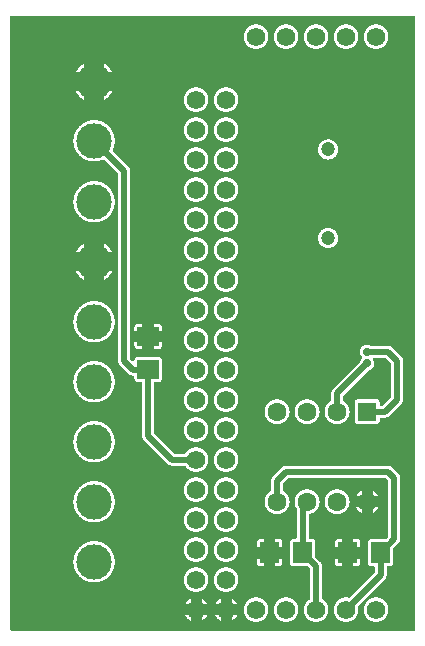
<source format=gbl>
G04 Layer: BottomLayer*
G04 EasyEDA v6.2.46, 2019-11-12T08:41:23+00:00*
G04 a54ae0302d0d4d44958841ca790c1891,6515191c65484b44ad2e16bf32a5f50e,10*
G04 Gerber Generator version 0.2*
G04 Scale: 100 percent, Rotated: No, Reflected: No *
G04 Dimensions in millimeters *
G04 leading zeros omitted , absolute positions ,3 integer and 3 decimal *
%FSLAX33Y33*%
%MOMM*%
G90*
G71D02*

%ADD12C,0.499999*%
%ADD14C,2.999994*%
%ADD15R,1.600200X1.600200*%
%ADD16C,1.600200*%
%ADD17C,1.199998*%
%ADD18C,0.700024*%
%ADD19C,1.574800*%

%LPD*%
G36*
G01X34439Y52321D02*
G01X358Y52321D01*
G01X343Y52320D01*
G01X329Y52317D01*
G01X315Y52312D01*
G01X303Y52305D01*
G01X291Y52296D01*
G01X281Y52286D01*
G01X272Y52274D01*
G01X265Y52262D01*
G01X260Y52248D01*
G01X257Y52234D01*
G01X256Y52219D01*
G01X256Y358D01*
G01X257Y343D01*
G01X260Y329D01*
G01X265Y315D01*
G01X272Y303D01*
G01X281Y291D01*
G01X291Y281D01*
G01X303Y272D01*
G01X315Y265D01*
G01X329Y260D01*
G01X343Y257D01*
G01X358Y256D01*
G01X34439Y256D01*
G01X34454Y257D01*
G01X34468Y260D01*
G01X34482Y265D01*
G01X34494Y272D01*
G01X34506Y281D01*
G01X34516Y291D01*
G01X34525Y303D01*
G01X34532Y315D01*
G01X34537Y329D01*
G01X34540Y343D01*
G01X34541Y358D01*
G01X34541Y52219D01*
G01X34540Y52234D01*
G01X34537Y52248D01*
G01X34532Y52262D01*
G01X34525Y52274D01*
G01X34516Y52286D01*
G01X34506Y52296D01*
G01X34494Y52305D01*
G01X34482Y52312D01*
G01X34468Y52317D01*
G01X34454Y52320D01*
G01X34439Y52321D01*
G37*

%LPC*%
G36*
G01X7425Y43488D02*
G01X7366Y43489D01*
G01X7306Y43488D01*
G01X7246Y43485D01*
G01X7186Y43480D01*
G01X7127Y43473D01*
G01X7068Y43464D01*
G01X7009Y43453D01*
G01X6951Y43439D01*
G01X6893Y43424D01*
G01X6835Y43407D01*
G01X6779Y43388D01*
G01X6723Y43367D01*
G01X6667Y43344D01*
G01X6613Y43319D01*
G01X6559Y43293D01*
G01X6507Y43264D01*
G01X6455Y43234D01*
G01X6404Y43202D01*
G01X6355Y43168D01*
G01X6307Y43133D01*
G01X6260Y43096D01*
G01X6214Y43058D01*
G01X6169Y43018D01*
G01X6126Y42976D01*
G01X6085Y42933D01*
G01X6045Y42889D01*
G01X6006Y42843D01*
G01X5969Y42796D01*
G01X5934Y42747D01*
G01X5900Y42698D01*
G01X5868Y42647D01*
G01X5838Y42596D01*
G01X5810Y42543D01*
G01X5783Y42489D01*
G01X5758Y42435D01*
G01X5735Y42380D01*
G01X5714Y42324D01*
G01X5695Y42267D01*
G01X5678Y42210D01*
G01X5663Y42152D01*
G01X5650Y42093D01*
G01X5639Y42035D01*
G01X5629Y41975D01*
G01X5622Y41916D01*
G01X5617Y41856D01*
G01X5614Y41797D01*
G01X5613Y41737D01*
G01X5614Y41677D01*
G01X5617Y41617D01*
G01X5622Y41558D01*
G01X5629Y41498D01*
G01X5639Y41439D01*
G01X5650Y41380D01*
G01X5663Y41322D01*
G01X5678Y41264D01*
G01X5695Y41207D01*
G01X5714Y41150D01*
G01X5735Y41094D01*
G01X5758Y41039D01*
G01X5783Y40984D01*
G01X5810Y40931D01*
G01X5838Y40878D01*
G01X5868Y40826D01*
G01X5900Y40776D01*
G01X5934Y40726D01*
G01X5969Y40678D01*
G01X6006Y40631D01*
G01X6045Y40585D01*
G01X6085Y40541D01*
G01X6126Y40498D01*
G01X6169Y40456D01*
G01X6214Y40416D01*
G01X6260Y40377D01*
G01X6307Y40340D01*
G01X6355Y40305D01*
G01X6404Y40271D01*
G01X6455Y40239D01*
G01X6507Y40209D01*
G01X6559Y40181D01*
G01X6613Y40154D01*
G01X6667Y40129D01*
G01X6723Y40106D01*
G01X6779Y40085D01*
G01X6835Y40066D01*
G01X6893Y40049D01*
G01X6951Y40034D01*
G01X7009Y40021D01*
G01X7068Y40010D01*
G01X7127Y40001D01*
G01X7186Y39993D01*
G01X7246Y39988D01*
G01X7306Y39985D01*
G01X7366Y39984D01*
G01X7427Y39985D01*
G01X7488Y39989D01*
G01X7549Y39994D01*
G01X7609Y40001D01*
G01X7670Y40011D01*
G01X7730Y40023D01*
G01X7789Y40036D01*
G01X7848Y40052D01*
G01X7907Y40070D01*
G01X7965Y40090D01*
G01X8022Y40112D01*
G01X8078Y40136D01*
G01X8133Y40161D01*
G01X8148Y40167D01*
G01X8163Y40171D01*
G01X8178Y40172D01*
G01X8194Y40170D01*
G01X8209Y40167D01*
G01X8224Y40161D01*
G01X8238Y40152D01*
G01X8250Y40142D01*
G01X9373Y39018D01*
G01X9384Y39006D01*
G01X9392Y38993D01*
G01X9398Y38978D01*
G01X9402Y38962D01*
G01X9403Y38947D01*
G01X9403Y23113D01*
G01X9404Y23081D01*
G01X9407Y23048D01*
G01X9413Y23015D01*
G01X9420Y22983D01*
G01X9430Y22952D01*
G01X9441Y22921D01*
G01X9455Y22891D01*
G01X9470Y22862D01*
G01X9488Y22834D01*
G01X9507Y22808D01*
G01X9528Y22782D01*
G01X9550Y22758D01*
G01X10312Y21996D01*
G01X10336Y21974D01*
G01X10362Y21953D01*
G01X10388Y21934D01*
G01X10416Y21916D01*
G01X10445Y21901D01*
G01X10475Y21887D01*
G01X10506Y21876D01*
G01X10537Y21866D01*
G01X10569Y21859D01*
G01X10602Y21853D01*
G01X10635Y21850D01*
G01X10668Y21849D01*
G01X10683Y21849D01*
G01X10697Y21848D01*
G01X10712Y21845D01*
G01X10725Y21840D01*
G01X10738Y21833D01*
G01X10750Y21824D01*
G01X10760Y21814D01*
G01X10768Y21802D01*
G01X10775Y21790D01*
G01X10780Y21776D01*
G01X10784Y21762D01*
G01X10785Y21747D01*
G01X10785Y21551D01*
G01X10786Y21528D01*
G01X10789Y21505D01*
G01X10794Y21482D01*
G01X10802Y21460D01*
G01X10811Y21439D01*
G01X10822Y21418D01*
G01X10836Y21399D01*
G01X10850Y21381D01*
G01X10867Y21365D01*
G01X10885Y21350D01*
G01X10904Y21337D01*
G01X10925Y21325D01*
G01X10946Y21316D01*
G01X10968Y21309D01*
G01X10991Y21303D01*
G01X11014Y21300D01*
G01X11037Y21299D01*
G01X11333Y21299D01*
G01X11348Y21298D01*
G01X11362Y21295D01*
G01X11376Y21290D01*
G01X11388Y21283D01*
G01X11400Y21274D01*
G01X11410Y21264D01*
G01X11419Y21252D01*
G01X11426Y21240D01*
G01X11431Y21226D01*
G01X11434Y21212D01*
G01X11435Y21197D01*
G01X11435Y16763D01*
G01X11436Y16731D01*
G01X11439Y16698D01*
G01X11445Y16665D01*
G01X11452Y16633D01*
G01X11462Y16602D01*
G01X11473Y16571D01*
G01X11487Y16541D01*
G01X11502Y16512D01*
G01X11520Y16484D01*
G01X11539Y16458D01*
G01X11560Y16432D01*
G01X11582Y16408D01*
G01X13614Y14376D01*
G01X13638Y14354D01*
G01X13664Y14333D01*
G01X13690Y14314D01*
G01X13718Y14296D01*
G01X13747Y14281D01*
G01X13777Y14267D01*
G01X13808Y14256D01*
G01X13839Y14246D01*
G01X13871Y14239D01*
G01X13904Y14233D01*
G01X13937Y14230D01*
G01X13970Y14229D01*
G01X15033Y14229D01*
G01X15048Y14228D01*
G01X15062Y14225D01*
G01X15076Y14220D01*
G01X15089Y14212D01*
G01X15100Y14204D01*
G01X15111Y14193D01*
G01X15119Y14181D01*
G01X15145Y14141D01*
G01X15174Y14102D01*
G01X15203Y14065D01*
G01X15235Y14029D01*
G01X15268Y13994D01*
G01X15303Y13961D01*
G01X15339Y13930D01*
G01X15377Y13900D01*
G01X15415Y13872D01*
G01X15456Y13846D01*
G01X15497Y13822D01*
G01X15539Y13800D01*
G01X15583Y13780D01*
G01X15627Y13761D01*
G01X15672Y13745D01*
G01X15718Y13731D01*
G01X15764Y13719D01*
G01X15811Y13709D01*
G01X15858Y13702D01*
G01X15906Y13696D01*
G01X15954Y13693D01*
G01X16002Y13692D01*
G01X16048Y13693D01*
G01X16095Y13696D01*
G01X16141Y13701D01*
G01X16187Y13708D01*
G01X16233Y13718D01*
G01X16278Y13729D01*
G01X16323Y13743D01*
G01X16367Y13758D01*
G01X16410Y13775D01*
G01X16453Y13795D01*
G01X16494Y13816D01*
G01X16535Y13839D01*
G01X16574Y13864D01*
G01X16613Y13890D01*
G01X16650Y13918D01*
G01X16686Y13948D01*
G01X16720Y13980D01*
G01X16753Y14013D01*
G01X16785Y14047D01*
G01X16815Y14083D01*
G01X16843Y14120D01*
G01X16869Y14159D01*
G01X16894Y14198D01*
G01X16917Y14239D01*
G01X16938Y14280D01*
G01X16958Y14323D01*
G01X16975Y14366D01*
G01X16990Y14410D01*
G01X17004Y14455D01*
G01X17015Y14500D01*
G01X17025Y14546D01*
G01X17032Y14592D01*
G01X17037Y14638D01*
G01X17040Y14685D01*
G01X17041Y14732D01*
G01X17040Y14778D01*
G01X17037Y14825D01*
G01X17032Y14871D01*
G01X17025Y14917D01*
G01X17015Y14963D01*
G01X17004Y15008D01*
G01X16990Y15053D01*
G01X16975Y15097D01*
G01X16958Y15140D01*
G01X16938Y15183D01*
G01X16917Y15224D01*
G01X16894Y15265D01*
G01X16869Y15304D01*
G01X16843Y15343D01*
G01X16815Y15380D01*
G01X16785Y15416D01*
G01X16753Y15450D01*
G01X16720Y15483D01*
G01X16686Y15515D01*
G01X16650Y15545D01*
G01X16613Y15573D01*
G01X16574Y15599D01*
G01X16535Y15624D01*
G01X16494Y15647D01*
G01X16453Y15668D01*
G01X16410Y15688D01*
G01X16367Y15705D01*
G01X16323Y15720D01*
G01X16278Y15734D01*
G01X16233Y15745D01*
G01X16187Y15755D01*
G01X16141Y15762D01*
G01X16095Y15767D01*
G01X16048Y15770D01*
G01X16002Y15771D01*
G01X15954Y15770D01*
G01X15906Y15767D01*
G01X15858Y15761D01*
G01X15811Y15754D01*
G01X15764Y15744D01*
G01X15718Y15732D01*
G01X15672Y15718D01*
G01X15627Y15702D01*
G01X15583Y15683D01*
G01X15539Y15663D01*
G01X15497Y15641D01*
G01X15456Y15617D01*
G01X15415Y15591D01*
G01X15377Y15563D01*
G01X15339Y15533D01*
G01X15303Y15502D01*
G01X15268Y15469D01*
G01X15235Y15434D01*
G01X15203Y15398D01*
G01X15174Y15361D01*
G01X15145Y15322D01*
G01X15119Y15282D01*
G01X15111Y15270D01*
G01X15100Y15259D01*
G01X15089Y15251D01*
G01X15076Y15243D01*
G01X15062Y15238D01*
G01X15048Y15235D01*
G01X15033Y15234D01*
G01X14220Y15234D01*
G01X14204Y15235D01*
G01X14188Y15239D01*
G01X14174Y15245D01*
G01X14160Y15253D01*
G01X14148Y15264D01*
G01X12470Y16942D01*
G01X12459Y16954D01*
G01X12451Y16968D01*
G01X12445Y16982D01*
G01X12441Y16998D01*
G01X12440Y17014D01*
G01X12440Y21197D01*
G01X12441Y21212D01*
G01X12444Y21226D01*
G01X12449Y21240D01*
G01X12456Y21252D01*
G01X12465Y21264D01*
G01X12475Y21274D01*
G01X12487Y21283D01*
G01X12499Y21290D01*
G01X12513Y21295D01*
G01X12527Y21298D01*
G01X12542Y21299D01*
G01X12838Y21299D01*
G01X12861Y21300D01*
G01X12884Y21303D01*
G01X12907Y21309D01*
G01X12929Y21316D01*
G01X12950Y21325D01*
G01X12971Y21337D01*
G01X12990Y21350D01*
G01X13008Y21365D01*
G01X13025Y21381D01*
G01X13039Y21399D01*
G01X13053Y21418D01*
G01X13064Y21439D01*
G01X13073Y21460D01*
G01X13081Y21482D01*
G01X13086Y21505D01*
G01X13089Y21528D01*
G01X13090Y21551D01*
G01X13090Y23152D01*
G01X13089Y23175D01*
G01X13086Y23198D01*
G01X13081Y23221D01*
G01X13073Y23243D01*
G01X13064Y23264D01*
G01X13053Y23285D01*
G01X13039Y23304D01*
G01X13025Y23322D01*
G01X13008Y23338D01*
G01X12990Y23353D01*
G01X12971Y23366D01*
G01X12950Y23378D01*
G01X12929Y23387D01*
G01X12907Y23394D01*
G01X12884Y23400D01*
G01X12861Y23403D01*
G01X12838Y23404D01*
G01X11037Y23404D01*
G01X11014Y23403D01*
G01X10991Y23400D01*
G01X10969Y23395D01*
G01X10947Y23387D01*
G01X10925Y23378D01*
G01X10905Y23367D01*
G01X10886Y23354D01*
G01X10868Y23339D01*
G01X10852Y23323D01*
G01X10837Y23305D01*
G01X10823Y23286D01*
G01X10812Y23266D01*
G01X10803Y23245D01*
G01X10795Y23223D01*
G01X10789Y23201D01*
G01X10786Y23178D01*
G01X10783Y23163D01*
G01X10779Y23149D01*
G01X10772Y23136D01*
G01X10763Y23124D01*
G01X10753Y23113D01*
G01X10741Y23104D01*
G01X10728Y23096D01*
G01X10714Y23091D01*
G01X10700Y23088D01*
G01X10685Y23087D01*
G01X10669Y23088D01*
G01X10654Y23092D01*
G01X10639Y23098D01*
G01X10625Y23106D01*
G01X10613Y23117D01*
G01X10438Y23292D01*
G01X10427Y23304D01*
G01X10419Y23318D01*
G01X10413Y23332D01*
G01X10409Y23348D01*
G01X10408Y23364D01*
G01X10408Y39197D01*
G01X10407Y39230D01*
G01X10404Y39262D01*
G01X10398Y39295D01*
G01X10391Y39327D01*
G01X10381Y39358D01*
G01X10370Y39389D01*
G01X10356Y39419D01*
G01X10341Y39448D01*
G01X10323Y39476D01*
G01X10304Y39503D01*
G01X10283Y39528D01*
G01X10261Y39552D01*
G01X8960Y40853D01*
G01X8950Y40865D01*
G01X8942Y40878D01*
G01X8936Y40893D01*
G01X8932Y40909D01*
G01X8931Y40924D01*
G01X8932Y40940D01*
G01X8935Y40955D01*
G01X8941Y40969D01*
G01X8967Y41024D01*
G01X8991Y41081D01*
G01X9012Y41138D01*
G01X9032Y41196D01*
G01X9050Y41254D01*
G01X9066Y41313D01*
G01X9080Y41373D01*
G01X9091Y41433D01*
G01X9101Y41493D01*
G01X9108Y41554D01*
G01X9114Y41615D01*
G01X9117Y41676D01*
G01X9118Y41737D01*
G01X9117Y41797D01*
G01X9114Y41856D01*
G01X9109Y41916D01*
G01X9102Y41975D01*
G01X9092Y42035D01*
G01X9081Y42093D01*
G01X9068Y42152D01*
G01X9053Y42210D01*
G01X9036Y42267D01*
G01X9017Y42324D01*
G01X8996Y42380D01*
G01X8973Y42435D01*
G01X8948Y42489D01*
G01X8921Y42543D01*
G01X8893Y42596D01*
G01X8863Y42647D01*
G01X8831Y42698D01*
G01X8797Y42747D01*
G01X8762Y42796D01*
G01X8725Y42843D01*
G01X8686Y42889D01*
G01X8646Y42933D01*
G01X8605Y42976D01*
G01X8562Y43018D01*
G01X8517Y43058D01*
G01X8471Y43096D01*
G01X8424Y43133D01*
G01X8376Y43168D01*
G01X8327Y43202D01*
G01X8276Y43234D01*
G01X8224Y43264D01*
G01X8172Y43293D01*
G01X8118Y43319D01*
G01X8064Y43344D01*
G01X8008Y43367D01*
G01X7952Y43388D01*
G01X7896Y43407D01*
G01X7838Y43424D01*
G01X7780Y43439D01*
G01X7722Y43453D01*
G01X7663Y43464D01*
G01X7604Y43473D01*
G01X7545Y43480D01*
G01X7485Y43485D01*
G01X7425Y43488D01*
G37*
G36*
G01X32258Y14218D02*
G01X23622Y14218D01*
G01X23589Y14217D01*
G01X23556Y14214D01*
G01X23523Y14208D01*
G01X23491Y14201D01*
G01X23460Y14191D01*
G01X23429Y14180D01*
G01X23399Y14166D01*
G01X23370Y14151D01*
G01X23342Y14133D01*
G01X23316Y14114D01*
G01X23290Y14093D01*
G01X23266Y14071D01*
G01X22504Y13309D01*
G01X22482Y13285D01*
G01X22461Y13259D01*
G01X22442Y13233D01*
G01X22424Y13205D01*
G01X22409Y13176D01*
G01X22395Y13146D01*
G01X22384Y13115D01*
G01X22374Y13084D01*
G01X22367Y13052D01*
G01X22361Y13019D01*
G01X22358Y12986D01*
G01X22357Y12954D01*
G01X22357Y12159D01*
G01X22356Y12144D01*
G01X22353Y12130D01*
G01X22347Y12116D01*
G01X22340Y12103D01*
G01X22331Y12091D01*
G01X22321Y12081D01*
G01X22309Y12072D01*
G01X22269Y12047D01*
G01X22231Y12020D01*
G01X22194Y11991D01*
G01X22159Y11961D01*
G01X22125Y11929D01*
G01X22092Y11896D01*
G01X22061Y11861D01*
G01X22031Y11825D01*
G01X22003Y11788D01*
G01X21977Y11749D01*
G01X21952Y11710D01*
G01X21930Y11669D01*
G01X21909Y11627D01*
G01X21890Y11585D01*
G01X21872Y11541D01*
G01X21857Y11497D01*
G01X21844Y11452D01*
G01X21833Y11407D01*
G01X21823Y11361D01*
G01X21816Y11315D01*
G01X21811Y11269D01*
G01X21808Y11222D01*
G01X21807Y11176D01*
G01X21808Y11128D01*
G01X21811Y11081D01*
G01X21816Y11034D01*
G01X21824Y10988D01*
G01X21833Y10941D01*
G01X21845Y10895D01*
G01X21858Y10850D01*
G01X21874Y10806D01*
G01X21892Y10762D01*
G01X21911Y10719D01*
G01X21933Y10677D01*
G01X21956Y10636D01*
G01X21981Y10596D01*
G01X22008Y10557D01*
G01X22037Y10519D01*
G01X22067Y10483D01*
G01X22099Y10448D01*
G01X22132Y10415D01*
G01X22167Y10383D01*
G01X22203Y10353D01*
G01X22241Y10324D01*
G01X22280Y10297D01*
G01X22320Y10272D01*
G01X22361Y10249D01*
G01X22403Y10227D01*
G01X22446Y10208D01*
G01X22490Y10190D01*
G01X22534Y10174D01*
G01X22579Y10161D01*
G01X22625Y10149D01*
G01X22672Y10140D01*
G01X22718Y10132D01*
G01X22765Y10127D01*
G01X22812Y10124D01*
G01X22860Y10123D01*
G01X22907Y10124D01*
G01X22954Y10127D01*
G01X23001Y10132D01*
G01X23047Y10140D01*
G01X23094Y10149D01*
G01X23140Y10161D01*
G01X23185Y10174D01*
G01X23229Y10190D01*
G01X23273Y10208D01*
G01X23316Y10227D01*
G01X23358Y10249D01*
G01X23399Y10272D01*
G01X23439Y10297D01*
G01X23478Y10324D01*
G01X23516Y10353D01*
G01X23552Y10383D01*
G01X23587Y10415D01*
G01X23620Y10448D01*
G01X23652Y10483D01*
G01X23682Y10519D01*
G01X23711Y10557D01*
G01X23738Y10596D01*
G01X23763Y10636D01*
G01X23786Y10677D01*
G01X23808Y10719D01*
G01X23827Y10762D01*
G01X23845Y10806D01*
G01X23861Y10850D01*
G01X23874Y10895D01*
G01X23886Y10941D01*
G01X23895Y10988D01*
G01X23903Y11034D01*
G01X23908Y11081D01*
G01X23911Y11128D01*
G01X23912Y11176D01*
G01X23911Y11222D01*
G01X23908Y11269D01*
G01X23903Y11315D01*
G01X23896Y11361D01*
G01X23886Y11407D01*
G01X23875Y11452D01*
G01X23862Y11497D01*
G01X23847Y11541D01*
G01X23829Y11585D01*
G01X23810Y11627D01*
G01X23789Y11669D01*
G01X23767Y11710D01*
G01X23742Y11749D01*
G01X23716Y11788D01*
G01X23688Y11825D01*
G01X23658Y11861D01*
G01X23627Y11896D01*
G01X23594Y11929D01*
G01X23560Y11961D01*
G01X23525Y11991D01*
G01X23488Y12020D01*
G01X23450Y12047D01*
G01X23410Y12072D01*
G01X23398Y12081D01*
G01X23388Y12091D01*
G01X23379Y12103D01*
G01X23372Y12116D01*
G01X23366Y12130D01*
G01X23363Y12144D01*
G01X23362Y12159D01*
G01X23362Y12703D01*
G01X23363Y12719D01*
G01X23367Y12735D01*
G01X23373Y12749D01*
G01X23381Y12763D01*
G01X23392Y12775D01*
G01X23800Y13183D01*
G01X23812Y13194D01*
G01X23826Y13202D01*
G01X23840Y13208D01*
G01X23856Y13212D01*
G01X23872Y13213D01*
G01X32007Y13213D01*
G01X32023Y13212D01*
G01X32039Y13208D01*
G01X32053Y13202D01*
G01X32067Y13194D01*
G01X32079Y13183D01*
G01X32233Y13029D01*
G01X32244Y13017D01*
G01X32252Y13003D01*
G01X32258Y12989D01*
G01X32262Y12973D01*
G01X32263Y12957D01*
G01X32263Y8251D01*
G01X32262Y8235D01*
G01X32258Y8219D01*
G01X32252Y8205D01*
G01X32244Y8191D01*
G01X32233Y8179D01*
G01X32095Y8040D01*
G01X32082Y8030D01*
G01X32069Y8021D01*
G01X32054Y8015D01*
G01X32039Y8012D01*
G01X32023Y8010D01*
G01X30822Y8010D01*
G01X30799Y8009D01*
G01X30776Y8006D01*
G01X30753Y8001D01*
G01X30731Y7993D01*
G01X30710Y7984D01*
G01X30689Y7973D01*
G01X30670Y7959D01*
G01X30652Y7945D01*
G01X30636Y7928D01*
G01X30621Y7910D01*
G01X30608Y7891D01*
G01X30596Y7870D01*
G01X30587Y7849D01*
G01X30580Y7827D01*
G01X30574Y7804D01*
G01X30571Y7781D01*
G01X30570Y7758D01*
G01X30570Y5957D01*
G01X30571Y5934D01*
G01X30574Y5911D01*
G01X30580Y5888D01*
G01X30587Y5866D01*
G01X30596Y5845D01*
G01X30608Y5824D01*
G01X30621Y5805D01*
G01X30636Y5787D01*
G01X30652Y5770D01*
G01X30670Y5756D01*
G01X30689Y5742D01*
G01X30710Y5731D01*
G01X30731Y5722D01*
G01X30753Y5714D01*
G01X30776Y5709D01*
G01X30799Y5706D01*
G01X30822Y5705D01*
G01X31018Y5705D01*
G01X31033Y5704D01*
G01X31047Y5700D01*
G01X31061Y5695D01*
G01X31073Y5688D01*
G01X31085Y5680D01*
G01X31095Y5670D01*
G01X31104Y5658D01*
G01X31111Y5645D01*
G01X31116Y5632D01*
G01X31119Y5617D01*
G01X31120Y5603D01*
G01X31120Y5203D01*
G01X31119Y5187D01*
G01X31115Y5171D01*
G01X31109Y5157D01*
G01X31101Y5143D01*
G01X31090Y5131D01*
G01X29031Y3072D01*
G01X29019Y3061D01*
G01X29005Y3053D01*
G01X28991Y3047D01*
G01X28975Y3043D01*
G01X28959Y3042D01*
G01X28936Y3045D01*
G01X28890Y3054D01*
G01X28843Y3062D01*
G01X28796Y3067D01*
G01X28749Y3070D01*
G01X28701Y3071D01*
G01X28655Y3070D01*
G01X28608Y3067D01*
G01X28562Y3062D01*
G01X28516Y3055D01*
G01X28470Y3045D01*
G01X28425Y3034D01*
G01X28380Y3020D01*
G01X28336Y3005D01*
G01X28293Y2988D01*
G01X28250Y2968D01*
G01X28209Y2947D01*
G01X28168Y2924D01*
G01X28129Y2899D01*
G01X28090Y2873D01*
G01X28053Y2845D01*
G01X28017Y2815D01*
G01X27983Y2783D01*
G01X27950Y2750D01*
G01X27918Y2716D01*
G01X27888Y2680D01*
G01X27860Y2643D01*
G01X27834Y2604D01*
G01X27809Y2565D01*
G01X27786Y2524D01*
G01X27765Y2483D01*
G01X27745Y2440D01*
G01X27728Y2397D01*
G01X27713Y2353D01*
G01X27699Y2308D01*
G01X27688Y2263D01*
G01X27678Y2217D01*
G01X27671Y2171D01*
G01X27666Y2125D01*
G01X27663Y2078D01*
G01X27662Y2032D01*
G01X27663Y1985D01*
G01X27666Y1938D01*
G01X27671Y1892D01*
G01X27678Y1846D01*
G01X27688Y1800D01*
G01X27699Y1755D01*
G01X27713Y1710D01*
G01X27728Y1666D01*
G01X27745Y1623D01*
G01X27765Y1580D01*
G01X27786Y1539D01*
G01X27809Y1498D01*
G01X27834Y1459D01*
G01X27860Y1420D01*
G01X27888Y1383D01*
G01X27918Y1347D01*
G01X27950Y1313D01*
G01X27983Y1280D01*
G01X28017Y1248D01*
G01X28053Y1218D01*
G01X28090Y1190D01*
G01X28129Y1164D01*
G01X28168Y1139D01*
G01X28209Y1116D01*
G01X28250Y1095D01*
G01X28293Y1075D01*
G01X28336Y1058D01*
G01X28380Y1043D01*
G01X28425Y1029D01*
G01X28470Y1018D01*
G01X28516Y1008D01*
G01X28562Y1001D01*
G01X28608Y996D01*
G01X28655Y993D01*
G01X28701Y992D01*
G01X28702Y992D01*
G01X28748Y993D01*
G01X28795Y996D01*
G01X28841Y1001D01*
G01X28887Y1008D01*
G01X28933Y1018D01*
G01X28978Y1029D01*
G01X29023Y1043D01*
G01X29067Y1058D01*
G01X29110Y1075D01*
G01X29153Y1095D01*
G01X29194Y1116D01*
G01X29235Y1139D01*
G01X29274Y1164D01*
G01X29313Y1190D01*
G01X29350Y1218D01*
G01X29386Y1248D01*
G01X29420Y1280D01*
G01X29453Y1313D01*
G01X29485Y1347D01*
G01X29515Y1383D01*
G01X29543Y1420D01*
G01X29569Y1459D01*
G01X29594Y1498D01*
G01X29617Y1539D01*
G01X29638Y1580D01*
G01X29658Y1623D01*
G01X29675Y1666D01*
G01X29690Y1710D01*
G01X29704Y1755D01*
G01X29715Y1800D01*
G01X29725Y1846D01*
G01X29732Y1892D01*
G01X29737Y1938D01*
G01X29740Y1985D01*
G01X29741Y2032D01*
G01X29740Y2079D01*
G01X29737Y2126D01*
G01X29732Y2173D01*
G01X29724Y2220D01*
G01X29715Y2266D01*
G01X29712Y2289D01*
G01X29713Y2305D01*
G01X29717Y2321D01*
G01X29723Y2335D01*
G01X29731Y2349D01*
G01X29742Y2361D01*
G01X31978Y4597D01*
G01X32000Y4621D01*
G01X32021Y4647D01*
G01X32040Y4673D01*
G01X32058Y4701D01*
G01X32073Y4730D01*
G01X32087Y4760D01*
G01X32098Y4791D01*
G01X32108Y4822D01*
G01X32115Y4854D01*
G01X32121Y4887D01*
G01X32124Y4920D01*
G01X32125Y4953D01*
G01X32125Y5603D01*
G01X32126Y5617D01*
G01X32129Y5632D01*
G01X32134Y5645D01*
G01X32141Y5658D01*
G01X32150Y5670D01*
G01X32160Y5680D01*
G01X32172Y5688D01*
G01X32184Y5695D01*
G01X32198Y5700D01*
G01X32212Y5704D01*
G01X32227Y5705D01*
G01X32423Y5705D01*
G01X32446Y5706D01*
G01X32469Y5709D01*
G01X32492Y5714D01*
G01X32514Y5722D01*
G01X32535Y5731D01*
G01X32556Y5742D01*
G01X32575Y5756D01*
G01X32593Y5770D01*
G01X32609Y5787D01*
G01X32624Y5805D01*
G01X32637Y5824D01*
G01X32649Y5845D01*
G01X32658Y5866D01*
G01X32665Y5888D01*
G01X32671Y5911D01*
G01X32674Y5934D01*
G01X32675Y5957D01*
G01X32675Y7157D01*
G01X32676Y7173D01*
G01X32680Y7189D01*
G01X32686Y7204D01*
G01X32694Y7217D01*
G01X32705Y7229D01*
G01X33121Y7645D01*
G01X33143Y7669D01*
G01X33164Y7695D01*
G01X33183Y7721D01*
G01X33201Y7749D01*
G01X33216Y7778D01*
G01X33230Y7808D01*
G01X33241Y7839D01*
G01X33251Y7870D01*
G01X33258Y7902D01*
G01X33264Y7935D01*
G01X33267Y7968D01*
G01X33268Y8001D01*
G01X33268Y13208D01*
G01X33267Y13240D01*
G01X33264Y13273D01*
G01X33258Y13306D01*
G01X33251Y13338D01*
G01X33241Y13369D01*
G01X33230Y13400D01*
G01X33216Y13430D01*
G01X33201Y13459D01*
G01X33183Y13487D01*
G01X33164Y13513D01*
G01X33143Y13539D01*
G01X33121Y13563D01*
G01X32613Y14071D01*
G01X32589Y14093D01*
G01X32563Y14114D01*
G01X32537Y14133D01*
G01X32509Y14151D01*
G01X32480Y14166D01*
G01X32450Y14180D01*
G01X32419Y14191D01*
G01X32388Y14201D01*
G01X32356Y14208D01*
G01X32323Y14214D01*
G01X32290Y14217D01*
G01X32258Y14218D01*
G37*
G36*
G01X30516Y24477D02*
G01X30480Y24478D01*
G01X30444Y24477D01*
G01X30410Y24474D01*
G01X30375Y24469D01*
G01X30341Y24462D01*
G01X30307Y24453D01*
G01X30273Y24442D01*
G01X30241Y24429D01*
G01X30209Y24414D01*
G01X30178Y24397D01*
G01X30148Y24379D01*
G01X30120Y24359D01*
G01X30092Y24337D01*
G01X30066Y24314D01*
G01X30041Y24289D01*
G01X30018Y24263D01*
G01X29996Y24235D01*
G01X29976Y24207D01*
G01X29958Y24177D01*
G01X29941Y24146D01*
G01X29926Y24114D01*
G01X29913Y24082D01*
G01X29902Y24048D01*
G01X29893Y24014D01*
G01X29886Y23980D01*
G01X29881Y23945D01*
G01X29878Y23911D01*
G01X29877Y23876D01*
G01X29878Y23839D01*
G01X29881Y23802D01*
G01X29887Y23766D01*
G01X29895Y23730D01*
G01X29905Y23695D01*
G01X29917Y23661D01*
G01X29931Y23627D01*
G01X29947Y23594D01*
G01X29965Y23562D01*
G01X29985Y23531D01*
G01X30007Y23502D01*
G01X30030Y23474D01*
G01X30056Y23447D01*
G01X30066Y23435D01*
G01X30075Y23422D01*
G01X30081Y23407D01*
G01X30084Y23391D01*
G01X30086Y23375D01*
G01X30084Y23359D01*
G01X30081Y23344D01*
G01X30075Y23329D01*
G01X30066Y23315D01*
G01X30056Y23303D01*
G01X30031Y23276D01*
G01X30007Y23249D01*
G01X29985Y23219D01*
G01X29965Y23189D01*
G01X29947Y23157D01*
G01X29931Y23124D01*
G01X29917Y23091D01*
G01X29905Y23056D01*
G01X29895Y23021D01*
G01X29889Y23004D01*
G01X29880Y22988D01*
G01X29868Y22974D01*
G01X27584Y20690D01*
G01X27562Y20666D01*
G01X27541Y20641D01*
G01X27522Y20614D01*
G01X27504Y20586D01*
G01X27489Y20557D01*
G01X27475Y20527D01*
G01X27464Y20496D01*
G01X27454Y20465D01*
G01X27447Y20433D01*
G01X27441Y20400D01*
G01X27438Y20368D01*
G01X27437Y20335D01*
G01X27437Y19779D01*
G01X27436Y19764D01*
G01X27433Y19750D01*
G01X27427Y19736D01*
G01X27420Y19723D01*
G01X27411Y19711D01*
G01X27401Y19701D01*
G01X27389Y19692D01*
G01X27349Y19667D01*
G01X27311Y19640D01*
G01X27274Y19611D01*
G01X27239Y19581D01*
G01X27205Y19549D01*
G01X27172Y19516D01*
G01X27141Y19481D01*
G01X27111Y19445D01*
G01X27083Y19408D01*
G01X27057Y19369D01*
G01X27032Y19330D01*
G01X27010Y19289D01*
G01X26989Y19247D01*
G01X26970Y19205D01*
G01X26952Y19161D01*
G01X26937Y19117D01*
G01X26924Y19072D01*
G01X26913Y19027D01*
G01X26903Y18981D01*
G01X26896Y18935D01*
G01X26891Y18889D01*
G01X26888Y18842D01*
G01X26887Y18796D01*
G01X26888Y18748D01*
G01X26891Y18701D01*
G01X26896Y18654D01*
G01X26904Y18608D01*
G01X26913Y18561D01*
G01X26925Y18515D01*
G01X26938Y18470D01*
G01X26954Y18426D01*
G01X26972Y18382D01*
G01X26991Y18339D01*
G01X27013Y18297D01*
G01X27036Y18256D01*
G01X27061Y18216D01*
G01X27088Y18177D01*
G01X27117Y18139D01*
G01X27147Y18103D01*
G01X27179Y18068D01*
G01X27212Y18035D01*
G01X27247Y18003D01*
G01X27283Y17973D01*
G01X27321Y17944D01*
G01X27360Y17917D01*
G01X27400Y17892D01*
G01X27441Y17869D01*
G01X27483Y17847D01*
G01X27526Y17828D01*
G01X27570Y17810D01*
G01X27614Y17794D01*
G01X27659Y17781D01*
G01X27705Y17769D01*
G01X27752Y17760D01*
G01X27798Y17752D01*
G01X27845Y17747D01*
G01X27892Y17744D01*
G01X27940Y17743D01*
G01X27987Y17744D01*
G01X28034Y17747D01*
G01X28081Y17752D01*
G01X28127Y17760D01*
G01X28174Y17769D01*
G01X28220Y17781D01*
G01X28265Y17794D01*
G01X28309Y17810D01*
G01X28353Y17828D01*
G01X28396Y17847D01*
G01X28438Y17869D01*
G01X28479Y17892D01*
G01X28519Y17917D01*
G01X28558Y17944D01*
G01X28596Y17973D01*
G01X28632Y18003D01*
G01X28667Y18035D01*
G01X28700Y18068D01*
G01X28732Y18103D01*
G01X28762Y18139D01*
G01X28791Y18177D01*
G01X28818Y18216D01*
G01X28843Y18256D01*
G01X28866Y18297D01*
G01X28888Y18339D01*
G01X28907Y18382D01*
G01X28925Y18426D01*
G01X28941Y18470D01*
G01X28954Y18515D01*
G01X28966Y18561D01*
G01X28975Y18608D01*
G01X28983Y18654D01*
G01X28988Y18701D01*
G01X28991Y18748D01*
G01X28992Y18796D01*
G01X28991Y18842D01*
G01X28988Y18889D01*
G01X28983Y18935D01*
G01X28976Y18981D01*
G01X28966Y19027D01*
G01X28955Y19072D01*
G01X28942Y19117D01*
G01X28927Y19161D01*
G01X28909Y19205D01*
G01X28890Y19247D01*
G01X28869Y19289D01*
G01X28847Y19330D01*
G01X28822Y19369D01*
G01X28796Y19408D01*
G01X28768Y19445D01*
G01X28738Y19481D01*
G01X28707Y19516D01*
G01X28674Y19549D01*
G01X28640Y19581D01*
G01X28605Y19611D01*
G01X28568Y19640D01*
G01X28530Y19667D01*
G01X28490Y19692D01*
G01X28478Y19701D01*
G01X28468Y19711D01*
G01X28459Y19723D01*
G01X28452Y19736D01*
G01X28446Y19750D01*
G01X28443Y19764D01*
G01X28442Y19779D01*
G01X28442Y20085D01*
G01X28443Y20100D01*
G01X28447Y20116D01*
G01X28453Y20131D01*
G01X28461Y20144D01*
G01X28472Y20156D01*
G01X30579Y22264D01*
G01X30593Y22275D01*
G01X30609Y22284D01*
G01X30626Y22290D01*
G01X30661Y22300D01*
G01X30695Y22312D01*
G01X30729Y22326D01*
G01X30761Y22342D01*
G01X30793Y22360D01*
G01X30823Y22380D01*
G01X30852Y22402D01*
G01X30880Y22425D01*
G01X30907Y22450D01*
G01X30931Y22476D01*
G01X30955Y22504D01*
G01X30976Y22533D01*
G01X30996Y22564D01*
G01X31013Y22596D01*
G01X31029Y22628D01*
G01X31043Y22662D01*
G01X31055Y22696D01*
G01X31065Y22731D01*
G01X31072Y22766D01*
G01X31078Y22802D01*
G01X31081Y22838D01*
G01X31082Y22875D01*
G01X31081Y22911D01*
G01X31078Y22947D01*
G01X31072Y22982D01*
G01X31065Y23018D01*
G01X31055Y23052D01*
G01X31044Y23086D01*
G01X31030Y23120D01*
G01X31014Y23152D01*
G01X30997Y23184D01*
G01X30977Y23214D01*
G01X30970Y23227D01*
G01X30964Y23241D01*
G01X30961Y23256D01*
G01X30960Y23271D01*
G01X30961Y23286D01*
G01X30964Y23300D01*
G01X30969Y23314D01*
G01X30976Y23326D01*
G01X30984Y23338D01*
G01X30995Y23348D01*
G01X31006Y23357D01*
G01X31019Y23364D01*
G01X31033Y23369D01*
G01X31047Y23372D01*
G01X31061Y23373D01*
G01X32007Y23373D01*
G01X32023Y23372D01*
G01X32039Y23368D01*
G01X32053Y23362D01*
G01X32067Y23354D01*
G01X32079Y23343D01*
G01X32487Y22935D01*
G01X32498Y22923D01*
G01X32506Y22909D01*
G01X32512Y22895D01*
G01X32516Y22879D01*
G01X32517Y22863D01*
G01X32517Y20062D01*
G01X32516Y20046D01*
G01X32512Y20030D01*
G01X32506Y20016D01*
G01X32498Y20002D01*
G01X32487Y19990D01*
G01X31825Y19328D01*
G01X31813Y19317D01*
G01X31799Y19309D01*
G01X31785Y19303D01*
G01X31769Y19299D01*
G01X31753Y19298D01*
G01X31634Y19298D01*
G01X31619Y19299D01*
G01X31605Y19302D01*
G01X31591Y19307D01*
G01X31579Y19314D01*
G01X31567Y19323D01*
G01X31557Y19333D01*
G01X31548Y19345D01*
G01X31541Y19357D01*
G01X31536Y19371D01*
G01X31533Y19385D01*
G01X31532Y19400D01*
G01X31532Y19596D01*
G01X31531Y19619D01*
G01X31528Y19642D01*
G01X31522Y19665D01*
G01X31515Y19687D01*
G01X31506Y19708D01*
G01X31494Y19729D01*
G01X31481Y19748D01*
G01X31466Y19766D01*
G01X31450Y19782D01*
G01X31432Y19797D01*
G01X31413Y19810D01*
G01X31392Y19822D01*
G01X31371Y19831D01*
G01X31349Y19838D01*
G01X31326Y19844D01*
G01X31303Y19847D01*
G01X31280Y19848D01*
G01X29679Y19848D01*
G01X29656Y19847D01*
G01X29633Y19844D01*
G01X29610Y19838D01*
G01X29588Y19831D01*
G01X29567Y19822D01*
G01X29546Y19810D01*
G01X29527Y19797D01*
G01X29509Y19782D01*
G01X29493Y19766D01*
G01X29478Y19748D01*
G01X29465Y19729D01*
G01X29453Y19708D01*
G01X29444Y19687D01*
G01X29437Y19665D01*
G01X29431Y19642D01*
G01X29428Y19619D01*
G01X29427Y19596D01*
G01X29427Y17995D01*
G01X29428Y17972D01*
G01X29431Y17949D01*
G01X29437Y17926D01*
G01X29444Y17904D01*
G01X29453Y17883D01*
G01X29465Y17862D01*
G01X29478Y17843D01*
G01X29493Y17825D01*
G01X29509Y17809D01*
G01X29527Y17794D01*
G01X29546Y17781D01*
G01X29567Y17769D01*
G01X29588Y17760D01*
G01X29610Y17753D01*
G01X29633Y17747D01*
G01X29656Y17744D01*
G01X29679Y17743D01*
G01X31280Y17743D01*
G01X31303Y17744D01*
G01X31326Y17747D01*
G01X31349Y17753D01*
G01X31371Y17760D01*
G01X31392Y17769D01*
G01X31413Y17781D01*
G01X31432Y17794D01*
G01X31450Y17809D01*
G01X31466Y17825D01*
G01X31481Y17843D01*
G01X31494Y17862D01*
G01X31506Y17883D01*
G01X31515Y17904D01*
G01X31522Y17926D01*
G01X31528Y17949D01*
G01X31531Y17972D01*
G01X31532Y17995D01*
G01X31532Y18191D01*
G01X31533Y18206D01*
G01X31536Y18220D01*
G01X31541Y18234D01*
G01X31548Y18246D01*
G01X31557Y18258D01*
G01X31567Y18268D01*
G01X31579Y18277D01*
G01X31591Y18284D01*
G01X31605Y18289D01*
G01X31619Y18292D01*
G01X31634Y18293D01*
G01X32004Y18293D01*
G01X32036Y18294D01*
G01X32069Y18297D01*
G01X32102Y18303D01*
G01X32134Y18310D01*
G01X32165Y18320D01*
G01X32196Y18331D01*
G01X32226Y18345D01*
G01X32255Y18360D01*
G01X32283Y18378D01*
G01X32309Y18397D01*
G01X32335Y18418D01*
G01X32359Y18440D01*
G01X33375Y19456D01*
G01X33397Y19480D01*
G01X33418Y19506D01*
G01X33437Y19532D01*
G01X33455Y19560D01*
G01X33470Y19589D01*
G01X33484Y19619D01*
G01X33495Y19650D01*
G01X33505Y19681D01*
G01X33512Y19713D01*
G01X33518Y19746D01*
G01X33521Y19779D01*
G01X33522Y19812D01*
G01X33522Y23114D01*
G01X33521Y23146D01*
G01X33518Y23179D01*
G01X33512Y23212D01*
G01X33505Y23244D01*
G01X33495Y23275D01*
G01X33484Y23306D01*
G01X33470Y23336D01*
G01X33455Y23365D01*
G01X33437Y23393D01*
G01X33418Y23419D01*
G01X33397Y23445D01*
G01X33375Y23469D01*
G01X32613Y24231D01*
G01X32589Y24253D01*
G01X32563Y24274D01*
G01X32537Y24293D01*
G01X32509Y24311D01*
G01X32480Y24326D01*
G01X32450Y24340D01*
G01X32419Y24351D01*
G01X32388Y24361D01*
G01X32356Y24368D01*
G01X32323Y24374D01*
G01X32290Y24377D01*
G01X32258Y24378D01*
G01X30841Y24378D01*
G01X30823Y24380D01*
G01X30805Y24384D01*
G01X30789Y24392D01*
G01X30757Y24410D01*
G01X30725Y24426D01*
G01X30692Y24439D01*
G01X30657Y24451D01*
G01X30623Y24461D01*
G01X30587Y24468D01*
G01X30552Y24474D01*
G01X30516Y24477D01*
G37*
G36*
G01X25447Y12227D02*
G01X25400Y12228D01*
G01X25352Y12227D01*
G01X25305Y12224D01*
G01X25258Y12219D01*
G01X25212Y12211D01*
G01X25165Y12202D01*
G01X25119Y12190D01*
G01X25074Y12177D01*
G01X25030Y12161D01*
G01X24986Y12143D01*
G01X24943Y12124D01*
G01X24901Y12102D01*
G01X24860Y12079D01*
G01X24820Y12054D01*
G01X24781Y12027D01*
G01X24743Y11998D01*
G01X24707Y11968D01*
G01X24672Y11936D01*
G01X24639Y11903D01*
G01X24607Y11868D01*
G01X24577Y11832D01*
G01X24548Y11794D01*
G01X24521Y11755D01*
G01X24496Y11715D01*
G01X24473Y11674D01*
G01X24451Y11632D01*
G01X24432Y11589D01*
G01X24414Y11545D01*
G01X24398Y11501D01*
G01X24385Y11456D01*
G01X24373Y11410D01*
G01X24364Y11363D01*
G01X24356Y11317D01*
G01X24351Y11270D01*
G01X24348Y11223D01*
G01X24347Y11176D01*
G01X24348Y11127D01*
G01X24351Y11079D01*
G01X24357Y11032D01*
G01X24364Y10984D01*
G01X24374Y10937D01*
G01X24386Y10891D01*
G01X24400Y10845D01*
G01X24416Y10799D01*
G01X24435Y10755D01*
G01X24455Y10711D01*
G01X24477Y10669D01*
G01X24501Y10627D01*
G01X24509Y10610D01*
G01X24514Y10593D01*
G01X24516Y10574D01*
G01X24516Y8112D01*
G01X24515Y8098D01*
G01X24512Y8083D01*
G01X24507Y8070D01*
G01X24500Y8057D01*
G01X24491Y8045D01*
G01X24481Y8035D01*
G01X24469Y8027D01*
G01X24457Y8020D01*
G01X24443Y8015D01*
G01X24429Y8011D01*
G01X24414Y8010D01*
G01X24218Y8010D01*
G01X24195Y8009D01*
G01X24172Y8006D01*
G01X24149Y8001D01*
G01X24127Y7993D01*
G01X24106Y7984D01*
G01X24085Y7973D01*
G01X24066Y7959D01*
G01X24048Y7945D01*
G01X24032Y7928D01*
G01X24017Y7910D01*
G01X24004Y7891D01*
G01X23992Y7870D01*
G01X23983Y7849D01*
G01X23976Y7827D01*
G01X23970Y7804D01*
G01X23967Y7781D01*
G01X23966Y7758D01*
G01X23966Y5957D01*
G01X23967Y5934D01*
G01X23970Y5911D01*
G01X23976Y5888D01*
G01X23983Y5866D01*
G01X23992Y5845D01*
G01X24004Y5824D01*
G01X24017Y5805D01*
G01X24032Y5787D01*
G01X24048Y5770D01*
G01X24066Y5756D01*
G01X24085Y5742D01*
G01X24106Y5731D01*
G01X24127Y5722D01*
G01X24149Y5714D01*
G01X24172Y5709D01*
G01X24195Y5706D01*
G01X24218Y5705D01*
G01X25419Y5705D01*
G01X25435Y5703D01*
G01X25450Y5700D01*
G01X25465Y5694D01*
G01X25478Y5685D01*
G01X25491Y5675D01*
G01X25629Y5536D01*
G01X25640Y5524D01*
G01X25648Y5510D01*
G01X25654Y5496D01*
G01X25658Y5480D01*
G01X25659Y5464D01*
G01X25659Y3000D01*
G01X25658Y2985D01*
G01X25655Y2971D01*
G01X25650Y2957D01*
G01X25642Y2944D01*
G01X25634Y2933D01*
G01X25623Y2922D01*
G01X25611Y2914D01*
G01X25571Y2888D01*
G01X25532Y2859D01*
G01X25495Y2830D01*
G01X25459Y2798D01*
G01X25424Y2765D01*
G01X25391Y2730D01*
G01X25360Y2694D01*
G01X25330Y2656D01*
G01X25302Y2618D01*
G01X25276Y2577D01*
G01X25252Y2536D01*
G01X25230Y2494D01*
G01X25210Y2450D01*
G01X25191Y2406D01*
G01X25175Y2361D01*
G01X25161Y2315D01*
G01X25149Y2269D01*
G01X25139Y2222D01*
G01X25132Y2175D01*
G01X25126Y2127D01*
G01X25123Y2079D01*
G01X25122Y2032D01*
G01X25123Y1985D01*
G01X25126Y1938D01*
G01X25131Y1892D01*
G01X25138Y1846D01*
G01X25148Y1800D01*
G01X25159Y1755D01*
G01X25173Y1710D01*
G01X25188Y1666D01*
G01X25205Y1623D01*
G01X25225Y1580D01*
G01X25246Y1539D01*
G01X25269Y1498D01*
G01X25294Y1459D01*
G01X25320Y1420D01*
G01X25348Y1383D01*
G01X25378Y1347D01*
G01X25410Y1313D01*
G01X25443Y1280D01*
G01X25477Y1248D01*
G01X25513Y1218D01*
G01X25550Y1190D01*
G01X25589Y1164D01*
G01X25628Y1139D01*
G01X25669Y1116D01*
G01X25710Y1095D01*
G01X25753Y1075D01*
G01X25796Y1058D01*
G01X25840Y1043D01*
G01X25885Y1029D01*
G01X25930Y1018D01*
G01X25976Y1008D01*
G01X26022Y1001D01*
G01X26068Y996D01*
G01X26115Y993D01*
G01X26161Y992D01*
G01X26162Y992D01*
G01X26208Y993D01*
G01X26255Y996D01*
G01X26301Y1001D01*
G01X26347Y1008D01*
G01X26393Y1018D01*
G01X26438Y1029D01*
G01X26483Y1043D01*
G01X26527Y1058D01*
G01X26570Y1075D01*
G01X26613Y1095D01*
G01X26654Y1116D01*
G01X26695Y1139D01*
G01X26734Y1164D01*
G01X26773Y1190D01*
G01X26810Y1218D01*
G01X26846Y1248D01*
G01X26880Y1280D01*
G01X26913Y1313D01*
G01X26945Y1347D01*
G01X26975Y1383D01*
G01X27003Y1420D01*
G01X27029Y1459D01*
G01X27054Y1498D01*
G01X27077Y1539D01*
G01X27098Y1580D01*
G01X27118Y1623D01*
G01X27135Y1666D01*
G01X27150Y1710D01*
G01X27164Y1755D01*
G01X27175Y1800D01*
G01X27185Y1846D01*
G01X27192Y1892D01*
G01X27197Y1938D01*
G01X27200Y1985D01*
G01X27201Y2031D01*
G01X27200Y2079D01*
G01X27197Y2127D01*
G01X27191Y2175D01*
G01X27184Y2222D01*
G01X27174Y2269D01*
G01X27162Y2315D01*
G01X27148Y2361D01*
G01X27132Y2406D01*
G01X27113Y2450D01*
G01X27093Y2494D01*
G01X27071Y2536D01*
G01X27047Y2577D01*
G01X27021Y2618D01*
G01X26993Y2656D01*
G01X26963Y2694D01*
G01X26932Y2730D01*
G01X26899Y2765D01*
G01X26864Y2798D01*
G01X26828Y2830D01*
G01X26791Y2859D01*
G01X26752Y2888D01*
G01X26712Y2914D01*
G01X26700Y2922D01*
G01X26689Y2933D01*
G01X26681Y2944D01*
G01X26673Y2957D01*
G01X26668Y2971D01*
G01X26665Y2985D01*
G01X26664Y3000D01*
G01X26664Y5715D01*
G01X26663Y5747D01*
G01X26660Y5780D01*
G01X26654Y5813D01*
G01X26647Y5845D01*
G01X26637Y5876D01*
G01X26626Y5907D01*
G01X26612Y5937D01*
G01X26597Y5966D01*
G01X26579Y5994D01*
G01X26560Y6020D01*
G01X26539Y6046D01*
G01X26517Y6070D01*
G01X26101Y6486D01*
G01X26090Y6498D01*
G01X26082Y6511D01*
G01X26076Y6526D01*
G01X26072Y6542D01*
G01X26071Y6558D01*
G01X26071Y7758D01*
G01X26070Y7781D01*
G01X26067Y7804D01*
G01X26061Y7827D01*
G01X26054Y7849D01*
G01X26045Y7870D01*
G01X26033Y7891D01*
G01X26020Y7910D01*
G01X26005Y7928D01*
G01X25989Y7945D01*
G01X25971Y7959D01*
G01X25952Y7973D01*
G01X25931Y7984D01*
G01X25910Y7993D01*
G01X25888Y8001D01*
G01X25865Y8006D01*
G01X25842Y8009D01*
G01X25819Y8010D01*
G01X25623Y8010D01*
G01X25608Y8011D01*
G01X25594Y8015D01*
G01X25580Y8020D01*
G01X25568Y8027D01*
G01X25556Y8035D01*
G01X25546Y8045D01*
G01X25537Y8057D01*
G01X25530Y8070D01*
G01X25525Y8083D01*
G01X25522Y8098D01*
G01X25521Y8112D01*
G01X25521Y10043D01*
G01X25522Y10059D01*
G01X25526Y10074D01*
G01X25531Y10088D01*
G01X25539Y10101D01*
G01X25549Y10113D01*
G01X25561Y10124D01*
G01X25574Y10132D01*
G01X25588Y10139D01*
G01X25603Y10143D01*
G01X25649Y10153D01*
G01X25694Y10165D01*
G01X25738Y10179D01*
G01X25782Y10195D01*
G01X25825Y10213D01*
G01X25868Y10233D01*
G01X25909Y10254D01*
G01X25949Y10278D01*
G01X25989Y10303D01*
G01X26027Y10330D01*
G01X26064Y10359D01*
G01X26099Y10389D01*
G01X26133Y10421D01*
G01X26166Y10454D01*
G01X26197Y10489D01*
G01X26227Y10525D01*
G01X26255Y10563D01*
G01X26282Y10601D01*
G01X26306Y10641D01*
G01X26329Y10682D01*
G01X26350Y10723D01*
G01X26369Y10766D01*
G01X26386Y10809D01*
G01X26402Y10854D01*
G01X26415Y10898D01*
G01X26426Y10944D01*
G01X26436Y10990D01*
G01X26443Y11036D01*
G01X26448Y11082D01*
G01X26451Y11129D01*
G01X26452Y11176D01*
G01X26451Y11223D01*
G01X26448Y11270D01*
G01X26443Y11317D01*
G01X26435Y11363D01*
G01X26426Y11410D01*
G01X26414Y11456D01*
G01X26401Y11501D01*
G01X26385Y11545D01*
G01X26367Y11589D01*
G01X26348Y11632D01*
G01X26326Y11674D01*
G01X26303Y11715D01*
G01X26278Y11755D01*
G01X26251Y11794D01*
G01X26222Y11832D01*
G01X26192Y11868D01*
G01X26160Y11903D01*
G01X26127Y11936D01*
G01X26092Y11968D01*
G01X26056Y11998D01*
G01X26018Y12027D01*
G01X25979Y12054D01*
G01X25939Y12079D01*
G01X25898Y12102D01*
G01X25856Y12124D01*
G01X25813Y12143D01*
G01X25769Y12161D01*
G01X25725Y12177D01*
G01X25680Y12190D01*
G01X25634Y12202D01*
G01X25587Y12211D01*
G01X25541Y12219D01*
G01X25494Y12224D01*
G01X25447Y12227D01*
G37*
G36*
G01X7425Y38327D02*
G01X7366Y38328D01*
G01X7306Y38327D01*
G01X7246Y38324D01*
G01X7186Y38319D01*
G01X7127Y38312D01*
G01X7068Y38302D01*
G01X7009Y38291D01*
G01X6951Y38278D01*
G01X6893Y38263D01*
G01X6835Y38246D01*
G01X6779Y38227D01*
G01X6723Y38206D01*
G01X6667Y38183D01*
G01X6613Y38158D01*
G01X6559Y38131D01*
G01X6507Y38103D01*
G01X6455Y38073D01*
G01X6404Y38041D01*
G01X6355Y38007D01*
G01X6307Y37972D01*
G01X6260Y37935D01*
G01X6214Y37896D01*
G01X6169Y37856D01*
G01X6126Y37815D01*
G01X6085Y37772D01*
G01X6045Y37727D01*
G01X6006Y37681D01*
G01X5969Y37634D01*
G01X5934Y37586D01*
G01X5900Y37537D01*
G01X5868Y37486D01*
G01X5838Y37434D01*
G01X5810Y37382D01*
G01X5783Y37328D01*
G01X5758Y37274D01*
G01X5735Y37218D01*
G01X5714Y37162D01*
G01X5695Y37106D01*
G01X5678Y37048D01*
G01X5663Y36990D01*
G01X5650Y36932D01*
G01X5639Y36873D01*
G01X5629Y36814D01*
G01X5622Y36755D01*
G01X5617Y36695D01*
G01X5614Y36635D01*
G01X5613Y36575D01*
G01X5614Y36516D01*
G01X5617Y36456D01*
G01X5622Y36396D01*
G01X5629Y36337D01*
G01X5639Y36278D01*
G01X5650Y36219D01*
G01X5663Y36161D01*
G01X5678Y36103D01*
G01X5695Y36045D01*
G01X5714Y35989D01*
G01X5735Y35933D01*
G01X5758Y35877D01*
G01X5783Y35823D01*
G01X5810Y35769D01*
G01X5838Y35717D01*
G01X5868Y35665D01*
G01X5900Y35614D01*
G01X5934Y35565D01*
G01X5969Y35517D01*
G01X6006Y35470D01*
G01X6045Y35424D01*
G01X6085Y35379D01*
G01X6126Y35336D01*
G01X6169Y35295D01*
G01X6214Y35255D01*
G01X6260Y35216D01*
G01X6307Y35179D01*
G01X6355Y35144D01*
G01X6404Y35110D01*
G01X6455Y35078D01*
G01X6507Y35048D01*
G01X6559Y35020D01*
G01X6613Y34993D01*
G01X6667Y34968D01*
G01X6723Y34945D01*
G01X6779Y34924D01*
G01X6835Y34905D01*
G01X6893Y34888D01*
G01X6951Y34873D01*
G01X7009Y34860D01*
G01X7068Y34849D01*
G01X7127Y34839D01*
G01X7186Y34832D01*
G01X7246Y34827D01*
G01X7306Y34824D01*
G01X7366Y34823D01*
G01X7425Y34824D01*
G01X7485Y34827D01*
G01X7545Y34832D01*
G01X7604Y34839D01*
G01X7663Y34849D01*
G01X7722Y34860D01*
G01X7780Y34873D01*
G01X7838Y34888D01*
G01X7896Y34905D01*
G01X7952Y34924D01*
G01X8008Y34945D01*
G01X8064Y34968D01*
G01X8118Y34993D01*
G01X8172Y35020D01*
G01X8224Y35048D01*
G01X8276Y35078D01*
G01X8327Y35110D01*
G01X8376Y35144D01*
G01X8424Y35179D01*
G01X8471Y35216D01*
G01X8517Y35255D01*
G01X8562Y35295D01*
G01X8605Y35336D01*
G01X8646Y35379D01*
G01X8686Y35424D01*
G01X8725Y35470D01*
G01X8762Y35517D01*
G01X8797Y35565D01*
G01X8831Y35614D01*
G01X8863Y35665D01*
G01X8893Y35717D01*
G01X8921Y35769D01*
G01X8948Y35823D01*
G01X8973Y35877D01*
G01X8996Y35933D01*
G01X9017Y35989D01*
G01X9036Y36045D01*
G01X9053Y36103D01*
G01X9068Y36161D01*
G01X9081Y36219D01*
G01X9092Y36278D01*
G01X9102Y36337D01*
G01X9109Y36396D01*
G01X9114Y36456D01*
G01X9117Y36516D01*
G01X9118Y36575D01*
G01X9117Y36635D01*
G01X9114Y36695D01*
G01X9109Y36755D01*
G01X9102Y36814D01*
G01X9092Y36873D01*
G01X9081Y36932D01*
G01X9068Y36990D01*
G01X9053Y37048D01*
G01X9036Y37106D01*
G01X9017Y37162D01*
G01X8996Y37218D01*
G01X8973Y37274D01*
G01X8948Y37328D01*
G01X8921Y37382D01*
G01X8893Y37434D01*
G01X8863Y37486D01*
G01X8831Y37537D01*
G01X8797Y37586D01*
G01X8762Y37634D01*
G01X8725Y37681D01*
G01X8686Y37727D01*
G01X8646Y37772D01*
G01X8605Y37815D01*
G01X8562Y37856D01*
G01X8517Y37896D01*
G01X8471Y37935D01*
G01X8424Y37972D01*
G01X8376Y38007D01*
G01X8327Y38041D01*
G01X8276Y38073D01*
G01X8224Y38103D01*
G01X8172Y38131D01*
G01X8118Y38158D01*
G01X8064Y38183D01*
G01X8008Y38206D01*
G01X7952Y38227D01*
G01X7896Y38246D01*
G01X7838Y38263D01*
G01X7780Y38278D01*
G01X7722Y38291D01*
G01X7663Y38302D01*
G01X7604Y38312D01*
G01X7545Y38319D01*
G01X7485Y38324D01*
G01X7425Y38327D01*
G37*
G36*
G01X7425Y28167D02*
G01X7366Y28168D01*
G01X7306Y28167D01*
G01X7246Y28164D01*
G01X7186Y28159D01*
G01X7127Y28152D01*
G01X7068Y28142D01*
G01X7009Y28131D01*
G01X6951Y28118D01*
G01X6893Y28103D01*
G01X6835Y28086D01*
G01X6779Y28067D01*
G01X6723Y28046D01*
G01X6667Y28023D01*
G01X6613Y27998D01*
G01X6559Y27971D01*
G01X6507Y27943D01*
G01X6455Y27913D01*
G01X6404Y27881D01*
G01X6355Y27847D01*
G01X6307Y27812D01*
G01X6260Y27775D01*
G01X6214Y27736D01*
G01X6169Y27696D01*
G01X6126Y27655D01*
G01X6085Y27612D01*
G01X6045Y27567D01*
G01X6006Y27521D01*
G01X5969Y27474D01*
G01X5934Y27426D01*
G01X5900Y27377D01*
G01X5868Y27326D01*
G01X5838Y27274D01*
G01X5810Y27222D01*
G01X5783Y27168D01*
G01X5758Y27114D01*
G01X5735Y27058D01*
G01X5714Y27002D01*
G01X5695Y26946D01*
G01X5678Y26888D01*
G01X5663Y26830D01*
G01X5650Y26772D01*
G01X5639Y26713D01*
G01X5629Y26654D01*
G01X5622Y26595D01*
G01X5617Y26535D01*
G01X5614Y26475D01*
G01X5613Y26416D01*
G01X5614Y26356D01*
G01X5617Y26296D01*
G01X5622Y26236D01*
G01X5629Y26177D01*
G01X5639Y26118D01*
G01X5650Y26059D01*
G01X5663Y26001D01*
G01X5678Y25943D01*
G01X5695Y25885D01*
G01X5714Y25829D01*
G01X5735Y25773D01*
G01X5758Y25717D01*
G01X5783Y25663D01*
G01X5810Y25609D01*
G01X5838Y25557D01*
G01X5868Y25505D01*
G01X5900Y25454D01*
G01X5934Y25405D01*
G01X5969Y25357D01*
G01X6006Y25310D01*
G01X6045Y25264D01*
G01X6085Y25219D01*
G01X6126Y25176D01*
G01X6169Y25135D01*
G01X6214Y25095D01*
G01X6260Y25056D01*
G01X6307Y25019D01*
G01X6355Y24984D01*
G01X6404Y24950D01*
G01X6455Y24918D01*
G01X6507Y24888D01*
G01X6559Y24860D01*
G01X6613Y24833D01*
G01X6667Y24808D01*
G01X6723Y24785D01*
G01X6779Y24764D01*
G01X6835Y24745D01*
G01X6893Y24728D01*
G01X6951Y24713D01*
G01X7009Y24700D01*
G01X7068Y24689D01*
G01X7127Y24679D01*
G01X7186Y24672D01*
G01X7246Y24667D01*
G01X7306Y24664D01*
G01X7366Y24663D01*
G01X7425Y24664D01*
G01X7485Y24667D01*
G01X7545Y24672D01*
G01X7604Y24679D01*
G01X7663Y24689D01*
G01X7722Y24700D01*
G01X7780Y24713D01*
G01X7838Y24728D01*
G01X7896Y24745D01*
G01X7952Y24764D01*
G01X8008Y24785D01*
G01X8064Y24808D01*
G01X8118Y24833D01*
G01X8172Y24860D01*
G01X8224Y24888D01*
G01X8276Y24918D01*
G01X8327Y24950D01*
G01X8376Y24984D01*
G01X8424Y25019D01*
G01X8471Y25056D01*
G01X8517Y25095D01*
G01X8562Y25135D01*
G01X8605Y25176D01*
G01X8646Y25219D01*
G01X8686Y25264D01*
G01X8725Y25310D01*
G01X8762Y25357D01*
G01X8797Y25405D01*
G01X8831Y25454D01*
G01X8863Y25505D01*
G01X8893Y25557D01*
G01X8921Y25609D01*
G01X8948Y25663D01*
G01X8973Y25717D01*
G01X8996Y25773D01*
G01X9017Y25829D01*
G01X9036Y25885D01*
G01X9053Y25943D01*
G01X9068Y26001D01*
G01X9081Y26059D01*
G01X9092Y26118D01*
G01X9102Y26177D01*
G01X9109Y26236D01*
G01X9114Y26296D01*
G01X9117Y26356D01*
G01X9118Y26415D01*
G01X9117Y26475D01*
G01X9114Y26535D01*
G01X9109Y26595D01*
G01X9102Y26654D01*
G01X9092Y26713D01*
G01X9081Y26772D01*
G01X9068Y26830D01*
G01X9053Y26888D01*
G01X9036Y26946D01*
G01X9017Y27002D01*
G01X8996Y27058D01*
G01X8973Y27114D01*
G01X8948Y27168D01*
G01X8921Y27222D01*
G01X8893Y27274D01*
G01X8863Y27326D01*
G01X8831Y27377D01*
G01X8797Y27426D01*
G01X8762Y27474D01*
G01X8725Y27521D01*
G01X8686Y27567D01*
G01X8646Y27612D01*
G01X8605Y27655D01*
G01X8562Y27696D01*
G01X8517Y27736D01*
G01X8471Y27775D01*
G01X8424Y27812D01*
G01X8376Y27847D01*
G01X8327Y27881D01*
G01X8276Y27913D01*
G01X8224Y27943D01*
G01X8172Y27971D01*
G01X8118Y27998D01*
G01X8064Y28023D01*
G01X8008Y28046D01*
G01X7952Y28067D01*
G01X7896Y28086D01*
G01X7838Y28103D01*
G01X7780Y28118D01*
G01X7722Y28131D01*
G01X7663Y28142D01*
G01X7604Y28152D01*
G01X7545Y28159D01*
G01X7485Y28164D01*
G01X7425Y28167D01*
G37*
G36*
G01X7425Y23087D02*
G01X7366Y23088D01*
G01X7306Y23087D01*
G01X7246Y23084D01*
G01X7186Y23079D01*
G01X7127Y23072D01*
G01X7068Y23062D01*
G01X7009Y23051D01*
G01X6951Y23038D01*
G01X6893Y23023D01*
G01X6835Y23006D01*
G01X6779Y22987D01*
G01X6723Y22966D01*
G01X6667Y22943D01*
G01X6613Y22918D01*
G01X6559Y22891D01*
G01X6507Y22863D01*
G01X6455Y22833D01*
G01X6404Y22801D01*
G01X6355Y22767D01*
G01X6307Y22732D01*
G01X6260Y22695D01*
G01X6214Y22656D01*
G01X6169Y22616D01*
G01X6126Y22575D01*
G01X6085Y22532D01*
G01X6045Y22487D01*
G01X6006Y22441D01*
G01X5969Y22394D01*
G01X5934Y22346D01*
G01X5900Y22297D01*
G01X5868Y22246D01*
G01X5838Y22194D01*
G01X5810Y22142D01*
G01X5783Y22088D01*
G01X5758Y22034D01*
G01X5735Y21978D01*
G01X5714Y21922D01*
G01X5695Y21866D01*
G01X5678Y21808D01*
G01X5663Y21750D01*
G01X5650Y21692D01*
G01X5639Y21633D01*
G01X5629Y21574D01*
G01X5622Y21515D01*
G01X5617Y21455D01*
G01X5614Y21395D01*
G01X5613Y21336D01*
G01X5614Y21276D01*
G01X5617Y21216D01*
G01X5622Y21156D01*
G01X5629Y21097D01*
G01X5639Y21038D01*
G01X5650Y20979D01*
G01X5663Y20921D01*
G01X5678Y20863D01*
G01X5695Y20805D01*
G01X5714Y20749D01*
G01X5735Y20693D01*
G01X5758Y20637D01*
G01X5783Y20583D01*
G01X5810Y20529D01*
G01X5838Y20477D01*
G01X5868Y20425D01*
G01X5900Y20374D01*
G01X5934Y20325D01*
G01X5969Y20277D01*
G01X6006Y20230D01*
G01X6045Y20184D01*
G01X6085Y20139D01*
G01X6126Y20096D01*
G01X6169Y20055D01*
G01X6214Y20015D01*
G01X6260Y19976D01*
G01X6307Y19939D01*
G01X6355Y19904D01*
G01X6404Y19870D01*
G01X6455Y19838D01*
G01X6507Y19808D01*
G01X6559Y19780D01*
G01X6613Y19753D01*
G01X6667Y19728D01*
G01X6723Y19705D01*
G01X6779Y19684D01*
G01X6835Y19665D01*
G01X6893Y19648D01*
G01X6951Y19633D01*
G01X7009Y19620D01*
G01X7068Y19609D01*
G01X7127Y19599D01*
G01X7186Y19592D01*
G01X7246Y19587D01*
G01X7306Y19584D01*
G01X7366Y19583D01*
G01X7425Y19584D01*
G01X7485Y19587D01*
G01X7545Y19592D01*
G01X7604Y19599D01*
G01X7663Y19609D01*
G01X7722Y19620D01*
G01X7780Y19633D01*
G01X7838Y19648D01*
G01X7896Y19665D01*
G01X7952Y19684D01*
G01X8008Y19705D01*
G01X8064Y19728D01*
G01X8118Y19753D01*
G01X8172Y19780D01*
G01X8224Y19808D01*
G01X8276Y19838D01*
G01X8327Y19870D01*
G01X8376Y19904D01*
G01X8424Y19939D01*
G01X8471Y19976D01*
G01X8517Y20015D01*
G01X8562Y20055D01*
G01X8605Y20096D01*
G01X8646Y20139D01*
G01X8686Y20184D01*
G01X8725Y20230D01*
G01X8762Y20277D01*
G01X8797Y20325D01*
G01X8831Y20374D01*
G01X8863Y20425D01*
G01X8893Y20477D01*
G01X8921Y20529D01*
G01X8948Y20583D01*
G01X8973Y20637D01*
G01X8996Y20693D01*
G01X9017Y20749D01*
G01X9036Y20805D01*
G01X9053Y20863D01*
G01X9068Y20921D01*
G01X9081Y20979D01*
G01X9092Y21038D01*
G01X9102Y21097D01*
G01X9109Y21156D01*
G01X9114Y21216D01*
G01X9117Y21276D01*
G01X9118Y21335D01*
G01X9117Y21395D01*
G01X9114Y21455D01*
G01X9109Y21515D01*
G01X9102Y21574D01*
G01X9092Y21633D01*
G01X9081Y21692D01*
G01X9068Y21750D01*
G01X9053Y21808D01*
G01X9036Y21866D01*
G01X9017Y21922D01*
G01X8996Y21978D01*
G01X8973Y22034D01*
G01X8948Y22088D01*
G01X8921Y22142D01*
G01X8893Y22194D01*
G01X8863Y22246D01*
G01X8831Y22297D01*
G01X8797Y22346D01*
G01X8762Y22394D01*
G01X8725Y22441D01*
G01X8686Y22487D01*
G01X8646Y22532D01*
G01X8605Y22575D01*
G01X8562Y22616D01*
G01X8517Y22656D01*
G01X8471Y22695D01*
G01X8424Y22732D01*
G01X8376Y22767D01*
G01X8327Y22801D01*
G01X8276Y22833D01*
G01X8224Y22863D01*
G01X8172Y22891D01*
G01X8118Y22918D01*
G01X8064Y22943D01*
G01X8008Y22966D01*
G01X7952Y22987D01*
G01X7896Y23006D01*
G01X7838Y23023D01*
G01X7780Y23038D01*
G01X7722Y23051D01*
G01X7663Y23062D01*
G01X7604Y23072D01*
G01X7545Y23079D01*
G01X7485Y23084D01*
G01X7425Y23087D01*
G37*
G36*
G01X7425Y7847D02*
G01X7366Y7848D01*
G01X7306Y7847D01*
G01X7246Y7844D01*
G01X7186Y7839D01*
G01X7127Y7832D01*
G01X7068Y7822D01*
G01X7009Y7811D01*
G01X6951Y7798D01*
G01X6893Y7783D01*
G01X6835Y7766D01*
G01X6779Y7747D01*
G01X6723Y7726D01*
G01X6667Y7703D01*
G01X6613Y7678D01*
G01X6559Y7651D01*
G01X6507Y7623D01*
G01X6455Y7593D01*
G01X6404Y7561D01*
G01X6355Y7527D01*
G01X6307Y7492D01*
G01X6260Y7455D01*
G01X6214Y7416D01*
G01X6169Y7376D01*
G01X6126Y7335D01*
G01X6085Y7292D01*
G01X6045Y7247D01*
G01X6006Y7201D01*
G01X5969Y7154D01*
G01X5934Y7106D01*
G01X5900Y7057D01*
G01X5868Y7006D01*
G01X5838Y6954D01*
G01X5810Y6902D01*
G01X5783Y6848D01*
G01X5758Y6794D01*
G01X5735Y6738D01*
G01X5714Y6682D01*
G01X5695Y6626D01*
G01X5678Y6568D01*
G01X5663Y6510D01*
G01X5650Y6452D01*
G01X5639Y6393D01*
G01X5629Y6334D01*
G01X5622Y6275D01*
G01X5617Y6215D01*
G01X5614Y6155D01*
G01X5613Y6095D01*
G01X5614Y6036D01*
G01X5617Y5976D01*
G01X5622Y5916D01*
G01X5629Y5857D01*
G01X5639Y5798D01*
G01X5650Y5739D01*
G01X5663Y5681D01*
G01X5678Y5623D01*
G01X5695Y5565D01*
G01X5714Y5509D01*
G01X5735Y5453D01*
G01X5758Y5397D01*
G01X5783Y5343D01*
G01X5810Y5289D01*
G01X5838Y5237D01*
G01X5868Y5185D01*
G01X5900Y5134D01*
G01X5934Y5085D01*
G01X5969Y5037D01*
G01X6006Y4990D01*
G01X6045Y4944D01*
G01X6085Y4899D01*
G01X6126Y4856D01*
G01X6169Y4815D01*
G01X6214Y4775D01*
G01X6260Y4736D01*
G01X6307Y4699D01*
G01X6355Y4664D01*
G01X6404Y4630D01*
G01X6455Y4598D01*
G01X6507Y4568D01*
G01X6559Y4540D01*
G01X6613Y4513D01*
G01X6667Y4488D01*
G01X6723Y4465D01*
G01X6779Y4444D01*
G01X6835Y4425D01*
G01X6893Y4408D01*
G01X6951Y4393D01*
G01X7009Y4380D01*
G01X7068Y4369D01*
G01X7127Y4359D01*
G01X7186Y4352D01*
G01X7246Y4347D01*
G01X7306Y4344D01*
G01X7366Y4343D01*
G01X7425Y4344D01*
G01X7485Y4347D01*
G01X7545Y4352D01*
G01X7604Y4359D01*
G01X7663Y4369D01*
G01X7722Y4380D01*
G01X7780Y4393D01*
G01X7838Y4408D01*
G01X7896Y4425D01*
G01X7952Y4444D01*
G01X8008Y4465D01*
G01X8064Y4488D01*
G01X8118Y4513D01*
G01X8172Y4540D01*
G01X8224Y4568D01*
G01X8276Y4598D01*
G01X8327Y4630D01*
G01X8376Y4664D01*
G01X8424Y4699D01*
G01X8471Y4736D01*
G01X8517Y4775D01*
G01X8562Y4815D01*
G01X8605Y4856D01*
G01X8646Y4899D01*
G01X8686Y4944D01*
G01X8725Y4990D01*
G01X8762Y5037D01*
G01X8797Y5085D01*
G01X8831Y5134D01*
G01X8863Y5185D01*
G01X8893Y5237D01*
G01X8921Y5289D01*
G01X8948Y5343D01*
G01X8973Y5397D01*
G01X8996Y5453D01*
G01X9017Y5509D01*
G01X9036Y5565D01*
G01X9053Y5623D01*
G01X9068Y5681D01*
G01X9081Y5739D01*
G01X9092Y5798D01*
G01X9102Y5857D01*
G01X9109Y5916D01*
G01X9114Y5976D01*
G01X9117Y6036D01*
G01X9118Y6095D01*
G01X9117Y6155D01*
G01X9114Y6215D01*
G01X9109Y6275D01*
G01X9102Y6334D01*
G01X9092Y6393D01*
G01X9081Y6452D01*
G01X9068Y6510D01*
G01X9053Y6568D01*
G01X9036Y6626D01*
G01X9017Y6682D01*
G01X8996Y6738D01*
G01X8973Y6794D01*
G01X8948Y6848D01*
G01X8921Y6902D01*
G01X8893Y6954D01*
G01X8863Y7006D01*
G01X8831Y7057D01*
G01X8797Y7106D01*
G01X8762Y7154D01*
G01X8725Y7201D01*
G01X8686Y7247D01*
G01X8646Y7292D01*
G01X8605Y7335D01*
G01X8562Y7376D01*
G01X8517Y7416D01*
G01X8471Y7455D01*
G01X8424Y7492D01*
G01X8376Y7527D01*
G01X8327Y7561D01*
G01X8276Y7593D01*
G01X8224Y7623D01*
G01X8172Y7651D01*
G01X8118Y7678D01*
G01X8064Y7703D01*
G01X8008Y7726D01*
G01X7952Y7747D01*
G01X7896Y7766D01*
G01X7838Y7783D01*
G01X7780Y7798D01*
G01X7722Y7811D01*
G01X7663Y7822D01*
G01X7604Y7832D01*
G01X7545Y7839D01*
G01X7485Y7844D01*
G01X7425Y7847D01*
G37*
G36*
G01X7425Y18007D02*
G01X7366Y18008D01*
G01X7306Y18007D01*
G01X7246Y18004D01*
G01X7186Y17999D01*
G01X7127Y17992D01*
G01X7068Y17982D01*
G01X7009Y17971D01*
G01X6951Y17958D01*
G01X6893Y17943D01*
G01X6835Y17926D01*
G01X6779Y17907D01*
G01X6723Y17886D01*
G01X6667Y17863D01*
G01X6613Y17838D01*
G01X6559Y17811D01*
G01X6507Y17783D01*
G01X6455Y17753D01*
G01X6404Y17721D01*
G01X6355Y17687D01*
G01X6307Y17652D01*
G01X6260Y17615D01*
G01X6214Y17576D01*
G01X6169Y17536D01*
G01X6126Y17495D01*
G01X6085Y17452D01*
G01X6045Y17407D01*
G01X6006Y17361D01*
G01X5969Y17314D01*
G01X5934Y17266D01*
G01X5900Y17217D01*
G01X5868Y17166D01*
G01X5838Y17114D01*
G01X5810Y17062D01*
G01X5783Y17008D01*
G01X5758Y16954D01*
G01X5735Y16898D01*
G01X5714Y16842D01*
G01X5695Y16786D01*
G01X5678Y16728D01*
G01X5663Y16670D01*
G01X5650Y16612D01*
G01X5639Y16553D01*
G01X5629Y16494D01*
G01X5622Y16435D01*
G01X5617Y16375D01*
G01X5614Y16315D01*
G01X5613Y16255D01*
G01X5614Y16196D01*
G01X5617Y16136D01*
G01X5622Y16076D01*
G01X5629Y16017D01*
G01X5639Y15958D01*
G01X5650Y15899D01*
G01X5663Y15841D01*
G01X5678Y15783D01*
G01X5695Y15725D01*
G01X5714Y15669D01*
G01X5735Y15613D01*
G01X5758Y15557D01*
G01X5783Y15503D01*
G01X5810Y15449D01*
G01X5838Y15397D01*
G01X5868Y15345D01*
G01X5900Y15294D01*
G01X5934Y15245D01*
G01X5969Y15197D01*
G01X6006Y15150D01*
G01X6045Y15104D01*
G01X6085Y15059D01*
G01X6126Y15016D01*
G01X6169Y14975D01*
G01X6214Y14935D01*
G01X6260Y14896D01*
G01X6307Y14859D01*
G01X6355Y14824D01*
G01X6404Y14790D01*
G01X6455Y14758D01*
G01X6507Y14728D01*
G01X6559Y14700D01*
G01X6613Y14673D01*
G01X6667Y14648D01*
G01X6723Y14625D01*
G01X6779Y14604D01*
G01X6835Y14585D01*
G01X6893Y14568D01*
G01X6951Y14553D01*
G01X7009Y14540D01*
G01X7068Y14529D01*
G01X7127Y14519D01*
G01X7186Y14512D01*
G01X7246Y14507D01*
G01X7306Y14504D01*
G01X7366Y14503D01*
G01X7425Y14504D01*
G01X7485Y14507D01*
G01X7545Y14512D01*
G01X7604Y14519D01*
G01X7663Y14529D01*
G01X7722Y14540D01*
G01X7780Y14553D01*
G01X7838Y14568D01*
G01X7896Y14585D01*
G01X7952Y14604D01*
G01X8008Y14625D01*
G01X8064Y14648D01*
G01X8118Y14673D01*
G01X8172Y14700D01*
G01X8224Y14728D01*
G01X8276Y14758D01*
G01X8327Y14790D01*
G01X8376Y14824D01*
G01X8424Y14859D01*
G01X8471Y14896D01*
G01X8517Y14935D01*
G01X8562Y14975D01*
G01X8605Y15016D01*
G01X8646Y15059D01*
G01X8686Y15104D01*
G01X8725Y15150D01*
G01X8762Y15197D01*
G01X8797Y15245D01*
G01X8831Y15294D01*
G01X8863Y15345D01*
G01X8893Y15397D01*
G01X8921Y15449D01*
G01X8948Y15503D01*
G01X8973Y15557D01*
G01X8996Y15613D01*
G01X9017Y15669D01*
G01X9036Y15725D01*
G01X9053Y15783D01*
G01X9068Y15841D01*
G01X9081Y15899D01*
G01X9092Y15958D01*
G01X9102Y16017D01*
G01X9109Y16076D01*
G01X9114Y16136D01*
G01X9117Y16196D01*
G01X9118Y16255D01*
G01X9117Y16315D01*
G01X9114Y16375D01*
G01X9109Y16435D01*
G01X9102Y16494D01*
G01X9092Y16553D01*
G01X9081Y16612D01*
G01X9068Y16670D01*
G01X9053Y16728D01*
G01X9036Y16786D01*
G01X9017Y16842D01*
G01X8996Y16898D01*
G01X8973Y16954D01*
G01X8948Y17008D01*
G01X8921Y17062D01*
G01X8893Y17114D01*
G01X8863Y17166D01*
G01X8831Y17217D01*
G01X8797Y17266D01*
G01X8762Y17314D01*
G01X8725Y17361D01*
G01X8686Y17407D01*
G01X8646Y17452D01*
G01X8605Y17495D01*
G01X8562Y17536D01*
G01X8517Y17576D01*
G01X8471Y17615D01*
G01X8424Y17652D01*
G01X8376Y17687D01*
G01X8327Y17721D01*
G01X8276Y17753D01*
G01X8224Y17783D01*
G01X8172Y17811D01*
G01X8118Y17838D01*
G01X8064Y17863D01*
G01X8008Y17886D01*
G01X7952Y17907D01*
G01X7896Y17926D01*
G01X7838Y17943D01*
G01X7780Y17958D01*
G01X7722Y17971D01*
G01X7663Y17982D01*
G01X7604Y17992D01*
G01X7545Y17999D01*
G01X7485Y18004D01*
G01X7425Y18007D01*
G37*
G36*
G01X7425Y12927D02*
G01X7366Y12928D01*
G01X7306Y12927D01*
G01X7246Y12924D01*
G01X7186Y12919D01*
G01X7127Y12912D01*
G01X7068Y12902D01*
G01X7009Y12891D01*
G01X6951Y12878D01*
G01X6893Y12863D01*
G01X6835Y12846D01*
G01X6779Y12827D01*
G01X6723Y12806D01*
G01X6667Y12783D01*
G01X6613Y12758D01*
G01X6559Y12731D01*
G01X6507Y12703D01*
G01X6455Y12673D01*
G01X6404Y12641D01*
G01X6355Y12607D01*
G01X6307Y12572D01*
G01X6260Y12535D01*
G01X6214Y12496D01*
G01X6169Y12456D01*
G01X6126Y12415D01*
G01X6085Y12372D01*
G01X6045Y12327D01*
G01X6006Y12281D01*
G01X5969Y12234D01*
G01X5934Y12186D01*
G01X5900Y12137D01*
G01X5868Y12086D01*
G01X5838Y12034D01*
G01X5810Y11982D01*
G01X5783Y11928D01*
G01X5758Y11874D01*
G01X5735Y11818D01*
G01X5714Y11762D01*
G01X5695Y11706D01*
G01X5678Y11648D01*
G01X5663Y11590D01*
G01X5650Y11532D01*
G01X5639Y11473D01*
G01X5629Y11414D01*
G01X5622Y11355D01*
G01X5617Y11295D01*
G01X5614Y11235D01*
G01X5613Y11175D01*
G01X5614Y11116D01*
G01X5617Y11056D01*
G01X5622Y10996D01*
G01X5629Y10937D01*
G01X5639Y10878D01*
G01X5650Y10819D01*
G01X5663Y10761D01*
G01X5678Y10703D01*
G01X5695Y10645D01*
G01X5714Y10589D01*
G01X5735Y10533D01*
G01X5758Y10477D01*
G01X5783Y10423D01*
G01X5810Y10369D01*
G01X5838Y10317D01*
G01X5868Y10265D01*
G01X5900Y10214D01*
G01X5934Y10165D01*
G01X5969Y10117D01*
G01X6006Y10070D01*
G01X6045Y10024D01*
G01X6085Y9979D01*
G01X6126Y9936D01*
G01X6169Y9895D01*
G01X6214Y9855D01*
G01X6260Y9816D01*
G01X6307Y9779D01*
G01X6355Y9744D01*
G01X6404Y9710D01*
G01X6455Y9678D01*
G01X6507Y9648D01*
G01X6559Y9620D01*
G01X6613Y9593D01*
G01X6667Y9568D01*
G01X6723Y9545D01*
G01X6779Y9524D01*
G01X6835Y9505D01*
G01X6893Y9488D01*
G01X6951Y9473D01*
G01X7009Y9460D01*
G01X7068Y9449D01*
G01X7127Y9439D01*
G01X7186Y9432D01*
G01X7246Y9427D01*
G01X7306Y9424D01*
G01X7366Y9423D01*
G01X7425Y9424D01*
G01X7485Y9427D01*
G01X7545Y9432D01*
G01X7604Y9439D01*
G01X7663Y9449D01*
G01X7722Y9460D01*
G01X7780Y9473D01*
G01X7838Y9488D01*
G01X7896Y9505D01*
G01X7952Y9524D01*
G01X8008Y9545D01*
G01X8064Y9568D01*
G01X8118Y9593D01*
G01X8172Y9620D01*
G01X8224Y9648D01*
G01X8276Y9678D01*
G01X8327Y9710D01*
G01X8376Y9744D01*
G01X8424Y9779D01*
G01X8471Y9816D01*
G01X8517Y9855D01*
G01X8562Y9895D01*
G01X8605Y9936D01*
G01X8646Y9979D01*
G01X8686Y10024D01*
G01X8725Y10070D01*
G01X8762Y10117D01*
G01X8797Y10165D01*
G01X8831Y10214D01*
G01X8863Y10265D01*
G01X8893Y10317D01*
G01X8921Y10369D01*
G01X8948Y10423D01*
G01X8973Y10477D01*
G01X8996Y10533D01*
G01X9017Y10589D01*
G01X9036Y10645D01*
G01X9053Y10703D01*
G01X9068Y10761D01*
G01X9081Y10819D01*
G01X9092Y10878D01*
G01X9102Y10937D01*
G01X9109Y10996D01*
G01X9114Y11056D01*
G01X9117Y11116D01*
G01X9118Y11175D01*
G01X9117Y11235D01*
G01X9114Y11295D01*
G01X9109Y11355D01*
G01X9102Y11414D01*
G01X9092Y11473D01*
G01X9081Y11532D01*
G01X9068Y11590D01*
G01X9053Y11648D01*
G01X9036Y11706D01*
G01X9017Y11762D01*
G01X8996Y11818D01*
G01X8973Y11874D01*
G01X8948Y11928D01*
G01X8921Y11982D01*
G01X8893Y12034D01*
G01X8863Y12086D01*
G01X8831Y12137D01*
G01X8797Y12186D01*
G01X8762Y12234D01*
G01X8725Y12281D01*
G01X8686Y12327D01*
G01X8646Y12372D01*
G01X8605Y12415D01*
G01X8562Y12456D01*
G01X8517Y12496D01*
G01X8471Y12535D01*
G01X8424Y12572D01*
G01X8376Y12607D01*
G01X8327Y12641D01*
G01X8276Y12673D01*
G01X8224Y12703D01*
G01X8172Y12731D01*
G01X8118Y12758D01*
G01X8064Y12783D01*
G01X8008Y12806D01*
G01X7952Y12827D01*
G01X7896Y12846D01*
G01X7838Y12863D01*
G01X7780Y12878D01*
G01X7722Y12891D01*
G01X7663Y12902D01*
G01X7604Y12912D01*
G01X7545Y12919D01*
G01X7485Y12924D01*
G01X7425Y12927D01*
G37*
G36*
G01X27987Y12227D02*
G01X27940Y12228D01*
G01X27892Y12227D01*
G01X27845Y12224D01*
G01X27798Y12219D01*
G01X27752Y12211D01*
G01X27705Y12202D01*
G01X27659Y12190D01*
G01X27614Y12177D01*
G01X27570Y12161D01*
G01X27526Y12143D01*
G01X27483Y12124D01*
G01X27441Y12102D01*
G01X27400Y12079D01*
G01X27360Y12054D01*
G01X27321Y12027D01*
G01X27283Y11998D01*
G01X27247Y11968D01*
G01X27212Y11936D01*
G01X27179Y11903D01*
G01X27147Y11868D01*
G01X27117Y11832D01*
G01X27088Y11794D01*
G01X27061Y11755D01*
G01X27036Y11715D01*
G01X27013Y11674D01*
G01X26991Y11632D01*
G01X26972Y11589D01*
G01X26954Y11545D01*
G01X26938Y11501D01*
G01X26925Y11456D01*
G01X26913Y11410D01*
G01X26904Y11363D01*
G01X26896Y11317D01*
G01X26891Y11270D01*
G01X26888Y11223D01*
G01X26887Y11176D01*
G01X26888Y11128D01*
G01X26891Y11081D01*
G01X26896Y11034D01*
G01X26904Y10988D01*
G01X26913Y10941D01*
G01X26925Y10895D01*
G01X26938Y10850D01*
G01X26954Y10806D01*
G01X26972Y10762D01*
G01X26991Y10719D01*
G01X27013Y10677D01*
G01X27036Y10636D01*
G01X27061Y10596D01*
G01X27088Y10557D01*
G01X27117Y10519D01*
G01X27147Y10483D01*
G01X27179Y10448D01*
G01X27212Y10415D01*
G01X27247Y10383D01*
G01X27283Y10353D01*
G01X27321Y10324D01*
G01X27360Y10297D01*
G01X27400Y10272D01*
G01X27441Y10249D01*
G01X27483Y10227D01*
G01X27526Y10208D01*
G01X27570Y10190D01*
G01X27614Y10174D01*
G01X27659Y10161D01*
G01X27705Y10149D01*
G01X27752Y10140D01*
G01X27798Y10132D01*
G01X27845Y10127D01*
G01X27892Y10124D01*
G01X27940Y10123D01*
G01X27987Y10124D01*
G01X28034Y10127D01*
G01X28081Y10132D01*
G01X28127Y10140D01*
G01X28174Y10149D01*
G01X28220Y10161D01*
G01X28265Y10174D01*
G01X28309Y10190D01*
G01X28353Y10208D01*
G01X28396Y10227D01*
G01X28438Y10249D01*
G01X28479Y10272D01*
G01X28519Y10297D01*
G01X28558Y10324D01*
G01X28596Y10353D01*
G01X28632Y10383D01*
G01X28667Y10415D01*
G01X28700Y10448D01*
G01X28732Y10483D01*
G01X28762Y10519D01*
G01X28791Y10557D01*
G01X28818Y10596D01*
G01X28843Y10636D01*
G01X28866Y10677D01*
G01X28888Y10719D01*
G01X28907Y10762D01*
G01X28925Y10806D01*
G01X28941Y10850D01*
G01X28954Y10895D01*
G01X28966Y10941D01*
G01X28975Y10988D01*
G01X28983Y11034D01*
G01X28988Y11081D01*
G01X28991Y11128D01*
G01X28992Y11176D01*
G01X28991Y11223D01*
G01X28988Y11270D01*
G01X28983Y11317D01*
G01X28975Y11363D01*
G01X28966Y11410D01*
G01X28954Y11456D01*
G01X28941Y11501D01*
G01X28925Y11545D01*
G01X28907Y11589D01*
G01X28888Y11632D01*
G01X28866Y11674D01*
G01X28843Y11715D01*
G01X28818Y11755D01*
G01X28791Y11794D01*
G01X28762Y11832D01*
G01X28732Y11868D01*
G01X28700Y11903D01*
G01X28667Y11936D01*
G01X28632Y11968D01*
G01X28596Y11998D01*
G01X28558Y12027D01*
G01X28519Y12054D01*
G01X28479Y12079D01*
G01X28438Y12102D01*
G01X28396Y12124D01*
G01X28353Y12143D01*
G01X28309Y12161D01*
G01X28265Y12177D01*
G01X28220Y12190D01*
G01X28174Y12202D01*
G01X28127Y12211D01*
G01X28081Y12219D01*
G01X28034Y12224D01*
G01X27987Y12227D01*
G37*
G36*
G01X25447Y19847D02*
G01X25400Y19848D01*
G01X25352Y19847D01*
G01X25305Y19844D01*
G01X25258Y19839D01*
G01X25212Y19831D01*
G01X25165Y19822D01*
G01X25119Y19810D01*
G01X25074Y19797D01*
G01X25030Y19781D01*
G01X24986Y19763D01*
G01X24943Y19744D01*
G01X24901Y19722D01*
G01X24860Y19699D01*
G01X24820Y19674D01*
G01X24781Y19647D01*
G01X24743Y19618D01*
G01X24707Y19588D01*
G01X24672Y19556D01*
G01X24639Y19523D01*
G01X24607Y19488D01*
G01X24577Y19452D01*
G01X24548Y19414D01*
G01X24521Y19375D01*
G01X24496Y19335D01*
G01X24473Y19294D01*
G01X24451Y19252D01*
G01X24432Y19209D01*
G01X24414Y19165D01*
G01X24398Y19121D01*
G01X24385Y19076D01*
G01X24373Y19030D01*
G01X24364Y18983D01*
G01X24356Y18937D01*
G01X24351Y18890D01*
G01X24348Y18843D01*
G01X24347Y18796D01*
G01X24348Y18748D01*
G01X24351Y18701D01*
G01X24356Y18654D01*
G01X24364Y18608D01*
G01X24373Y18561D01*
G01X24385Y18515D01*
G01X24398Y18470D01*
G01X24414Y18426D01*
G01X24432Y18382D01*
G01X24451Y18339D01*
G01X24473Y18297D01*
G01X24496Y18256D01*
G01X24521Y18216D01*
G01X24548Y18177D01*
G01X24577Y18139D01*
G01X24607Y18103D01*
G01X24639Y18068D01*
G01X24672Y18035D01*
G01X24707Y18003D01*
G01X24743Y17973D01*
G01X24781Y17944D01*
G01X24820Y17917D01*
G01X24860Y17892D01*
G01X24901Y17869D01*
G01X24943Y17847D01*
G01X24986Y17828D01*
G01X25030Y17810D01*
G01X25074Y17794D01*
G01X25119Y17781D01*
G01X25165Y17769D01*
G01X25212Y17760D01*
G01X25258Y17752D01*
G01X25305Y17747D01*
G01X25352Y17744D01*
G01X25400Y17743D01*
G01X25447Y17744D01*
G01X25494Y17747D01*
G01X25541Y17752D01*
G01X25587Y17760D01*
G01X25634Y17769D01*
G01X25680Y17781D01*
G01X25725Y17794D01*
G01X25769Y17810D01*
G01X25813Y17828D01*
G01X25856Y17847D01*
G01X25898Y17869D01*
G01X25939Y17892D01*
G01X25979Y17917D01*
G01X26018Y17944D01*
G01X26056Y17973D01*
G01X26092Y18003D01*
G01X26127Y18035D01*
G01X26160Y18068D01*
G01X26192Y18103D01*
G01X26222Y18139D01*
G01X26251Y18177D01*
G01X26278Y18216D01*
G01X26303Y18256D01*
G01X26326Y18297D01*
G01X26348Y18339D01*
G01X26367Y18382D01*
G01X26385Y18426D01*
G01X26401Y18470D01*
G01X26414Y18515D01*
G01X26426Y18561D01*
G01X26435Y18608D01*
G01X26443Y18654D01*
G01X26448Y18701D01*
G01X26451Y18748D01*
G01X26452Y18796D01*
G01X26451Y18843D01*
G01X26448Y18890D01*
G01X26443Y18937D01*
G01X26435Y18983D01*
G01X26426Y19030D01*
G01X26414Y19076D01*
G01X26401Y19121D01*
G01X26385Y19165D01*
G01X26367Y19209D01*
G01X26348Y19252D01*
G01X26326Y19294D01*
G01X26303Y19335D01*
G01X26278Y19375D01*
G01X26251Y19414D01*
G01X26222Y19452D01*
G01X26192Y19488D01*
G01X26160Y19523D01*
G01X26127Y19556D01*
G01X26092Y19588D01*
G01X26056Y19618D01*
G01X26018Y19647D01*
G01X25979Y19674D01*
G01X25939Y19699D01*
G01X25898Y19722D01*
G01X25856Y19744D01*
G01X25813Y19763D01*
G01X25769Y19781D01*
G01X25725Y19797D01*
G01X25680Y19810D01*
G01X25634Y19822D01*
G01X25587Y19831D01*
G01X25541Y19839D01*
G01X25494Y19844D01*
G01X25447Y19847D01*
G37*
G36*
G01X22907Y19847D02*
G01X22860Y19848D01*
G01X22812Y19847D01*
G01X22765Y19844D01*
G01X22718Y19839D01*
G01X22672Y19831D01*
G01X22625Y19822D01*
G01X22579Y19810D01*
G01X22534Y19797D01*
G01X22490Y19781D01*
G01X22446Y19763D01*
G01X22403Y19744D01*
G01X22361Y19722D01*
G01X22320Y19699D01*
G01X22280Y19674D01*
G01X22241Y19647D01*
G01X22203Y19618D01*
G01X22167Y19588D01*
G01X22132Y19556D01*
G01X22099Y19523D01*
G01X22067Y19488D01*
G01X22037Y19452D01*
G01X22008Y19414D01*
G01X21981Y19375D01*
G01X21956Y19335D01*
G01X21933Y19294D01*
G01X21911Y19252D01*
G01X21892Y19209D01*
G01X21874Y19165D01*
G01X21858Y19121D01*
G01X21845Y19076D01*
G01X21833Y19030D01*
G01X21824Y18983D01*
G01X21816Y18937D01*
G01X21811Y18890D01*
G01X21808Y18843D01*
G01X21807Y18796D01*
G01X21808Y18748D01*
G01X21811Y18701D01*
G01X21816Y18654D01*
G01X21824Y18608D01*
G01X21833Y18561D01*
G01X21845Y18515D01*
G01X21858Y18470D01*
G01X21874Y18426D01*
G01X21892Y18382D01*
G01X21911Y18339D01*
G01X21933Y18297D01*
G01X21956Y18256D01*
G01X21981Y18216D01*
G01X22008Y18177D01*
G01X22037Y18139D01*
G01X22067Y18103D01*
G01X22099Y18068D01*
G01X22132Y18035D01*
G01X22167Y18003D01*
G01X22203Y17973D01*
G01X22241Y17944D01*
G01X22280Y17917D01*
G01X22320Y17892D01*
G01X22361Y17869D01*
G01X22403Y17847D01*
G01X22446Y17828D01*
G01X22490Y17810D01*
G01X22534Y17794D01*
G01X22579Y17781D01*
G01X22625Y17769D01*
G01X22672Y17760D01*
G01X22718Y17752D01*
G01X22765Y17747D01*
G01X22812Y17744D01*
G01X22860Y17743D01*
G01X22907Y17744D01*
G01X22954Y17747D01*
G01X23001Y17752D01*
G01X23047Y17760D01*
G01X23094Y17769D01*
G01X23140Y17781D01*
G01X23185Y17794D01*
G01X23229Y17810D01*
G01X23273Y17828D01*
G01X23316Y17847D01*
G01X23358Y17869D01*
G01X23399Y17892D01*
G01X23439Y17917D01*
G01X23478Y17944D01*
G01X23516Y17973D01*
G01X23552Y18003D01*
G01X23587Y18035D01*
G01X23620Y18068D01*
G01X23652Y18103D01*
G01X23682Y18139D01*
G01X23711Y18177D01*
G01X23738Y18216D01*
G01X23763Y18256D01*
G01X23786Y18297D01*
G01X23808Y18339D01*
G01X23827Y18382D01*
G01X23845Y18426D01*
G01X23861Y18470D01*
G01X23874Y18515D01*
G01X23886Y18561D01*
G01X23895Y18608D01*
G01X23903Y18654D01*
G01X23908Y18701D01*
G01X23911Y18748D01*
G01X23912Y18796D01*
G01X23911Y18843D01*
G01X23908Y18890D01*
G01X23903Y18937D01*
G01X23895Y18983D01*
G01X23886Y19030D01*
G01X23874Y19076D01*
G01X23861Y19121D01*
G01X23845Y19165D01*
G01X23827Y19209D01*
G01X23808Y19252D01*
G01X23786Y19294D01*
G01X23763Y19335D01*
G01X23738Y19375D01*
G01X23711Y19414D01*
G01X23682Y19452D01*
G01X23652Y19488D01*
G01X23620Y19523D01*
G01X23587Y19556D01*
G01X23552Y19588D01*
G01X23516Y19618D01*
G01X23478Y19647D01*
G01X23439Y19674D01*
G01X23399Y19699D01*
G01X23358Y19722D01*
G01X23316Y19744D01*
G01X23273Y19763D01*
G01X23229Y19781D01*
G01X23185Y19797D01*
G01X23140Y19810D01*
G01X23094Y19822D01*
G01X23047Y19831D01*
G01X23001Y19839D01*
G01X22954Y19844D01*
G01X22907Y19847D01*
G37*
G36*
G01X16048Y10690D02*
G01X16001Y10691D01*
G01X15955Y10690D01*
G01X15908Y10687D01*
G01X15862Y10682D01*
G01X15816Y10675D01*
G01X15770Y10665D01*
G01X15725Y10654D01*
G01X15680Y10640D01*
G01X15636Y10625D01*
G01X15593Y10608D01*
G01X15550Y10588D01*
G01X15509Y10567D01*
G01X15468Y10544D01*
G01X15429Y10519D01*
G01X15390Y10493D01*
G01X15353Y10465D01*
G01X15317Y10435D01*
G01X15283Y10403D01*
G01X15250Y10370D01*
G01X15218Y10336D01*
G01X15188Y10300D01*
G01X15160Y10263D01*
G01X15134Y10224D01*
G01X15109Y10185D01*
G01X15086Y10144D01*
G01X15065Y10103D01*
G01X15045Y10060D01*
G01X15028Y10017D01*
G01X15013Y9973D01*
G01X14999Y9928D01*
G01X14988Y9883D01*
G01X14978Y9837D01*
G01X14971Y9791D01*
G01X14966Y9745D01*
G01X14963Y9698D01*
G01X14962Y9652D01*
G01X14963Y9605D01*
G01X14966Y9558D01*
G01X14971Y9512D01*
G01X14978Y9466D01*
G01X14988Y9420D01*
G01X14999Y9375D01*
G01X15013Y9330D01*
G01X15028Y9286D01*
G01X15045Y9243D01*
G01X15065Y9200D01*
G01X15086Y9159D01*
G01X15109Y9118D01*
G01X15134Y9079D01*
G01X15160Y9040D01*
G01X15188Y9003D01*
G01X15218Y8967D01*
G01X15250Y8933D01*
G01X15283Y8900D01*
G01X15317Y8868D01*
G01X15353Y8838D01*
G01X15390Y8810D01*
G01X15429Y8784D01*
G01X15468Y8759D01*
G01X15509Y8736D01*
G01X15550Y8715D01*
G01X15593Y8695D01*
G01X15636Y8678D01*
G01X15680Y8663D01*
G01X15725Y8649D01*
G01X15770Y8638D01*
G01X15816Y8628D01*
G01X15862Y8621D01*
G01X15908Y8616D01*
G01X15955Y8613D01*
G01X16002Y8612D01*
G01X16048Y8613D01*
G01X16095Y8616D01*
G01X16141Y8621D01*
G01X16187Y8628D01*
G01X16233Y8638D01*
G01X16278Y8649D01*
G01X16323Y8663D01*
G01X16367Y8678D01*
G01X16410Y8695D01*
G01X16453Y8715D01*
G01X16494Y8736D01*
G01X16535Y8759D01*
G01X16574Y8784D01*
G01X16613Y8810D01*
G01X16650Y8838D01*
G01X16686Y8868D01*
G01X16720Y8900D01*
G01X16753Y8933D01*
G01X16785Y8967D01*
G01X16815Y9003D01*
G01X16843Y9040D01*
G01X16869Y9079D01*
G01X16894Y9118D01*
G01X16917Y9159D01*
G01X16938Y9200D01*
G01X16958Y9243D01*
G01X16975Y9286D01*
G01X16990Y9330D01*
G01X17004Y9375D01*
G01X17015Y9420D01*
G01X17025Y9466D01*
G01X17032Y9512D01*
G01X17037Y9558D01*
G01X17040Y9605D01*
G01X17041Y9652D01*
G01X17040Y9698D01*
G01X17037Y9745D01*
G01X17032Y9791D01*
G01X17025Y9837D01*
G01X17015Y9883D01*
G01X17004Y9928D01*
G01X16990Y9973D01*
G01X16975Y10017D01*
G01X16958Y10060D01*
G01X16938Y10103D01*
G01X16917Y10144D01*
G01X16894Y10185D01*
G01X16869Y10224D01*
G01X16843Y10263D01*
G01X16815Y10300D01*
G01X16785Y10336D01*
G01X16753Y10370D01*
G01X16720Y10403D01*
G01X16686Y10435D01*
G01X16650Y10465D01*
G01X16613Y10493D01*
G01X16574Y10519D01*
G01X16535Y10544D01*
G01X16494Y10567D01*
G01X16453Y10588D01*
G01X16410Y10608D01*
G01X16367Y10625D01*
G01X16323Y10640D01*
G01X16278Y10654D01*
G01X16233Y10665D01*
G01X16187Y10675D01*
G01X16141Y10682D01*
G01X16095Y10687D01*
G01X16048Y10690D01*
G37*
G36*
G01X18588Y13230D02*
G01X18541Y13231D01*
G01X18495Y13230D01*
G01X18448Y13227D01*
G01X18402Y13222D01*
G01X18356Y13215D01*
G01X18310Y13205D01*
G01X18265Y13194D01*
G01X18220Y13180D01*
G01X18176Y13165D01*
G01X18133Y13148D01*
G01X18090Y13128D01*
G01X18049Y13107D01*
G01X18008Y13084D01*
G01X17969Y13059D01*
G01X17930Y13033D01*
G01X17893Y13005D01*
G01X17857Y12975D01*
G01X17823Y12943D01*
G01X17790Y12910D01*
G01X17758Y12876D01*
G01X17728Y12840D01*
G01X17700Y12803D01*
G01X17674Y12764D01*
G01X17649Y12725D01*
G01X17626Y12684D01*
G01X17605Y12643D01*
G01X17585Y12600D01*
G01X17568Y12557D01*
G01X17553Y12513D01*
G01X17539Y12468D01*
G01X17528Y12423D01*
G01X17518Y12377D01*
G01X17511Y12331D01*
G01X17506Y12285D01*
G01X17503Y12238D01*
G01X17502Y12192D01*
G01X17503Y12145D01*
G01X17506Y12098D01*
G01X17511Y12052D01*
G01X17518Y12006D01*
G01X17528Y11960D01*
G01X17539Y11915D01*
G01X17553Y11870D01*
G01X17568Y11826D01*
G01X17585Y11783D01*
G01X17605Y11740D01*
G01X17626Y11699D01*
G01X17649Y11658D01*
G01X17674Y11619D01*
G01X17700Y11580D01*
G01X17728Y11543D01*
G01X17758Y11507D01*
G01X17790Y11473D01*
G01X17823Y11440D01*
G01X17857Y11408D01*
G01X17893Y11378D01*
G01X17930Y11350D01*
G01X17969Y11324D01*
G01X18008Y11299D01*
G01X18049Y11276D01*
G01X18090Y11255D01*
G01X18133Y11235D01*
G01X18176Y11218D01*
G01X18220Y11203D01*
G01X18265Y11189D01*
G01X18310Y11178D01*
G01X18356Y11168D01*
G01X18402Y11161D01*
G01X18448Y11156D01*
G01X18495Y11153D01*
G01X18542Y11152D01*
G01X18588Y11153D01*
G01X18635Y11156D01*
G01X18681Y11161D01*
G01X18727Y11168D01*
G01X18773Y11178D01*
G01X18818Y11189D01*
G01X18863Y11203D01*
G01X18907Y11218D01*
G01X18950Y11235D01*
G01X18993Y11255D01*
G01X19034Y11276D01*
G01X19075Y11299D01*
G01X19114Y11324D01*
G01X19153Y11350D01*
G01X19190Y11378D01*
G01X19226Y11408D01*
G01X19260Y11440D01*
G01X19293Y11473D01*
G01X19325Y11507D01*
G01X19355Y11543D01*
G01X19383Y11580D01*
G01X19409Y11619D01*
G01X19434Y11658D01*
G01X19457Y11699D01*
G01X19478Y11740D01*
G01X19498Y11783D01*
G01X19515Y11826D01*
G01X19530Y11870D01*
G01X19544Y11915D01*
G01X19555Y11960D01*
G01X19565Y12006D01*
G01X19572Y12052D01*
G01X19577Y12098D01*
G01X19580Y12145D01*
G01X19581Y12192D01*
G01X19580Y12238D01*
G01X19577Y12285D01*
G01X19572Y12331D01*
G01X19565Y12377D01*
G01X19555Y12423D01*
G01X19544Y12468D01*
G01X19530Y12513D01*
G01X19515Y12557D01*
G01X19498Y12600D01*
G01X19478Y12643D01*
G01X19457Y12684D01*
G01X19434Y12725D01*
G01X19409Y12764D01*
G01X19383Y12803D01*
G01X19355Y12840D01*
G01X19325Y12876D01*
G01X19293Y12910D01*
G01X19260Y12943D01*
G01X19226Y12975D01*
G01X19190Y13005D01*
G01X19153Y13033D01*
G01X19114Y13059D01*
G01X19075Y13084D01*
G01X19034Y13107D01*
G01X18993Y13128D01*
G01X18950Y13148D01*
G01X18907Y13165D01*
G01X18863Y13180D01*
G01X18818Y13194D01*
G01X18773Y13205D01*
G01X18727Y13215D01*
G01X18681Y13222D01*
G01X18635Y13227D01*
G01X18588Y13230D01*
G37*
G36*
G01X16048Y13230D02*
G01X16001Y13231D01*
G01X15955Y13230D01*
G01X15908Y13227D01*
G01X15862Y13222D01*
G01X15816Y13215D01*
G01X15770Y13205D01*
G01X15725Y13194D01*
G01X15680Y13180D01*
G01X15636Y13165D01*
G01X15593Y13148D01*
G01X15550Y13128D01*
G01X15509Y13107D01*
G01X15468Y13084D01*
G01X15429Y13059D01*
G01X15390Y13033D01*
G01X15353Y13005D01*
G01X15317Y12975D01*
G01X15283Y12943D01*
G01X15250Y12910D01*
G01X15218Y12876D01*
G01X15188Y12840D01*
G01X15160Y12803D01*
G01X15134Y12764D01*
G01X15109Y12725D01*
G01X15086Y12684D01*
G01X15065Y12643D01*
G01X15045Y12600D01*
G01X15028Y12557D01*
G01X15013Y12513D01*
G01X14999Y12468D01*
G01X14988Y12423D01*
G01X14978Y12377D01*
G01X14971Y12331D01*
G01X14966Y12285D01*
G01X14963Y12238D01*
G01X14962Y12192D01*
G01X14963Y12145D01*
G01X14966Y12098D01*
G01X14971Y12052D01*
G01X14978Y12006D01*
G01X14988Y11960D01*
G01X14999Y11915D01*
G01X15013Y11870D01*
G01X15028Y11826D01*
G01X15045Y11783D01*
G01X15065Y11740D01*
G01X15086Y11699D01*
G01X15109Y11658D01*
G01X15134Y11619D01*
G01X15160Y11580D01*
G01X15188Y11543D01*
G01X15218Y11507D01*
G01X15250Y11473D01*
G01X15283Y11440D01*
G01X15317Y11408D01*
G01X15353Y11378D01*
G01X15390Y11350D01*
G01X15429Y11324D01*
G01X15468Y11299D01*
G01X15509Y11276D01*
G01X15550Y11255D01*
G01X15593Y11235D01*
G01X15636Y11218D01*
G01X15680Y11203D01*
G01X15725Y11189D01*
G01X15770Y11178D01*
G01X15816Y11168D01*
G01X15862Y11161D01*
G01X15908Y11156D01*
G01X15955Y11153D01*
G01X16001Y11152D01*
G01X16002Y11152D01*
G01X16048Y11153D01*
G01X16095Y11156D01*
G01X16141Y11161D01*
G01X16187Y11168D01*
G01X16233Y11178D01*
G01X16278Y11189D01*
G01X16323Y11203D01*
G01X16367Y11218D01*
G01X16410Y11235D01*
G01X16453Y11255D01*
G01X16494Y11276D01*
G01X16535Y11299D01*
G01X16574Y11324D01*
G01X16613Y11350D01*
G01X16650Y11378D01*
G01X16686Y11408D01*
G01X16720Y11440D01*
G01X16753Y11473D01*
G01X16785Y11507D01*
G01X16815Y11543D01*
G01X16843Y11580D01*
G01X16869Y11619D01*
G01X16894Y11658D01*
G01X16917Y11699D01*
G01X16938Y11740D01*
G01X16958Y11783D01*
G01X16975Y11826D01*
G01X16990Y11870D01*
G01X17004Y11915D01*
G01X17015Y11960D01*
G01X17025Y12006D01*
G01X17032Y12052D01*
G01X17037Y12098D01*
G01X17040Y12145D01*
G01X17041Y12192D01*
G01X17040Y12238D01*
G01X17037Y12285D01*
G01X17032Y12331D01*
G01X17025Y12377D01*
G01X17015Y12423D01*
G01X17004Y12468D01*
G01X16990Y12513D01*
G01X16975Y12557D01*
G01X16958Y12600D01*
G01X16938Y12643D01*
G01X16917Y12684D01*
G01X16894Y12725D01*
G01X16869Y12764D01*
G01X16843Y12803D01*
G01X16815Y12840D01*
G01X16785Y12876D01*
G01X16753Y12910D01*
G01X16720Y12943D01*
G01X16686Y12975D01*
G01X16650Y13005D01*
G01X16613Y13033D01*
G01X16574Y13059D01*
G01X16535Y13084D01*
G01X16494Y13107D01*
G01X16453Y13128D01*
G01X16410Y13148D01*
G01X16367Y13165D01*
G01X16323Y13180D01*
G01X16278Y13194D01*
G01X16233Y13205D01*
G01X16187Y13215D01*
G01X16141Y13222D01*
G01X16095Y13227D01*
G01X16048Y13230D01*
G37*
G36*
G01X23668Y3070D02*
G01X23621Y3071D01*
G01X23575Y3070D01*
G01X23528Y3067D01*
G01X23482Y3062D01*
G01X23436Y3055D01*
G01X23390Y3045D01*
G01X23345Y3034D01*
G01X23300Y3020D01*
G01X23256Y3005D01*
G01X23213Y2988D01*
G01X23170Y2968D01*
G01X23129Y2947D01*
G01X23088Y2924D01*
G01X23049Y2899D01*
G01X23010Y2873D01*
G01X22973Y2845D01*
G01X22937Y2815D01*
G01X22903Y2783D01*
G01X22870Y2750D01*
G01X22838Y2716D01*
G01X22808Y2680D01*
G01X22780Y2643D01*
G01X22754Y2604D01*
G01X22729Y2565D01*
G01X22706Y2524D01*
G01X22685Y2483D01*
G01X22665Y2440D01*
G01X22648Y2397D01*
G01X22633Y2353D01*
G01X22619Y2308D01*
G01X22608Y2263D01*
G01X22598Y2217D01*
G01X22591Y2171D01*
G01X22586Y2125D01*
G01X22583Y2078D01*
G01X22582Y2032D01*
G01X22583Y1985D01*
G01X22586Y1938D01*
G01X22591Y1892D01*
G01X22598Y1846D01*
G01X22608Y1800D01*
G01X22619Y1755D01*
G01X22633Y1710D01*
G01X22648Y1666D01*
G01X22665Y1623D01*
G01X22685Y1580D01*
G01X22706Y1539D01*
G01X22729Y1498D01*
G01X22754Y1459D01*
G01X22780Y1420D01*
G01X22808Y1383D01*
G01X22838Y1347D01*
G01X22870Y1313D01*
G01X22903Y1280D01*
G01X22937Y1248D01*
G01X22973Y1218D01*
G01X23010Y1190D01*
G01X23049Y1164D01*
G01X23088Y1139D01*
G01X23129Y1116D01*
G01X23170Y1095D01*
G01X23213Y1075D01*
G01X23256Y1058D01*
G01X23300Y1043D01*
G01X23345Y1029D01*
G01X23390Y1018D01*
G01X23436Y1008D01*
G01X23482Y1001D01*
G01X23528Y996D01*
G01X23575Y993D01*
G01X23621Y992D01*
G01X23622Y992D01*
G01X23668Y993D01*
G01X23715Y996D01*
G01X23761Y1001D01*
G01X23807Y1008D01*
G01X23853Y1018D01*
G01X23898Y1029D01*
G01X23943Y1043D01*
G01X23987Y1058D01*
G01X24030Y1075D01*
G01X24073Y1095D01*
G01X24114Y1116D01*
G01X24155Y1139D01*
G01X24194Y1164D01*
G01X24233Y1190D01*
G01X24270Y1218D01*
G01X24306Y1248D01*
G01X24340Y1280D01*
G01X24373Y1313D01*
G01X24405Y1347D01*
G01X24435Y1383D01*
G01X24463Y1420D01*
G01X24489Y1459D01*
G01X24514Y1498D01*
G01X24537Y1539D01*
G01X24558Y1580D01*
G01X24578Y1623D01*
G01X24595Y1666D01*
G01X24610Y1710D01*
G01X24624Y1755D01*
G01X24635Y1800D01*
G01X24645Y1846D01*
G01X24652Y1892D01*
G01X24657Y1938D01*
G01X24660Y1985D01*
G01X24661Y2032D01*
G01X24660Y2078D01*
G01X24657Y2125D01*
G01X24652Y2171D01*
G01X24645Y2217D01*
G01X24635Y2263D01*
G01X24624Y2308D01*
G01X24610Y2353D01*
G01X24595Y2397D01*
G01X24578Y2440D01*
G01X24558Y2483D01*
G01X24537Y2524D01*
G01X24514Y2565D01*
G01X24489Y2604D01*
G01X24463Y2643D01*
G01X24435Y2680D01*
G01X24405Y2716D01*
G01X24373Y2750D01*
G01X24340Y2783D01*
G01X24306Y2815D01*
G01X24270Y2845D01*
G01X24233Y2873D01*
G01X24194Y2899D01*
G01X24155Y2924D01*
G01X24114Y2947D01*
G01X24073Y2968D01*
G01X24030Y2988D01*
G01X23987Y3005D01*
G01X23943Y3020D01*
G01X23898Y3034D01*
G01X23853Y3045D01*
G01X23807Y3055D01*
G01X23761Y3062D01*
G01X23715Y3067D01*
G01X23668Y3070D01*
G37*
G36*
G01X21128Y3070D02*
G01X21081Y3071D01*
G01X21035Y3070D01*
G01X20988Y3067D01*
G01X20942Y3062D01*
G01X20896Y3055D01*
G01X20850Y3045D01*
G01X20805Y3034D01*
G01X20760Y3020D01*
G01X20716Y3005D01*
G01X20673Y2988D01*
G01X20630Y2968D01*
G01X20589Y2947D01*
G01X20548Y2924D01*
G01X20509Y2899D01*
G01X20470Y2873D01*
G01X20433Y2845D01*
G01X20397Y2815D01*
G01X20363Y2783D01*
G01X20330Y2750D01*
G01X20298Y2716D01*
G01X20268Y2680D01*
G01X20240Y2643D01*
G01X20214Y2604D01*
G01X20189Y2565D01*
G01X20166Y2524D01*
G01X20145Y2483D01*
G01X20125Y2440D01*
G01X20108Y2397D01*
G01X20093Y2353D01*
G01X20079Y2308D01*
G01X20068Y2263D01*
G01X20058Y2217D01*
G01X20051Y2171D01*
G01X20046Y2125D01*
G01X20043Y2078D01*
G01X20042Y2032D01*
G01X20043Y1985D01*
G01X20046Y1938D01*
G01X20051Y1892D01*
G01X20058Y1846D01*
G01X20068Y1800D01*
G01X20079Y1755D01*
G01X20093Y1710D01*
G01X20108Y1666D01*
G01X20125Y1623D01*
G01X20145Y1580D01*
G01X20166Y1539D01*
G01X20189Y1498D01*
G01X20214Y1459D01*
G01X20240Y1420D01*
G01X20268Y1383D01*
G01X20298Y1347D01*
G01X20330Y1313D01*
G01X20363Y1280D01*
G01X20397Y1248D01*
G01X20433Y1218D01*
G01X20470Y1190D01*
G01X20509Y1164D01*
G01X20548Y1139D01*
G01X20589Y1116D01*
G01X20630Y1095D01*
G01X20673Y1075D01*
G01X20716Y1058D01*
G01X20760Y1043D01*
G01X20805Y1029D01*
G01X20850Y1018D01*
G01X20896Y1008D01*
G01X20942Y1001D01*
G01X20988Y996D01*
G01X21035Y993D01*
G01X21081Y992D01*
G01X21082Y992D01*
G01X21128Y993D01*
G01X21175Y996D01*
G01X21221Y1001D01*
G01X21267Y1008D01*
G01X21313Y1018D01*
G01X21358Y1029D01*
G01X21403Y1043D01*
G01X21447Y1058D01*
G01X21490Y1075D01*
G01X21533Y1095D01*
G01X21574Y1116D01*
G01X21615Y1139D01*
G01X21654Y1164D01*
G01X21693Y1190D01*
G01X21730Y1218D01*
G01X21766Y1248D01*
G01X21800Y1280D01*
G01X21833Y1313D01*
G01X21865Y1347D01*
G01X21895Y1383D01*
G01X21923Y1420D01*
G01X21949Y1459D01*
G01X21974Y1498D01*
G01X21997Y1539D01*
G01X22018Y1580D01*
G01X22038Y1623D01*
G01X22055Y1666D01*
G01X22070Y1710D01*
G01X22084Y1755D01*
G01X22095Y1800D01*
G01X22105Y1846D01*
G01X22112Y1892D01*
G01X22117Y1938D01*
G01X22120Y1985D01*
G01X22121Y2032D01*
G01X22120Y2078D01*
G01X22117Y2125D01*
G01X22112Y2171D01*
G01X22105Y2217D01*
G01X22095Y2263D01*
G01X22084Y2308D01*
G01X22070Y2353D01*
G01X22055Y2397D01*
G01X22038Y2440D01*
G01X22018Y2483D01*
G01X21997Y2524D01*
G01X21974Y2565D01*
G01X21949Y2604D01*
G01X21923Y2643D01*
G01X21895Y2680D01*
G01X21865Y2716D01*
G01X21833Y2750D01*
G01X21800Y2783D01*
G01X21766Y2815D01*
G01X21730Y2845D01*
G01X21693Y2873D01*
G01X21654Y2899D01*
G01X21615Y2924D01*
G01X21574Y2947D01*
G01X21533Y2968D01*
G01X21490Y2988D01*
G01X21447Y3005D01*
G01X21403Y3020D01*
G01X21358Y3034D01*
G01X21313Y3045D01*
G01X21267Y3055D01*
G01X21221Y3062D01*
G01X21175Y3067D01*
G01X21128Y3070D01*
G37*
G36*
G01X26208Y51584D02*
G01X26161Y51585D01*
G01X26115Y51584D01*
G01X26068Y51581D01*
G01X26022Y51576D01*
G01X25976Y51569D01*
G01X25930Y51559D01*
G01X25885Y51548D01*
G01X25840Y51534D01*
G01X25796Y51519D01*
G01X25753Y51502D01*
G01X25710Y51482D01*
G01X25669Y51461D01*
G01X25628Y51438D01*
G01X25589Y51413D01*
G01X25550Y51387D01*
G01X25513Y51359D01*
G01X25477Y51329D01*
G01X25443Y51297D01*
G01X25410Y51264D01*
G01X25378Y51230D01*
G01X25348Y51194D01*
G01X25320Y51157D01*
G01X25294Y51118D01*
G01X25269Y51079D01*
G01X25246Y51038D01*
G01X25225Y50997D01*
G01X25205Y50954D01*
G01X25188Y50911D01*
G01X25173Y50867D01*
G01X25159Y50822D01*
G01X25148Y50777D01*
G01X25138Y50731D01*
G01X25131Y50685D01*
G01X25126Y50639D01*
G01X25123Y50592D01*
G01X25122Y50546D01*
G01X25123Y50499D01*
G01X25126Y50452D01*
G01X25131Y50406D01*
G01X25138Y50360D01*
G01X25148Y50314D01*
G01X25159Y50269D01*
G01X25173Y50224D01*
G01X25188Y50180D01*
G01X25205Y50137D01*
G01X25225Y50094D01*
G01X25246Y50053D01*
G01X25269Y50012D01*
G01X25294Y49973D01*
G01X25320Y49934D01*
G01X25348Y49897D01*
G01X25378Y49861D01*
G01X25410Y49827D01*
G01X25443Y49794D01*
G01X25477Y49762D01*
G01X25513Y49732D01*
G01X25550Y49704D01*
G01X25589Y49678D01*
G01X25628Y49653D01*
G01X25669Y49630D01*
G01X25710Y49609D01*
G01X25753Y49589D01*
G01X25796Y49572D01*
G01X25840Y49557D01*
G01X25885Y49543D01*
G01X25930Y49532D01*
G01X25976Y49522D01*
G01X26022Y49515D01*
G01X26068Y49510D01*
G01X26115Y49507D01*
G01X26161Y49506D01*
G01X26162Y49506D01*
G01X26208Y49507D01*
G01X26255Y49510D01*
G01X26301Y49515D01*
G01X26347Y49522D01*
G01X26393Y49532D01*
G01X26438Y49543D01*
G01X26483Y49557D01*
G01X26527Y49572D01*
G01X26570Y49589D01*
G01X26613Y49609D01*
G01X26654Y49630D01*
G01X26695Y49653D01*
G01X26734Y49678D01*
G01X26773Y49704D01*
G01X26810Y49732D01*
G01X26846Y49762D01*
G01X26880Y49794D01*
G01X26913Y49827D01*
G01X26945Y49861D01*
G01X26975Y49897D01*
G01X27003Y49934D01*
G01X27029Y49973D01*
G01X27054Y50012D01*
G01X27077Y50053D01*
G01X27098Y50094D01*
G01X27118Y50137D01*
G01X27135Y50180D01*
G01X27150Y50224D01*
G01X27164Y50269D01*
G01X27175Y50314D01*
G01X27185Y50360D01*
G01X27192Y50406D01*
G01X27197Y50452D01*
G01X27200Y50499D01*
G01X27201Y50546D01*
G01X27200Y50592D01*
G01X27197Y50639D01*
G01X27192Y50685D01*
G01X27185Y50731D01*
G01X27175Y50777D01*
G01X27164Y50822D01*
G01X27150Y50867D01*
G01X27135Y50911D01*
G01X27118Y50954D01*
G01X27098Y50997D01*
G01X27077Y51038D01*
G01X27054Y51079D01*
G01X27029Y51118D01*
G01X27003Y51157D01*
G01X26975Y51194D01*
G01X26945Y51230D01*
G01X26913Y51264D01*
G01X26880Y51297D01*
G01X26846Y51329D01*
G01X26810Y51359D01*
G01X26773Y51387D01*
G01X26734Y51413D01*
G01X26695Y51438D01*
G01X26654Y51461D01*
G01X26613Y51482D01*
G01X26570Y51502D01*
G01X26527Y51519D01*
G01X26483Y51534D01*
G01X26438Y51548D01*
G01X26393Y51559D01*
G01X26347Y51569D01*
G01X26301Y51576D01*
G01X26255Y51581D01*
G01X26208Y51584D01*
G37*
G36*
G01X18588Y15770D02*
G01X18541Y15771D01*
G01X18495Y15770D01*
G01X18448Y15767D01*
G01X18402Y15762D01*
G01X18356Y15755D01*
G01X18310Y15745D01*
G01X18265Y15734D01*
G01X18220Y15720D01*
G01X18176Y15705D01*
G01X18133Y15688D01*
G01X18090Y15668D01*
G01X18049Y15647D01*
G01X18008Y15624D01*
G01X17969Y15599D01*
G01X17930Y15573D01*
G01X17893Y15545D01*
G01X17857Y15515D01*
G01X17823Y15483D01*
G01X17790Y15450D01*
G01X17758Y15416D01*
G01X17728Y15380D01*
G01X17700Y15343D01*
G01X17674Y15304D01*
G01X17649Y15265D01*
G01X17626Y15224D01*
G01X17605Y15183D01*
G01X17585Y15140D01*
G01X17568Y15097D01*
G01X17553Y15053D01*
G01X17539Y15008D01*
G01X17528Y14963D01*
G01X17518Y14917D01*
G01X17511Y14871D01*
G01X17506Y14825D01*
G01X17503Y14778D01*
G01X17502Y14732D01*
G01X17503Y14685D01*
G01X17506Y14638D01*
G01X17511Y14592D01*
G01X17518Y14546D01*
G01X17528Y14500D01*
G01X17539Y14455D01*
G01X17553Y14410D01*
G01X17568Y14366D01*
G01X17585Y14323D01*
G01X17605Y14280D01*
G01X17626Y14239D01*
G01X17649Y14198D01*
G01X17674Y14159D01*
G01X17700Y14120D01*
G01X17728Y14083D01*
G01X17758Y14047D01*
G01X17790Y14013D01*
G01X17823Y13980D01*
G01X17857Y13948D01*
G01X17893Y13918D01*
G01X17930Y13890D01*
G01X17969Y13864D01*
G01X18008Y13839D01*
G01X18049Y13816D01*
G01X18090Y13795D01*
G01X18133Y13775D01*
G01X18176Y13758D01*
G01X18220Y13743D01*
G01X18265Y13729D01*
G01X18310Y13718D01*
G01X18356Y13708D01*
G01X18402Y13701D01*
G01X18448Y13696D01*
G01X18495Y13693D01*
G01X18541Y13692D01*
G01X18542Y13692D01*
G01X18588Y13693D01*
G01X18635Y13696D01*
G01X18681Y13701D01*
G01X18727Y13708D01*
G01X18773Y13718D01*
G01X18818Y13729D01*
G01X18863Y13743D01*
G01X18907Y13758D01*
G01X18950Y13775D01*
G01X18993Y13795D01*
G01X19034Y13816D01*
G01X19075Y13839D01*
G01X19114Y13864D01*
G01X19153Y13890D01*
G01X19190Y13918D01*
G01X19226Y13948D01*
G01X19260Y13980D01*
G01X19293Y14013D01*
G01X19325Y14047D01*
G01X19355Y14083D01*
G01X19383Y14120D01*
G01X19409Y14159D01*
G01X19434Y14198D01*
G01X19457Y14239D01*
G01X19478Y14280D01*
G01X19498Y14323D01*
G01X19515Y14366D01*
G01X19530Y14410D01*
G01X19544Y14455D01*
G01X19555Y14500D01*
G01X19565Y14546D01*
G01X19572Y14592D01*
G01X19577Y14638D01*
G01X19580Y14685D01*
G01X19581Y14732D01*
G01X19580Y14778D01*
G01X19577Y14825D01*
G01X19572Y14871D01*
G01X19565Y14917D01*
G01X19555Y14963D01*
G01X19544Y15008D01*
G01X19530Y15053D01*
G01X19515Y15097D01*
G01X19498Y15140D01*
G01X19478Y15183D01*
G01X19457Y15224D01*
G01X19434Y15265D01*
G01X19409Y15304D01*
G01X19383Y15343D01*
G01X19355Y15380D01*
G01X19325Y15416D01*
G01X19293Y15450D01*
G01X19260Y15483D01*
G01X19226Y15515D01*
G01X19190Y15545D01*
G01X19153Y15573D01*
G01X19114Y15599D01*
G01X19075Y15624D01*
G01X19034Y15647D01*
G01X18993Y15668D01*
G01X18950Y15688D01*
G01X18907Y15705D01*
G01X18863Y15720D01*
G01X18818Y15734D01*
G01X18773Y15745D01*
G01X18727Y15755D01*
G01X18681Y15762D01*
G01X18635Y15767D01*
G01X18588Y15770D01*
G37*
G36*
G01X18588Y20850D02*
G01X18541Y20851D01*
G01X18495Y20850D01*
G01X18448Y20847D01*
G01X18402Y20842D01*
G01X18356Y20835D01*
G01X18310Y20825D01*
G01X18265Y20814D01*
G01X18220Y20800D01*
G01X18176Y20785D01*
G01X18133Y20768D01*
G01X18090Y20748D01*
G01X18049Y20727D01*
G01X18008Y20704D01*
G01X17969Y20679D01*
G01X17930Y20653D01*
G01X17893Y20625D01*
G01X17857Y20595D01*
G01X17823Y20563D01*
G01X17790Y20530D01*
G01X17758Y20496D01*
G01X17728Y20460D01*
G01X17700Y20423D01*
G01X17674Y20384D01*
G01X17649Y20345D01*
G01X17626Y20304D01*
G01X17605Y20263D01*
G01X17585Y20220D01*
G01X17568Y20177D01*
G01X17553Y20133D01*
G01X17539Y20088D01*
G01X17528Y20043D01*
G01X17518Y19997D01*
G01X17511Y19951D01*
G01X17506Y19905D01*
G01X17503Y19858D01*
G01X17502Y19812D01*
G01X17503Y19765D01*
G01X17506Y19718D01*
G01X17511Y19672D01*
G01X17518Y19626D01*
G01X17528Y19580D01*
G01X17539Y19535D01*
G01X17553Y19490D01*
G01X17568Y19446D01*
G01X17585Y19403D01*
G01X17605Y19360D01*
G01X17626Y19319D01*
G01X17649Y19278D01*
G01X17674Y19239D01*
G01X17700Y19200D01*
G01X17728Y19163D01*
G01X17758Y19127D01*
G01X17790Y19093D01*
G01X17823Y19060D01*
G01X17857Y19028D01*
G01X17893Y18998D01*
G01X17930Y18970D01*
G01X17969Y18944D01*
G01X18008Y18919D01*
G01X18049Y18896D01*
G01X18090Y18875D01*
G01X18133Y18855D01*
G01X18176Y18838D01*
G01X18220Y18823D01*
G01X18265Y18809D01*
G01X18310Y18798D01*
G01X18356Y18788D01*
G01X18402Y18781D01*
G01X18448Y18776D01*
G01X18495Y18773D01*
G01X18542Y18772D01*
G01X18588Y18773D01*
G01X18635Y18776D01*
G01X18681Y18781D01*
G01X18727Y18788D01*
G01X18773Y18798D01*
G01X18818Y18809D01*
G01X18863Y18823D01*
G01X18907Y18838D01*
G01X18950Y18855D01*
G01X18993Y18875D01*
G01X19034Y18896D01*
G01X19075Y18919D01*
G01X19114Y18944D01*
G01X19153Y18970D01*
G01X19190Y18998D01*
G01X19226Y19028D01*
G01X19260Y19060D01*
G01X19293Y19093D01*
G01X19325Y19127D01*
G01X19355Y19163D01*
G01X19383Y19200D01*
G01X19409Y19239D01*
G01X19434Y19278D01*
G01X19457Y19319D01*
G01X19478Y19360D01*
G01X19498Y19403D01*
G01X19515Y19446D01*
G01X19530Y19490D01*
G01X19544Y19535D01*
G01X19555Y19580D01*
G01X19565Y19626D01*
G01X19572Y19672D01*
G01X19577Y19718D01*
G01X19580Y19765D01*
G01X19581Y19812D01*
G01X19580Y19858D01*
G01X19577Y19905D01*
G01X19572Y19951D01*
G01X19565Y19997D01*
G01X19555Y20043D01*
G01X19544Y20088D01*
G01X19530Y20133D01*
G01X19515Y20177D01*
G01X19498Y20220D01*
G01X19478Y20263D01*
G01X19457Y20304D01*
G01X19434Y20345D01*
G01X19409Y20384D01*
G01X19383Y20423D01*
G01X19355Y20460D01*
G01X19325Y20496D01*
G01X19293Y20530D01*
G01X19260Y20563D01*
G01X19226Y20595D01*
G01X19190Y20625D01*
G01X19153Y20653D01*
G01X19114Y20679D01*
G01X19075Y20704D01*
G01X19034Y20727D01*
G01X18993Y20748D01*
G01X18950Y20768D01*
G01X18907Y20785D01*
G01X18863Y20800D01*
G01X18818Y20814D01*
G01X18773Y20825D01*
G01X18727Y20835D01*
G01X18681Y20842D01*
G01X18635Y20847D01*
G01X18588Y20850D01*
G37*
G36*
G01X16048Y8150D02*
G01X16001Y8151D01*
G01X15955Y8150D01*
G01X15908Y8147D01*
G01X15862Y8142D01*
G01X15816Y8135D01*
G01X15770Y8125D01*
G01X15725Y8114D01*
G01X15680Y8100D01*
G01X15636Y8085D01*
G01X15593Y8068D01*
G01X15550Y8048D01*
G01X15509Y8027D01*
G01X15468Y8004D01*
G01X15429Y7979D01*
G01X15390Y7953D01*
G01X15353Y7925D01*
G01X15317Y7895D01*
G01X15283Y7863D01*
G01X15250Y7830D01*
G01X15218Y7796D01*
G01X15188Y7760D01*
G01X15160Y7723D01*
G01X15134Y7684D01*
G01X15109Y7645D01*
G01X15086Y7604D01*
G01X15065Y7563D01*
G01X15045Y7520D01*
G01X15028Y7477D01*
G01X15013Y7433D01*
G01X14999Y7388D01*
G01X14988Y7343D01*
G01X14978Y7297D01*
G01X14971Y7251D01*
G01X14966Y7205D01*
G01X14963Y7158D01*
G01X14962Y7112D01*
G01X14963Y7065D01*
G01X14966Y7018D01*
G01X14971Y6972D01*
G01X14978Y6926D01*
G01X14988Y6880D01*
G01X14999Y6835D01*
G01X15013Y6790D01*
G01X15028Y6746D01*
G01X15045Y6703D01*
G01X15065Y6660D01*
G01X15086Y6619D01*
G01X15109Y6578D01*
G01X15134Y6539D01*
G01X15160Y6500D01*
G01X15188Y6463D01*
G01X15218Y6427D01*
G01X15250Y6393D01*
G01X15283Y6360D01*
G01X15317Y6328D01*
G01X15353Y6298D01*
G01X15390Y6270D01*
G01X15429Y6244D01*
G01X15468Y6219D01*
G01X15509Y6196D01*
G01X15550Y6175D01*
G01X15593Y6155D01*
G01X15636Y6138D01*
G01X15680Y6123D01*
G01X15725Y6109D01*
G01X15770Y6098D01*
G01X15816Y6088D01*
G01X15862Y6081D01*
G01X15908Y6076D01*
G01X15955Y6073D01*
G01X16002Y6072D01*
G01X16048Y6073D01*
G01X16095Y6076D01*
G01X16141Y6081D01*
G01X16187Y6088D01*
G01X16233Y6098D01*
G01X16278Y6109D01*
G01X16323Y6123D01*
G01X16367Y6138D01*
G01X16410Y6155D01*
G01X16453Y6175D01*
G01X16494Y6196D01*
G01X16535Y6219D01*
G01X16574Y6244D01*
G01X16613Y6270D01*
G01X16650Y6298D01*
G01X16686Y6328D01*
G01X16720Y6360D01*
G01X16753Y6393D01*
G01X16785Y6427D01*
G01X16815Y6463D01*
G01X16843Y6500D01*
G01X16869Y6539D01*
G01X16894Y6578D01*
G01X16917Y6619D01*
G01X16938Y6660D01*
G01X16958Y6703D01*
G01X16975Y6746D01*
G01X16990Y6790D01*
G01X17004Y6835D01*
G01X17015Y6880D01*
G01X17025Y6926D01*
G01X17032Y6972D01*
G01X17037Y7018D01*
G01X17040Y7065D01*
G01X17041Y7112D01*
G01X17040Y7158D01*
G01X17037Y7205D01*
G01X17032Y7251D01*
G01X17025Y7297D01*
G01X17015Y7343D01*
G01X17004Y7388D01*
G01X16990Y7433D01*
G01X16975Y7477D01*
G01X16958Y7520D01*
G01X16938Y7563D01*
G01X16917Y7604D01*
G01X16894Y7645D01*
G01X16869Y7684D01*
G01X16843Y7723D01*
G01X16815Y7760D01*
G01X16785Y7796D01*
G01X16753Y7830D01*
G01X16720Y7863D01*
G01X16686Y7895D01*
G01X16650Y7925D01*
G01X16613Y7953D01*
G01X16574Y7979D01*
G01X16535Y8004D01*
G01X16494Y8027D01*
G01X16453Y8048D01*
G01X16410Y8068D01*
G01X16367Y8085D01*
G01X16323Y8100D01*
G01X16278Y8114D01*
G01X16233Y8125D01*
G01X16187Y8135D01*
G01X16141Y8142D01*
G01X16095Y8147D01*
G01X16048Y8150D01*
G37*
G36*
G01X18588Y5610D02*
G01X18541Y5611D01*
G01X18495Y5610D01*
G01X18448Y5607D01*
G01X18402Y5602D01*
G01X18356Y5595D01*
G01X18310Y5585D01*
G01X18265Y5574D01*
G01X18220Y5560D01*
G01X18176Y5545D01*
G01X18133Y5528D01*
G01X18090Y5508D01*
G01X18049Y5487D01*
G01X18008Y5464D01*
G01X17969Y5439D01*
G01X17930Y5413D01*
G01X17893Y5385D01*
G01X17857Y5355D01*
G01X17823Y5323D01*
G01X17790Y5290D01*
G01X17758Y5256D01*
G01X17728Y5220D01*
G01X17700Y5183D01*
G01X17674Y5144D01*
G01X17649Y5105D01*
G01X17626Y5064D01*
G01X17605Y5023D01*
G01X17585Y4980D01*
G01X17568Y4937D01*
G01X17553Y4893D01*
G01X17539Y4848D01*
G01X17528Y4803D01*
G01X17518Y4757D01*
G01X17511Y4711D01*
G01X17506Y4665D01*
G01X17503Y4618D01*
G01X17502Y4572D01*
G01X17503Y4525D01*
G01X17506Y4478D01*
G01X17511Y4432D01*
G01X17518Y4386D01*
G01X17528Y4340D01*
G01X17539Y4295D01*
G01X17553Y4250D01*
G01X17568Y4206D01*
G01X17585Y4163D01*
G01X17605Y4120D01*
G01X17626Y4079D01*
G01X17649Y4038D01*
G01X17674Y3999D01*
G01X17700Y3960D01*
G01X17728Y3923D01*
G01X17758Y3887D01*
G01X17790Y3853D01*
G01X17823Y3820D01*
G01X17857Y3788D01*
G01X17893Y3758D01*
G01X17930Y3730D01*
G01X17969Y3704D01*
G01X18008Y3679D01*
G01X18049Y3656D01*
G01X18090Y3635D01*
G01X18133Y3615D01*
G01X18176Y3598D01*
G01X18220Y3583D01*
G01X18265Y3569D01*
G01X18310Y3558D01*
G01X18356Y3548D01*
G01X18402Y3541D01*
G01X18448Y3536D01*
G01X18495Y3533D01*
G01X18541Y3532D01*
G01X18542Y3532D01*
G01X18588Y3533D01*
G01X18635Y3536D01*
G01X18681Y3541D01*
G01X18727Y3548D01*
G01X18773Y3558D01*
G01X18818Y3569D01*
G01X18863Y3583D01*
G01X18907Y3598D01*
G01X18950Y3615D01*
G01X18993Y3635D01*
G01X19034Y3656D01*
G01X19075Y3679D01*
G01X19114Y3704D01*
G01X19153Y3730D01*
G01X19190Y3758D01*
G01X19226Y3788D01*
G01X19260Y3820D01*
G01X19293Y3853D01*
G01X19325Y3887D01*
G01X19355Y3923D01*
G01X19383Y3960D01*
G01X19409Y3999D01*
G01X19434Y4038D01*
G01X19457Y4079D01*
G01X19478Y4120D01*
G01X19498Y4163D01*
G01X19515Y4206D01*
G01X19530Y4250D01*
G01X19544Y4295D01*
G01X19555Y4340D01*
G01X19565Y4386D01*
G01X19572Y4432D01*
G01X19577Y4478D01*
G01X19580Y4525D01*
G01X19581Y4572D01*
G01X19580Y4618D01*
G01X19577Y4665D01*
G01X19572Y4711D01*
G01X19565Y4757D01*
G01X19555Y4803D01*
G01X19544Y4848D01*
G01X19530Y4893D01*
G01X19515Y4937D01*
G01X19498Y4980D01*
G01X19478Y5023D01*
G01X19457Y5064D01*
G01X19434Y5105D01*
G01X19409Y5144D01*
G01X19383Y5183D01*
G01X19355Y5220D01*
G01X19325Y5256D01*
G01X19293Y5290D01*
G01X19260Y5323D01*
G01X19226Y5355D01*
G01X19190Y5385D01*
G01X19153Y5413D01*
G01X19114Y5439D01*
G01X19075Y5464D01*
G01X19034Y5487D01*
G01X18993Y5508D01*
G01X18950Y5528D01*
G01X18907Y5545D01*
G01X18863Y5560D01*
G01X18818Y5574D01*
G01X18773Y5585D01*
G01X18727Y5595D01*
G01X18681Y5602D01*
G01X18635Y5607D01*
G01X18588Y5610D01*
G37*
G36*
G01X18588Y18310D02*
G01X18541Y18311D01*
G01X18495Y18310D01*
G01X18448Y18307D01*
G01X18402Y18302D01*
G01X18356Y18295D01*
G01X18310Y18285D01*
G01X18265Y18274D01*
G01X18220Y18260D01*
G01X18176Y18245D01*
G01X18133Y18228D01*
G01X18090Y18208D01*
G01X18049Y18187D01*
G01X18008Y18164D01*
G01X17969Y18139D01*
G01X17930Y18113D01*
G01X17893Y18085D01*
G01X17857Y18055D01*
G01X17823Y18023D01*
G01X17790Y17990D01*
G01X17758Y17956D01*
G01X17728Y17920D01*
G01X17700Y17883D01*
G01X17674Y17844D01*
G01X17649Y17805D01*
G01X17626Y17764D01*
G01X17605Y17723D01*
G01X17585Y17680D01*
G01X17568Y17637D01*
G01X17553Y17593D01*
G01X17539Y17548D01*
G01X17528Y17503D01*
G01X17518Y17457D01*
G01X17511Y17411D01*
G01X17506Y17365D01*
G01X17503Y17318D01*
G01X17502Y17272D01*
G01X17503Y17225D01*
G01X17506Y17178D01*
G01X17511Y17132D01*
G01X17518Y17086D01*
G01X17528Y17040D01*
G01X17539Y16995D01*
G01X17553Y16950D01*
G01X17568Y16906D01*
G01X17585Y16863D01*
G01X17605Y16820D01*
G01X17626Y16779D01*
G01X17649Y16738D01*
G01X17674Y16699D01*
G01X17700Y16660D01*
G01X17728Y16623D01*
G01X17758Y16587D01*
G01X17790Y16553D01*
G01X17823Y16520D01*
G01X17857Y16488D01*
G01X17893Y16458D01*
G01X17930Y16430D01*
G01X17969Y16404D01*
G01X18008Y16379D01*
G01X18049Y16356D01*
G01X18090Y16335D01*
G01X18133Y16315D01*
G01X18176Y16298D01*
G01X18220Y16283D01*
G01X18265Y16269D01*
G01X18310Y16258D01*
G01X18356Y16248D01*
G01X18402Y16241D01*
G01X18448Y16236D01*
G01X18495Y16233D01*
G01X18542Y16232D01*
G01X18588Y16233D01*
G01X18635Y16236D01*
G01X18681Y16241D01*
G01X18727Y16248D01*
G01X18773Y16258D01*
G01X18818Y16269D01*
G01X18863Y16283D01*
G01X18907Y16298D01*
G01X18950Y16315D01*
G01X18993Y16335D01*
G01X19034Y16356D01*
G01X19075Y16379D01*
G01X19114Y16404D01*
G01X19153Y16430D01*
G01X19190Y16458D01*
G01X19226Y16488D01*
G01X19260Y16520D01*
G01X19293Y16553D01*
G01X19325Y16587D01*
G01X19355Y16623D01*
G01X19383Y16660D01*
G01X19409Y16699D01*
G01X19434Y16738D01*
G01X19457Y16779D01*
G01X19478Y16820D01*
G01X19498Y16863D01*
G01X19515Y16906D01*
G01X19530Y16950D01*
G01X19544Y16995D01*
G01X19555Y17040D01*
G01X19565Y17086D01*
G01X19572Y17132D01*
G01X19577Y17178D01*
G01X19580Y17225D01*
G01X19581Y17272D01*
G01X19580Y17318D01*
G01X19577Y17365D01*
G01X19572Y17411D01*
G01X19565Y17457D01*
G01X19555Y17503D01*
G01X19544Y17548D01*
G01X19530Y17593D01*
G01X19515Y17637D01*
G01X19498Y17680D01*
G01X19478Y17723D01*
G01X19457Y17764D01*
G01X19434Y17805D01*
G01X19409Y17844D01*
G01X19383Y17883D01*
G01X19355Y17920D01*
G01X19325Y17956D01*
G01X19293Y17990D01*
G01X19260Y18023D01*
G01X19226Y18055D01*
G01X19190Y18085D01*
G01X19153Y18113D01*
G01X19114Y18139D01*
G01X19075Y18164D01*
G01X19034Y18187D01*
G01X18993Y18208D01*
G01X18950Y18228D01*
G01X18907Y18245D01*
G01X18863Y18260D01*
G01X18818Y18274D01*
G01X18773Y18285D01*
G01X18727Y18295D01*
G01X18681Y18302D01*
G01X18635Y18307D01*
G01X18588Y18310D01*
G37*
G36*
G01X18588Y23390D02*
G01X18541Y23391D01*
G01X18495Y23390D01*
G01X18448Y23387D01*
G01X18402Y23382D01*
G01X18356Y23375D01*
G01X18310Y23365D01*
G01X18265Y23354D01*
G01X18220Y23340D01*
G01X18176Y23325D01*
G01X18133Y23308D01*
G01X18090Y23288D01*
G01X18049Y23267D01*
G01X18008Y23244D01*
G01X17969Y23219D01*
G01X17930Y23193D01*
G01X17893Y23165D01*
G01X17857Y23135D01*
G01X17823Y23103D01*
G01X17790Y23070D01*
G01X17758Y23036D01*
G01X17728Y23000D01*
G01X17700Y22963D01*
G01X17674Y22924D01*
G01X17649Y22885D01*
G01X17626Y22844D01*
G01X17605Y22803D01*
G01X17585Y22760D01*
G01X17568Y22717D01*
G01X17553Y22673D01*
G01X17539Y22628D01*
G01X17528Y22583D01*
G01X17518Y22537D01*
G01X17511Y22491D01*
G01X17506Y22445D01*
G01X17503Y22398D01*
G01X17502Y22352D01*
G01X17503Y22305D01*
G01X17506Y22258D01*
G01X17511Y22212D01*
G01X17518Y22166D01*
G01X17528Y22120D01*
G01X17539Y22075D01*
G01X17553Y22030D01*
G01X17568Y21986D01*
G01X17585Y21943D01*
G01X17605Y21900D01*
G01X17626Y21859D01*
G01X17649Y21818D01*
G01X17674Y21779D01*
G01X17700Y21740D01*
G01X17728Y21703D01*
G01X17758Y21667D01*
G01X17790Y21633D01*
G01X17823Y21600D01*
G01X17857Y21568D01*
G01X17893Y21538D01*
G01X17930Y21510D01*
G01X17969Y21484D01*
G01X18008Y21459D01*
G01X18049Y21436D01*
G01X18090Y21415D01*
G01X18133Y21395D01*
G01X18176Y21378D01*
G01X18220Y21363D01*
G01X18265Y21349D01*
G01X18310Y21338D01*
G01X18356Y21328D01*
G01X18402Y21321D01*
G01X18448Y21316D01*
G01X18495Y21313D01*
G01X18542Y21312D01*
G01X18588Y21313D01*
G01X18635Y21316D01*
G01X18681Y21321D01*
G01X18727Y21328D01*
G01X18773Y21338D01*
G01X18818Y21349D01*
G01X18863Y21363D01*
G01X18907Y21378D01*
G01X18950Y21395D01*
G01X18993Y21415D01*
G01X19034Y21436D01*
G01X19075Y21459D01*
G01X19114Y21484D01*
G01X19153Y21510D01*
G01X19190Y21538D01*
G01X19226Y21568D01*
G01X19260Y21600D01*
G01X19293Y21633D01*
G01X19325Y21667D01*
G01X19355Y21703D01*
G01X19383Y21740D01*
G01X19409Y21779D01*
G01X19434Y21818D01*
G01X19457Y21859D01*
G01X19478Y21900D01*
G01X19498Y21943D01*
G01X19515Y21986D01*
G01X19530Y22030D01*
G01X19544Y22075D01*
G01X19555Y22120D01*
G01X19565Y22166D01*
G01X19572Y22212D01*
G01X19577Y22258D01*
G01X19580Y22305D01*
G01X19581Y22352D01*
G01X19580Y22398D01*
G01X19577Y22445D01*
G01X19572Y22491D01*
G01X19565Y22537D01*
G01X19555Y22583D01*
G01X19544Y22628D01*
G01X19530Y22673D01*
G01X19515Y22717D01*
G01X19498Y22760D01*
G01X19478Y22803D01*
G01X19457Y22844D01*
G01X19434Y22885D01*
G01X19409Y22924D01*
G01X19383Y22963D01*
G01X19355Y23000D01*
G01X19325Y23036D01*
G01X19293Y23070D01*
G01X19260Y23103D01*
G01X19226Y23135D01*
G01X19190Y23165D01*
G01X19153Y23193D01*
G01X19114Y23219D01*
G01X19075Y23244D01*
G01X19034Y23267D01*
G01X18993Y23288D01*
G01X18950Y23308D01*
G01X18907Y23325D01*
G01X18863Y23340D01*
G01X18818Y23354D01*
G01X18773Y23365D01*
G01X18727Y23375D01*
G01X18681Y23382D01*
G01X18635Y23387D01*
G01X18588Y23390D01*
G37*
G36*
G01X31288Y3070D02*
G01X31241Y3071D01*
G01X31195Y3070D01*
G01X31148Y3067D01*
G01X31102Y3062D01*
G01X31056Y3055D01*
G01X31010Y3045D01*
G01X30965Y3034D01*
G01X30920Y3020D01*
G01X30876Y3005D01*
G01X30833Y2988D01*
G01X30790Y2968D01*
G01X30749Y2947D01*
G01X30708Y2924D01*
G01X30669Y2899D01*
G01X30630Y2873D01*
G01X30593Y2845D01*
G01X30557Y2815D01*
G01X30523Y2783D01*
G01X30490Y2750D01*
G01X30458Y2716D01*
G01X30428Y2680D01*
G01X30400Y2643D01*
G01X30374Y2604D01*
G01X30349Y2565D01*
G01X30326Y2524D01*
G01X30305Y2483D01*
G01X30285Y2440D01*
G01X30268Y2397D01*
G01X30253Y2353D01*
G01X30239Y2308D01*
G01X30228Y2263D01*
G01X30218Y2217D01*
G01X30211Y2171D01*
G01X30206Y2125D01*
G01X30203Y2078D01*
G01X30202Y2032D01*
G01X30203Y1985D01*
G01X30206Y1938D01*
G01X30211Y1892D01*
G01X30218Y1846D01*
G01X30228Y1800D01*
G01X30239Y1755D01*
G01X30253Y1710D01*
G01X30268Y1666D01*
G01X30285Y1623D01*
G01X30305Y1580D01*
G01X30326Y1539D01*
G01X30349Y1498D01*
G01X30374Y1459D01*
G01X30400Y1420D01*
G01X30428Y1383D01*
G01X30458Y1347D01*
G01X30490Y1313D01*
G01X30523Y1280D01*
G01X30557Y1248D01*
G01X30593Y1218D01*
G01X30630Y1190D01*
G01X30669Y1164D01*
G01X30708Y1139D01*
G01X30749Y1116D01*
G01X30790Y1095D01*
G01X30833Y1075D01*
G01X30876Y1058D01*
G01X30920Y1043D01*
G01X30965Y1029D01*
G01X31010Y1018D01*
G01X31056Y1008D01*
G01X31102Y1001D01*
G01X31148Y996D01*
G01X31195Y993D01*
G01X31241Y992D01*
G01X31242Y992D01*
G01X31288Y993D01*
G01X31335Y996D01*
G01X31381Y1001D01*
G01X31427Y1008D01*
G01X31473Y1018D01*
G01X31518Y1029D01*
G01X31563Y1043D01*
G01X31607Y1058D01*
G01X31650Y1075D01*
G01X31693Y1095D01*
G01X31734Y1116D01*
G01X31775Y1139D01*
G01X31814Y1164D01*
G01X31853Y1190D01*
G01X31890Y1218D01*
G01X31926Y1248D01*
G01X31960Y1280D01*
G01X31993Y1313D01*
G01X32025Y1347D01*
G01X32055Y1383D01*
G01X32083Y1420D01*
G01X32109Y1459D01*
G01X32134Y1498D01*
G01X32157Y1539D01*
G01X32178Y1580D01*
G01X32198Y1623D01*
G01X32215Y1666D01*
G01X32230Y1710D01*
G01X32244Y1755D01*
G01X32255Y1800D01*
G01X32265Y1846D01*
G01X32272Y1892D01*
G01X32277Y1938D01*
G01X32280Y1985D01*
G01X32281Y2032D01*
G01X32280Y2078D01*
G01X32277Y2125D01*
G01X32272Y2171D01*
G01X32265Y2217D01*
G01X32255Y2263D01*
G01X32244Y2308D01*
G01X32230Y2353D01*
G01X32215Y2397D01*
G01X32198Y2440D01*
G01X32178Y2483D01*
G01X32157Y2524D01*
G01X32134Y2565D01*
G01X32109Y2604D01*
G01X32083Y2643D01*
G01X32055Y2680D01*
G01X32025Y2716D01*
G01X31993Y2750D01*
G01X31960Y2783D01*
G01X31926Y2815D01*
G01X31890Y2845D01*
G01X31853Y2873D01*
G01X31814Y2899D01*
G01X31775Y2924D01*
G01X31734Y2947D01*
G01X31693Y2968D01*
G01X31650Y2988D01*
G01X31607Y3005D01*
G01X31563Y3020D01*
G01X31518Y3034D01*
G01X31473Y3045D01*
G01X31427Y3055D01*
G01X31381Y3062D01*
G01X31335Y3067D01*
G01X31288Y3070D01*
G37*
G36*
G01X16048Y43710D02*
G01X16001Y43711D01*
G01X15955Y43710D01*
G01X15908Y43707D01*
G01X15862Y43702D01*
G01X15816Y43695D01*
G01X15770Y43685D01*
G01X15725Y43674D01*
G01X15680Y43660D01*
G01X15636Y43645D01*
G01X15593Y43628D01*
G01X15550Y43608D01*
G01X15509Y43587D01*
G01X15468Y43564D01*
G01X15429Y43539D01*
G01X15390Y43513D01*
G01X15353Y43485D01*
G01X15317Y43455D01*
G01X15283Y43423D01*
G01X15250Y43390D01*
G01X15218Y43356D01*
G01X15188Y43320D01*
G01X15160Y43283D01*
G01X15134Y43244D01*
G01X15109Y43205D01*
G01X15086Y43164D01*
G01X15065Y43123D01*
G01X15045Y43080D01*
G01X15028Y43037D01*
G01X15013Y42993D01*
G01X14999Y42948D01*
G01X14988Y42903D01*
G01X14978Y42857D01*
G01X14971Y42811D01*
G01X14966Y42765D01*
G01X14963Y42718D01*
G01X14962Y42672D01*
G01X14963Y42625D01*
G01X14966Y42578D01*
G01X14971Y42532D01*
G01X14978Y42486D01*
G01X14988Y42440D01*
G01X14999Y42395D01*
G01X15013Y42350D01*
G01X15028Y42306D01*
G01X15045Y42263D01*
G01X15065Y42220D01*
G01X15086Y42179D01*
G01X15109Y42138D01*
G01X15134Y42099D01*
G01X15160Y42060D01*
G01X15188Y42023D01*
G01X15218Y41987D01*
G01X15250Y41953D01*
G01X15283Y41920D01*
G01X15317Y41888D01*
G01X15353Y41858D01*
G01X15390Y41830D01*
G01X15429Y41804D01*
G01X15468Y41779D01*
G01X15509Y41756D01*
G01X15550Y41735D01*
G01X15593Y41715D01*
G01X15636Y41698D01*
G01X15680Y41683D01*
G01X15725Y41669D01*
G01X15770Y41658D01*
G01X15816Y41648D01*
G01X15862Y41641D01*
G01X15908Y41636D01*
G01X15955Y41633D01*
G01X16001Y41632D01*
G01X16002Y41632D01*
G01X16048Y41633D01*
G01X16095Y41636D01*
G01X16141Y41641D01*
G01X16187Y41648D01*
G01X16233Y41658D01*
G01X16278Y41669D01*
G01X16323Y41683D01*
G01X16367Y41698D01*
G01X16410Y41715D01*
G01X16453Y41735D01*
G01X16494Y41756D01*
G01X16535Y41779D01*
G01X16574Y41804D01*
G01X16613Y41830D01*
G01X16650Y41858D01*
G01X16686Y41888D01*
G01X16720Y41920D01*
G01X16753Y41953D01*
G01X16785Y41987D01*
G01X16815Y42023D01*
G01X16843Y42060D01*
G01X16869Y42099D01*
G01X16894Y42138D01*
G01X16917Y42179D01*
G01X16938Y42220D01*
G01X16958Y42263D01*
G01X16975Y42306D01*
G01X16990Y42350D01*
G01X17004Y42395D01*
G01X17015Y42440D01*
G01X17025Y42486D01*
G01X17032Y42532D01*
G01X17037Y42578D01*
G01X17040Y42625D01*
G01X17041Y42672D01*
G01X17040Y42718D01*
G01X17037Y42765D01*
G01X17032Y42811D01*
G01X17025Y42857D01*
G01X17015Y42903D01*
G01X17004Y42948D01*
G01X16990Y42993D01*
G01X16975Y43037D01*
G01X16958Y43080D01*
G01X16938Y43123D01*
G01X16917Y43164D01*
G01X16894Y43205D01*
G01X16869Y43244D01*
G01X16843Y43283D01*
G01X16815Y43320D01*
G01X16785Y43356D01*
G01X16753Y43390D01*
G01X16720Y43423D01*
G01X16686Y43455D01*
G01X16650Y43485D01*
G01X16613Y43513D01*
G01X16574Y43539D01*
G01X16535Y43564D01*
G01X16494Y43587D01*
G01X16453Y43608D01*
G01X16410Y43628D01*
G01X16367Y43645D01*
G01X16323Y43660D01*
G01X16278Y43674D01*
G01X16233Y43685D01*
G01X16187Y43695D01*
G01X16141Y43702D01*
G01X16095Y43707D01*
G01X16048Y43710D01*
G37*
G36*
G01X16048Y5610D02*
G01X16001Y5611D01*
G01X15955Y5610D01*
G01X15908Y5607D01*
G01X15862Y5602D01*
G01X15816Y5595D01*
G01X15770Y5585D01*
G01X15725Y5574D01*
G01X15680Y5560D01*
G01X15636Y5545D01*
G01X15593Y5528D01*
G01X15550Y5508D01*
G01X15509Y5487D01*
G01X15468Y5464D01*
G01X15429Y5439D01*
G01X15390Y5413D01*
G01X15353Y5385D01*
G01X15317Y5355D01*
G01X15283Y5323D01*
G01X15250Y5290D01*
G01X15218Y5256D01*
G01X15188Y5220D01*
G01X15160Y5183D01*
G01X15134Y5144D01*
G01X15109Y5105D01*
G01X15086Y5064D01*
G01X15065Y5023D01*
G01X15045Y4980D01*
G01X15028Y4937D01*
G01X15013Y4893D01*
G01X14999Y4848D01*
G01X14988Y4803D01*
G01X14978Y4757D01*
G01X14971Y4711D01*
G01X14966Y4665D01*
G01X14963Y4618D01*
G01X14962Y4572D01*
G01X14963Y4525D01*
G01X14966Y4478D01*
G01X14971Y4432D01*
G01X14978Y4386D01*
G01X14988Y4340D01*
G01X14999Y4295D01*
G01X15013Y4250D01*
G01X15028Y4206D01*
G01X15045Y4163D01*
G01X15065Y4120D01*
G01X15086Y4079D01*
G01X15109Y4038D01*
G01X15134Y3999D01*
G01X15160Y3960D01*
G01X15188Y3923D01*
G01X15218Y3887D01*
G01X15250Y3853D01*
G01X15283Y3820D01*
G01X15317Y3788D01*
G01X15353Y3758D01*
G01X15390Y3730D01*
G01X15429Y3704D01*
G01X15468Y3679D01*
G01X15509Y3656D01*
G01X15550Y3635D01*
G01X15593Y3615D01*
G01X15636Y3598D01*
G01X15680Y3583D01*
G01X15725Y3569D01*
G01X15770Y3558D01*
G01X15816Y3548D01*
G01X15862Y3541D01*
G01X15908Y3536D01*
G01X15955Y3533D01*
G01X16002Y3532D01*
G01X16048Y3533D01*
G01X16095Y3536D01*
G01X16141Y3541D01*
G01X16187Y3548D01*
G01X16233Y3558D01*
G01X16278Y3569D01*
G01X16323Y3583D01*
G01X16367Y3598D01*
G01X16410Y3615D01*
G01X16453Y3635D01*
G01X16494Y3656D01*
G01X16535Y3679D01*
G01X16574Y3704D01*
G01X16613Y3730D01*
G01X16650Y3758D01*
G01X16686Y3788D01*
G01X16720Y3820D01*
G01X16753Y3853D01*
G01X16785Y3887D01*
G01X16815Y3923D01*
G01X16843Y3960D01*
G01X16869Y3999D01*
G01X16894Y4038D01*
G01X16917Y4079D01*
G01X16938Y4120D01*
G01X16958Y4163D01*
G01X16975Y4206D01*
G01X16990Y4250D01*
G01X17004Y4295D01*
G01X17015Y4340D01*
G01X17025Y4386D01*
G01X17032Y4432D01*
G01X17037Y4478D01*
G01X17040Y4525D01*
G01X17041Y4572D01*
G01X17040Y4618D01*
G01X17037Y4665D01*
G01X17032Y4711D01*
G01X17025Y4757D01*
G01X17015Y4803D01*
G01X17004Y4848D01*
G01X16990Y4893D01*
G01X16975Y4937D01*
G01X16958Y4980D01*
G01X16938Y5023D01*
G01X16917Y5064D01*
G01X16894Y5105D01*
G01X16869Y5144D01*
G01X16843Y5183D01*
G01X16815Y5220D01*
G01X16785Y5256D01*
G01X16753Y5290D01*
G01X16720Y5323D01*
G01X16686Y5355D01*
G01X16650Y5385D01*
G01X16613Y5413D01*
G01X16574Y5439D01*
G01X16535Y5464D01*
G01X16494Y5487D01*
G01X16453Y5508D01*
G01X16410Y5528D01*
G01X16367Y5545D01*
G01X16323Y5560D01*
G01X16278Y5574D01*
G01X16233Y5585D01*
G01X16187Y5595D01*
G01X16141Y5602D01*
G01X16095Y5607D01*
G01X16048Y5610D01*
G37*
G36*
G01X18588Y8150D02*
G01X18541Y8151D01*
G01X18495Y8150D01*
G01X18448Y8147D01*
G01X18402Y8142D01*
G01X18356Y8135D01*
G01X18310Y8125D01*
G01X18265Y8114D01*
G01X18220Y8100D01*
G01X18176Y8085D01*
G01X18133Y8068D01*
G01X18090Y8048D01*
G01X18049Y8027D01*
G01X18008Y8004D01*
G01X17969Y7979D01*
G01X17930Y7953D01*
G01X17893Y7925D01*
G01X17857Y7895D01*
G01X17823Y7863D01*
G01X17790Y7830D01*
G01X17758Y7796D01*
G01X17728Y7760D01*
G01X17700Y7723D01*
G01X17674Y7684D01*
G01X17649Y7645D01*
G01X17626Y7604D01*
G01X17605Y7563D01*
G01X17585Y7520D01*
G01X17568Y7477D01*
G01X17553Y7433D01*
G01X17539Y7388D01*
G01X17528Y7343D01*
G01X17518Y7297D01*
G01X17511Y7251D01*
G01X17506Y7205D01*
G01X17503Y7158D01*
G01X17502Y7112D01*
G01X17503Y7065D01*
G01X17506Y7018D01*
G01X17511Y6972D01*
G01X17518Y6926D01*
G01X17528Y6880D01*
G01X17539Y6835D01*
G01X17553Y6790D01*
G01X17568Y6746D01*
G01X17585Y6703D01*
G01X17605Y6660D01*
G01X17626Y6619D01*
G01X17649Y6578D01*
G01X17674Y6539D01*
G01X17700Y6500D01*
G01X17728Y6463D01*
G01X17758Y6427D01*
G01X17790Y6393D01*
G01X17823Y6360D01*
G01X17857Y6328D01*
G01X17893Y6298D01*
G01X17930Y6270D01*
G01X17969Y6244D01*
G01X18008Y6219D01*
G01X18049Y6196D01*
G01X18090Y6175D01*
G01X18133Y6155D01*
G01X18176Y6138D01*
G01X18220Y6123D01*
G01X18265Y6109D01*
G01X18310Y6098D01*
G01X18356Y6088D01*
G01X18402Y6081D01*
G01X18448Y6076D01*
G01X18495Y6073D01*
G01X18542Y6072D01*
G01X18588Y6073D01*
G01X18635Y6076D01*
G01X18681Y6081D01*
G01X18727Y6088D01*
G01X18773Y6098D01*
G01X18818Y6109D01*
G01X18863Y6123D01*
G01X18907Y6138D01*
G01X18950Y6155D01*
G01X18993Y6175D01*
G01X19034Y6196D01*
G01X19075Y6219D01*
G01X19114Y6244D01*
G01X19153Y6270D01*
G01X19190Y6298D01*
G01X19226Y6328D01*
G01X19260Y6360D01*
G01X19293Y6393D01*
G01X19325Y6427D01*
G01X19355Y6463D01*
G01X19383Y6500D01*
G01X19409Y6539D01*
G01X19434Y6578D01*
G01X19457Y6619D01*
G01X19478Y6660D01*
G01X19498Y6703D01*
G01X19515Y6746D01*
G01X19530Y6790D01*
G01X19544Y6835D01*
G01X19555Y6880D01*
G01X19565Y6926D01*
G01X19572Y6972D01*
G01X19577Y7018D01*
G01X19580Y7065D01*
G01X19581Y7112D01*
G01X19580Y7158D01*
G01X19577Y7205D01*
G01X19572Y7251D01*
G01X19565Y7297D01*
G01X19555Y7343D01*
G01X19544Y7388D01*
G01X19530Y7433D01*
G01X19515Y7477D01*
G01X19498Y7520D01*
G01X19478Y7563D01*
G01X19457Y7604D01*
G01X19434Y7645D01*
G01X19409Y7684D01*
G01X19383Y7723D01*
G01X19355Y7760D01*
G01X19325Y7796D01*
G01X19293Y7830D01*
G01X19260Y7863D01*
G01X19226Y7895D01*
G01X19190Y7925D01*
G01X19153Y7953D01*
G01X19114Y7979D01*
G01X19075Y8004D01*
G01X19034Y8027D01*
G01X18993Y8048D01*
G01X18950Y8068D01*
G01X18907Y8085D01*
G01X18863Y8100D01*
G01X18818Y8114D01*
G01X18773Y8125D01*
G01X18727Y8135D01*
G01X18681Y8142D01*
G01X18635Y8147D01*
G01X18588Y8150D01*
G37*
G36*
G01X18588Y25930D02*
G01X18541Y25931D01*
G01X18495Y25930D01*
G01X18448Y25927D01*
G01X18402Y25922D01*
G01X18356Y25915D01*
G01X18310Y25905D01*
G01X18265Y25894D01*
G01X18220Y25880D01*
G01X18176Y25865D01*
G01X18133Y25848D01*
G01X18090Y25828D01*
G01X18049Y25807D01*
G01X18008Y25784D01*
G01X17969Y25759D01*
G01X17930Y25733D01*
G01X17893Y25705D01*
G01X17857Y25675D01*
G01X17823Y25643D01*
G01X17790Y25610D01*
G01X17758Y25576D01*
G01X17728Y25540D01*
G01X17700Y25503D01*
G01X17674Y25464D01*
G01X17649Y25425D01*
G01X17626Y25384D01*
G01X17605Y25343D01*
G01X17585Y25300D01*
G01X17568Y25257D01*
G01X17553Y25213D01*
G01X17539Y25168D01*
G01X17528Y25123D01*
G01X17518Y25077D01*
G01X17511Y25031D01*
G01X17506Y24985D01*
G01X17503Y24938D01*
G01X17502Y24892D01*
G01X17503Y24845D01*
G01X17506Y24798D01*
G01X17511Y24752D01*
G01X17518Y24706D01*
G01X17528Y24660D01*
G01X17539Y24615D01*
G01X17553Y24570D01*
G01X17568Y24526D01*
G01X17585Y24483D01*
G01X17605Y24440D01*
G01X17626Y24399D01*
G01X17649Y24358D01*
G01X17674Y24319D01*
G01X17700Y24280D01*
G01X17728Y24243D01*
G01X17758Y24207D01*
G01X17790Y24173D01*
G01X17823Y24140D01*
G01X17857Y24108D01*
G01X17893Y24078D01*
G01X17930Y24050D01*
G01X17969Y24024D01*
G01X18008Y23999D01*
G01X18049Y23976D01*
G01X18090Y23955D01*
G01X18133Y23935D01*
G01X18176Y23918D01*
G01X18220Y23903D01*
G01X18265Y23889D01*
G01X18310Y23878D01*
G01X18356Y23868D01*
G01X18402Y23861D01*
G01X18448Y23856D01*
G01X18495Y23853D01*
G01X18541Y23852D01*
G01X18542Y23852D01*
G01X18588Y23853D01*
G01X18635Y23856D01*
G01X18681Y23861D01*
G01X18727Y23868D01*
G01X18773Y23878D01*
G01X18818Y23889D01*
G01X18863Y23903D01*
G01X18907Y23918D01*
G01X18950Y23935D01*
G01X18993Y23955D01*
G01X19034Y23976D01*
G01X19075Y23999D01*
G01X19114Y24024D01*
G01X19153Y24050D01*
G01X19190Y24078D01*
G01X19226Y24108D01*
G01X19260Y24140D01*
G01X19293Y24173D01*
G01X19325Y24207D01*
G01X19355Y24243D01*
G01X19383Y24280D01*
G01X19409Y24319D01*
G01X19434Y24358D01*
G01X19457Y24399D01*
G01X19478Y24440D01*
G01X19498Y24483D01*
G01X19515Y24526D01*
G01X19530Y24570D01*
G01X19544Y24615D01*
G01X19555Y24660D01*
G01X19565Y24706D01*
G01X19572Y24752D01*
G01X19577Y24798D01*
G01X19580Y24845D01*
G01X19581Y24892D01*
G01X19580Y24938D01*
G01X19577Y24985D01*
G01X19572Y25031D01*
G01X19565Y25077D01*
G01X19555Y25123D01*
G01X19544Y25168D01*
G01X19530Y25213D01*
G01X19515Y25257D01*
G01X19498Y25300D01*
G01X19478Y25343D01*
G01X19457Y25384D01*
G01X19434Y25425D01*
G01X19409Y25464D01*
G01X19383Y25503D01*
G01X19355Y25540D01*
G01X19325Y25576D01*
G01X19293Y25610D01*
G01X19260Y25643D01*
G01X19226Y25675D01*
G01X19190Y25705D01*
G01X19153Y25733D01*
G01X19114Y25759D01*
G01X19075Y25784D01*
G01X19034Y25807D01*
G01X18993Y25828D01*
G01X18950Y25848D01*
G01X18907Y25865D01*
G01X18863Y25880D01*
G01X18818Y25894D01*
G01X18773Y25905D01*
G01X18727Y25915D01*
G01X18681Y25922D01*
G01X18635Y25927D01*
G01X18588Y25930D01*
G37*
G36*
G01X16048Y41170D02*
G01X16001Y41171D01*
G01X15955Y41170D01*
G01X15908Y41167D01*
G01X15862Y41162D01*
G01X15816Y41155D01*
G01X15770Y41145D01*
G01X15725Y41134D01*
G01X15680Y41120D01*
G01X15636Y41105D01*
G01X15593Y41088D01*
G01X15550Y41068D01*
G01X15509Y41047D01*
G01X15468Y41024D01*
G01X15429Y40999D01*
G01X15390Y40973D01*
G01X15353Y40945D01*
G01X15317Y40915D01*
G01X15283Y40883D01*
G01X15250Y40850D01*
G01X15218Y40816D01*
G01X15188Y40780D01*
G01X15160Y40743D01*
G01X15134Y40704D01*
G01X15109Y40665D01*
G01X15086Y40624D01*
G01X15065Y40583D01*
G01X15045Y40540D01*
G01X15028Y40497D01*
G01X15013Y40453D01*
G01X14999Y40408D01*
G01X14988Y40363D01*
G01X14978Y40317D01*
G01X14971Y40271D01*
G01X14966Y40225D01*
G01X14963Y40178D01*
G01X14962Y40132D01*
G01X14963Y40085D01*
G01X14966Y40038D01*
G01X14971Y39992D01*
G01X14978Y39946D01*
G01X14988Y39900D01*
G01X14999Y39855D01*
G01X15013Y39810D01*
G01X15028Y39766D01*
G01X15045Y39723D01*
G01X15065Y39680D01*
G01X15086Y39639D01*
G01X15109Y39598D01*
G01X15134Y39559D01*
G01X15160Y39520D01*
G01X15188Y39483D01*
G01X15218Y39447D01*
G01X15250Y39413D01*
G01X15283Y39380D01*
G01X15317Y39348D01*
G01X15353Y39318D01*
G01X15390Y39290D01*
G01X15429Y39264D01*
G01X15468Y39239D01*
G01X15509Y39216D01*
G01X15550Y39195D01*
G01X15593Y39175D01*
G01X15636Y39158D01*
G01X15680Y39143D01*
G01X15725Y39129D01*
G01X15770Y39118D01*
G01X15816Y39108D01*
G01X15862Y39101D01*
G01X15908Y39096D01*
G01X15955Y39093D01*
G01X16002Y39092D01*
G01X16048Y39093D01*
G01X16095Y39096D01*
G01X16141Y39101D01*
G01X16187Y39108D01*
G01X16233Y39118D01*
G01X16278Y39129D01*
G01X16323Y39143D01*
G01X16367Y39158D01*
G01X16410Y39175D01*
G01X16453Y39195D01*
G01X16494Y39216D01*
G01X16535Y39239D01*
G01X16574Y39264D01*
G01X16613Y39290D01*
G01X16650Y39318D01*
G01X16686Y39348D01*
G01X16720Y39380D01*
G01X16753Y39413D01*
G01X16785Y39447D01*
G01X16815Y39483D01*
G01X16843Y39520D01*
G01X16869Y39559D01*
G01X16894Y39598D01*
G01X16917Y39639D01*
G01X16938Y39680D01*
G01X16958Y39723D01*
G01X16975Y39766D01*
G01X16990Y39810D01*
G01X17004Y39855D01*
G01X17015Y39900D01*
G01X17025Y39946D01*
G01X17032Y39992D01*
G01X17037Y40038D01*
G01X17040Y40085D01*
G01X17041Y40132D01*
G01X17040Y40178D01*
G01X17037Y40225D01*
G01X17032Y40271D01*
G01X17025Y40317D01*
G01X17015Y40363D01*
G01X17004Y40408D01*
G01X16990Y40453D01*
G01X16975Y40497D01*
G01X16958Y40540D01*
G01X16938Y40583D01*
G01X16917Y40624D01*
G01X16894Y40665D01*
G01X16869Y40704D01*
G01X16843Y40743D01*
G01X16815Y40780D01*
G01X16785Y40816D01*
G01X16753Y40850D01*
G01X16720Y40883D01*
G01X16686Y40915D01*
G01X16650Y40945D01*
G01X16613Y40973D01*
G01X16574Y40999D01*
G01X16535Y41024D01*
G01X16494Y41047D01*
G01X16453Y41068D01*
G01X16410Y41088D01*
G01X16367Y41105D01*
G01X16323Y41120D01*
G01X16278Y41134D01*
G01X16233Y41145D01*
G01X16187Y41155D01*
G01X16141Y41162D01*
G01X16095Y41167D01*
G01X16048Y41170D01*
G37*
G36*
G01X18588Y10690D02*
G01X18541Y10691D01*
G01X18495Y10690D01*
G01X18448Y10687D01*
G01X18402Y10682D01*
G01X18356Y10675D01*
G01X18310Y10665D01*
G01X18265Y10654D01*
G01X18220Y10640D01*
G01X18176Y10625D01*
G01X18133Y10608D01*
G01X18090Y10588D01*
G01X18049Y10567D01*
G01X18008Y10544D01*
G01X17969Y10519D01*
G01X17930Y10493D01*
G01X17893Y10465D01*
G01X17857Y10435D01*
G01X17823Y10403D01*
G01X17790Y10370D01*
G01X17758Y10336D01*
G01X17728Y10300D01*
G01X17700Y10263D01*
G01X17674Y10224D01*
G01X17649Y10185D01*
G01X17626Y10144D01*
G01X17605Y10103D01*
G01X17585Y10060D01*
G01X17568Y10017D01*
G01X17553Y9973D01*
G01X17539Y9928D01*
G01X17528Y9883D01*
G01X17518Y9837D01*
G01X17511Y9791D01*
G01X17506Y9745D01*
G01X17503Y9698D01*
G01X17502Y9652D01*
G01X17503Y9605D01*
G01X17506Y9558D01*
G01X17511Y9512D01*
G01X17518Y9466D01*
G01X17528Y9420D01*
G01X17539Y9375D01*
G01X17553Y9330D01*
G01X17568Y9286D01*
G01X17585Y9243D01*
G01X17605Y9200D01*
G01X17626Y9159D01*
G01X17649Y9118D01*
G01X17674Y9079D01*
G01X17700Y9040D01*
G01X17728Y9003D01*
G01X17758Y8967D01*
G01X17790Y8933D01*
G01X17823Y8900D01*
G01X17857Y8868D01*
G01X17893Y8838D01*
G01X17930Y8810D01*
G01X17969Y8784D01*
G01X18008Y8759D01*
G01X18049Y8736D01*
G01X18090Y8715D01*
G01X18133Y8695D01*
G01X18176Y8678D01*
G01X18220Y8663D01*
G01X18265Y8649D01*
G01X18310Y8638D01*
G01X18356Y8628D01*
G01X18402Y8621D01*
G01X18448Y8616D01*
G01X18495Y8613D01*
G01X18542Y8612D01*
G01X18588Y8613D01*
G01X18635Y8616D01*
G01X18681Y8621D01*
G01X18727Y8628D01*
G01X18773Y8638D01*
G01X18818Y8649D01*
G01X18863Y8663D01*
G01X18907Y8678D01*
G01X18950Y8695D01*
G01X18993Y8715D01*
G01X19034Y8736D01*
G01X19075Y8759D01*
G01X19114Y8784D01*
G01X19153Y8810D01*
G01X19190Y8838D01*
G01X19226Y8868D01*
G01X19260Y8900D01*
G01X19293Y8933D01*
G01X19325Y8967D01*
G01X19355Y9003D01*
G01X19383Y9040D01*
G01X19409Y9079D01*
G01X19434Y9118D01*
G01X19457Y9159D01*
G01X19478Y9200D01*
G01X19498Y9243D01*
G01X19515Y9286D01*
G01X19530Y9330D01*
G01X19544Y9375D01*
G01X19555Y9420D01*
G01X19565Y9466D01*
G01X19572Y9512D01*
G01X19577Y9558D01*
G01X19580Y9605D01*
G01X19581Y9652D01*
G01X19580Y9698D01*
G01X19577Y9745D01*
G01X19572Y9791D01*
G01X19565Y9837D01*
G01X19555Y9883D01*
G01X19544Y9928D01*
G01X19530Y9973D01*
G01X19515Y10017D01*
G01X19498Y10060D01*
G01X19478Y10103D01*
G01X19457Y10144D01*
G01X19434Y10185D01*
G01X19409Y10224D01*
G01X19383Y10263D01*
G01X19355Y10300D01*
G01X19325Y10336D01*
G01X19293Y10370D01*
G01X19260Y10403D01*
G01X19226Y10435D01*
G01X19190Y10465D01*
G01X19153Y10493D01*
G01X19114Y10519D01*
G01X19075Y10544D01*
G01X19034Y10567D01*
G01X18993Y10588D01*
G01X18950Y10608D01*
G01X18907Y10625D01*
G01X18863Y10640D01*
G01X18818Y10654D01*
G01X18773Y10665D01*
G01X18727Y10675D01*
G01X18681Y10682D01*
G01X18635Y10687D01*
G01X18588Y10690D01*
G37*
G36*
G01X16048Y38630D02*
G01X16001Y38631D01*
G01X15955Y38630D01*
G01X15908Y38627D01*
G01X15862Y38622D01*
G01X15816Y38615D01*
G01X15770Y38605D01*
G01X15725Y38594D01*
G01X15680Y38580D01*
G01X15636Y38565D01*
G01X15593Y38548D01*
G01X15550Y38528D01*
G01X15509Y38507D01*
G01X15468Y38484D01*
G01X15429Y38459D01*
G01X15390Y38433D01*
G01X15353Y38405D01*
G01X15317Y38375D01*
G01X15283Y38343D01*
G01X15250Y38310D01*
G01X15218Y38276D01*
G01X15188Y38240D01*
G01X15160Y38203D01*
G01X15134Y38164D01*
G01X15109Y38125D01*
G01X15086Y38084D01*
G01X15065Y38043D01*
G01X15045Y38000D01*
G01X15028Y37957D01*
G01X15013Y37913D01*
G01X14999Y37868D01*
G01X14988Y37823D01*
G01X14978Y37777D01*
G01X14971Y37731D01*
G01X14966Y37685D01*
G01X14963Y37638D01*
G01X14962Y37592D01*
G01X14963Y37545D01*
G01X14966Y37498D01*
G01X14971Y37452D01*
G01X14978Y37406D01*
G01X14988Y37360D01*
G01X14999Y37315D01*
G01X15013Y37270D01*
G01X15028Y37226D01*
G01X15045Y37183D01*
G01X15065Y37140D01*
G01X15086Y37099D01*
G01X15109Y37058D01*
G01X15134Y37019D01*
G01X15160Y36980D01*
G01X15188Y36943D01*
G01X15218Y36907D01*
G01X15250Y36873D01*
G01X15283Y36840D01*
G01X15317Y36808D01*
G01X15353Y36778D01*
G01X15390Y36750D01*
G01X15429Y36724D01*
G01X15468Y36699D01*
G01X15509Y36676D01*
G01X15550Y36655D01*
G01X15593Y36635D01*
G01X15636Y36618D01*
G01X15680Y36603D01*
G01X15725Y36589D01*
G01X15770Y36578D01*
G01X15816Y36568D01*
G01X15862Y36561D01*
G01X15908Y36556D01*
G01X15955Y36553D01*
G01X16001Y36552D01*
G01X16002Y36552D01*
G01X16048Y36553D01*
G01X16095Y36556D01*
G01X16141Y36561D01*
G01X16187Y36568D01*
G01X16233Y36578D01*
G01X16278Y36589D01*
G01X16323Y36603D01*
G01X16367Y36618D01*
G01X16410Y36635D01*
G01X16453Y36655D01*
G01X16494Y36676D01*
G01X16535Y36699D01*
G01X16574Y36724D01*
G01X16613Y36750D01*
G01X16650Y36778D01*
G01X16686Y36808D01*
G01X16720Y36840D01*
G01X16753Y36873D01*
G01X16785Y36907D01*
G01X16815Y36943D01*
G01X16843Y36980D01*
G01X16869Y37019D01*
G01X16894Y37058D01*
G01X16917Y37099D01*
G01X16938Y37140D01*
G01X16958Y37183D01*
G01X16975Y37226D01*
G01X16990Y37270D01*
G01X17004Y37315D01*
G01X17015Y37360D01*
G01X17025Y37406D01*
G01X17032Y37452D01*
G01X17037Y37498D01*
G01X17040Y37545D01*
G01X17041Y37592D01*
G01X17040Y37638D01*
G01X17037Y37685D01*
G01X17032Y37731D01*
G01X17025Y37777D01*
G01X17015Y37823D01*
G01X17004Y37868D01*
G01X16990Y37913D01*
G01X16975Y37957D01*
G01X16958Y38000D01*
G01X16938Y38043D01*
G01X16917Y38084D01*
G01X16894Y38125D01*
G01X16869Y38164D01*
G01X16843Y38203D01*
G01X16815Y38240D01*
G01X16785Y38276D01*
G01X16753Y38310D01*
G01X16720Y38343D01*
G01X16686Y38375D01*
G01X16650Y38405D01*
G01X16613Y38433D01*
G01X16574Y38459D01*
G01X16535Y38484D01*
G01X16494Y38507D01*
G01X16453Y38528D01*
G01X16410Y38548D01*
G01X16367Y38565D01*
G01X16323Y38580D01*
G01X16278Y38594D01*
G01X16233Y38605D01*
G01X16187Y38615D01*
G01X16141Y38622D01*
G01X16095Y38627D01*
G01X16048Y38630D01*
G37*
G36*
G01X21128Y51584D02*
G01X21081Y51585D01*
G01X21035Y51584D01*
G01X20988Y51581D01*
G01X20942Y51576D01*
G01X20896Y51569D01*
G01X20850Y51559D01*
G01X20805Y51548D01*
G01X20760Y51534D01*
G01X20716Y51519D01*
G01X20673Y51502D01*
G01X20630Y51482D01*
G01X20589Y51461D01*
G01X20548Y51438D01*
G01X20509Y51413D01*
G01X20470Y51387D01*
G01X20433Y51359D01*
G01X20397Y51329D01*
G01X20363Y51297D01*
G01X20330Y51264D01*
G01X20298Y51230D01*
G01X20268Y51194D01*
G01X20240Y51157D01*
G01X20214Y51118D01*
G01X20189Y51079D01*
G01X20166Y51038D01*
G01X20145Y50997D01*
G01X20125Y50954D01*
G01X20108Y50911D01*
G01X20093Y50867D01*
G01X20079Y50822D01*
G01X20068Y50777D01*
G01X20058Y50731D01*
G01X20051Y50685D01*
G01X20046Y50639D01*
G01X20043Y50592D01*
G01X20042Y50546D01*
G01X20043Y50499D01*
G01X20046Y50452D01*
G01X20051Y50406D01*
G01X20058Y50360D01*
G01X20068Y50314D01*
G01X20079Y50269D01*
G01X20093Y50224D01*
G01X20108Y50180D01*
G01X20125Y50137D01*
G01X20145Y50094D01*
G01X20166Y50053D01*
G01X20189Y50012D01*
G01X20214Y49973D01*
G01X20240Y49934D01*
G01X20268Y49897D01*
G01X20298Y49861D01*
G01X20330Y49827D01*
G01X20363Y49794D01*
G01X20397Y49762D01*
G01X20433Y49732D01*
G01X20470Y49704D01*
G01X20509Y49678D01*
G01X20548Y49653D01*
G01X20589Y49630D01*
G01X20630Y49609D01*
G01X20673Y49589D01*
G01X20716Y49572D01*
G01X20760Y49557D01*
G01X20805Y49543D01*
G01X20850Y49532D01*
G01X20896Y49522D01*
G01X20942Y49515D01*
G01X20988Y49510D01*
G01X21035Y49507D01*
G01X21082Y49506D01*
G01X21128Y49507D01*
G01X21175Y49510D01*
G01X21221Y49515D01*
G01X21267Y49522D01*
G01X21313Y49532D01*
G01X21358Y49543D01*
G01X21403Y49557D01*
G01X21447Y49572D01*
G01X21490Y49589D01*
G01X21533Y49609D01*
G01X21574Y49630D01*
G01X21615Y49653D01*
G01X21654Y49678D01*
G01X21693Y49704D01*
G01X21730Y49732D01*
G01X21766Y49762D01*
G01X21800Y49794D01*
G01X21833Y49827D01*
G01X21865Y49861D01*
G01X21895Y49897D01*
G01X21923Y49934D01*
G01X21949Y49973D01*
G01X21974Y50012D01*
G01X21997Y50053D01*
G01X22018Y50094D01*
G01X22038Y50137D01*
G01X22055Y50180D01*
G01X22070Y50224D01*
G01X22084Y50269D01*
G01X22095Y50314D01*
G01X22105Y50360D01*
G01X22112Y50406D01*
G01X22117Y50452D01*
G01X22120Y50499D01*
G01X22121Y50546D01*
G01X22120Y50592D01*
G01X22117Y50639D01*
G01X22112Y50685D01*
G01X22105Y50731D01*
G01X22095Y50777D01*
G01X22084Y50822D01*
G01X22070Y50867D01*
G01X22055Y50911D01*
G01X22038Y50954D01*
G01X22018Y50997D01*
G01X21997Y51038D01*
G01X21974Y51079D01*
G01X21949Y51118D01*
G01X21923Y51157D01*
G01X21895Y51194D01*
G01X21865Y51230D01*
G01X21833Y51264D01*
G01X21800Y51297D01*
G01X21766Y51329D01*
G01X21730Y51359D01*
G01X21693Y51387D01*
G01X21654Y51413D01*
G01X21615Y51438D01*
G01X21574Y51461D01*
G01X21533Y51482D01*
G01X21490Y51502D01*
G01X21447Y51519D01*
G01X21403Y51534D01*
G01X21358Y51548D01*
G01X21313Y51559D01*
G01X21267Y51569D01*
G01X21221Y51576D01*
G01X21175Y51581D01*
G01X21128Y51584D01*
G37*
G36*
G01X23668Y51584D02*
G01X23621Y51585D01*
G01X23575Y51584D01*
G01X23528Y51581D01*
G01X23482Y51576D01*
G01X23436Y51569D01*
G01X23390Y51559D01*
G01X23345Y51548D01*
G01X23300Y51534D01*
G01X23256Y51519D01*
G01X23213Y51502D01*
G01X23170Y51482D01*
G01X23129Y51461D01*
G01X23088Y51438D01*
G01X23049Y51413D01*
G01X23010Y51387D01*
G01X22973Y51359D01*
G01X22937Y51329D01*
G01X22903Y51297D01*
G01X22870Y51264D01*
G01X22838Y51230D01*
G01X22808Y51194D01*
G01X22780Y51157D01*
G01X22754Y51118D01*
G01X22729Y51079D01*
G01X22706Y51038D01*
G01X22685Y50997D01*
G01X22665Y50954D01*
G01X22648Y50911D01*
G01X22633Y50867D01*
G01X22619Y50822D01*
G01X22608Y50777D01*
G01X22598Y50731D01*
G01X22591Y50685D01*
G01X22586Y50639D01*
G01X22583Y50592D01*
G01X22582Y50546D01*
G01X22583Y50499D01*
G01X22586Y50452D01*
G01X22591Y50406D01*
G01X22598Y50360D01*
G01X22608Y50314D01*
G01X22619Y50269D01*
G01X22633Y50224D01*
G01X22648Y50180D01*
G01X22665Y50137D01*
G01X22685Y50094D01*
G01X22706Y50053D01*
G01X22729Y50012D01*
G01X22754Y49973D01*
G01X22780Y49934D01*
G01X22808Y49897D01*
G01X22838Y49861D01*
G01X22870Y49827D01*
G01X22903Y49794D01*
G01X22937Y49762D01*
G01X22973Y49732D01*
G01X23010Y49704D01*
G01X23049Y49678D01*
G01X23088Y49653D01*
G01X23129Y49630D01*
G01X23170Y49609D01*
G01X23213Y49589D01*
G01X23256Y49572D01*
G01X23300Y49557D01*
G01X23345Y49543D01*
G01X23390Y49532D01*
G01X23436Y49522D01*
G01X23482Y49515D01*
G01X23528Y49510D01*
G01X23575Y49507D01*
G01X23621Y49506D01*
G01X23622Y49506D01*
G01X23668Y49507D01*
G01X23715Y49510D01*
G01X23761Y49515D01*
G01X23807Y49522D01*
G01X23853Y49532D01*
G01X23898Y49543D01*
G01X23943Y49557D01*
G01X23987Y49572D01*
G01X24030Y49589D01*
G01X24073Y49609D01*
G01X24114Y49630D01*
G01X24155Y49653D01*
G01X24194Y49678D01*
G01X24233Y49704D01*
G01X24270Y49732D01*
G01X24306Y49762D01*
G01X24340Y49794D01*
G01X24373Y49827D01*
G01X24405Y49861D01*
G01X24435Y49897D01*
G01X24463Y49934D01*
G01X24489Y49973D01*
G01X24514Y50012D01*
G01X24537Y50053D01*
G01X24558Y50094D01*
G01X24578Y50137D01*
G01X24595Y50180D01*
G01X24610Y50224D01*
G01X24624Y50269D01*
G01X24635Y50314D01*
G01X24645Y50360D01*
G01X24652Y50406D01*
G01X24657Y50452D01*
G01X24660Y50499D01*
G01X24661Y50546D01*
G01X24660Y50592D01*
G01X24657Y50639D01*
G01X24652Y50685D01*
G01X24645Y50731D01*
G01X24635Y50777D01*
G01X24624Y50822D01*
G01X24610Y50867D01*
G01X24595Y50911D01*
G01X24578Y50954D01*
G01X24558Y50997D01*
G01X24537Y51038D01*
G01X24514Y51079D01*
G01X24489Y51118D01*
G01X24463Y51157D01*
G01X24435Y51194D01*
G01X24405Y51230D01*
G01X24373Y51264D01*
G01X24340Y51297D01*
G01X24306Y51329D01*
G01X24270Y51359D01*
G01X24233Y51387D01*
G01X24194Y51413D01*
G01X24155Y51438D01*
G01X24114Y51461D01*
G01X24073Y51482D01*
G01X24030Y51502D01*
G01X23987Y51519D01*
G01X23943Y51534D01*
G01X23898Y51548D01*
G01X23853Y51559D01*
G01X23807Y51569D01*
G01X23761Y51576D01*
G01X23715Y51581D01*
G01X23668Y51584D01*
G37*
G36*
G01X18588Y28470D02*
G01X18541Y28471D01*
G01X18495Y28470D01*
G01X18448Y28467D01*
G01X18402Y28462D01*
G01X18356Y28455D01*
G01X18310Y28445D01*
G01X18265Y28434D01*
G01X18220Y28420D01*
G01X18176Y28405D01*
G01X18133Y28388D01*
G01X18090Y28368D01*
G01X18049Y28347D01*
G01X18008Y28324D01*
G01X17969Y28299D01*
G01X17930Y28273D01*
G01X17893Y28245D01*
G01X17857Y28215D01*
G01X17823Y28183D01*
G01X17790Y28150D01*
G01X17758Y28116D01*
G01X17728Y28080D01*
G01X17700Y28043D01*
G01X17674Y28004D01*
G01X17649Y27965D01*
G01X17626Y27924D01*
G01X17605Y27883D01*
G01X17585Y27840D01*
G01X17568Y27797D01*
G01X17553Y27753D01*
G01X17539Y27708D01*
G01X17528Y27663D01*
G01X17518Y27617D01*
G01X17511Y27571D01*
G01X17506Y27525D01*
G01X17503Y27478D01*
G01X17502Y27432D01*
G01X17503Y27385D01*
G01X17506Y27338D01*
G01X17511Y27292D01*
G01X17518Y27246D01*
G01X17528Y27200D01*
G01X17539Y27155D01*
G01X17553Y27110D01*
G01X17568Y27066D01*
G01X17585Y27023D01*
G01X17605Y26980D01*
G01X17626Y26939D01*
G01X17649Y26898D01*
G01X17674Y26859D01*
G01X17700Y26820D01*
G01X17728Y26783D01*
G01X17758Y26747D01*
G01X17790Y26713D01*
G01X17823Y26680D01*
G01X17857Y26648D01*
G01X17893Y26618D01*
G01X17930Y26590D01*
G01X17969Y26564D01*
G01X18008Y26539D01*
G01X18049Y26516D01*
G01X18090Y26495D01*
G01X18133Y26475D01*
G01X18176Y26458D01*
G01X18220Y26443D01*
G01X18265Y26429D01*
G01X18310Y26418D01*
G01X18356Y26408D01*
G01X18402Y26401D01*
G01X18448Y26396D01*
G01X18495Y26393D01*
G01X18542Y26392D01*
G01X18588Y26393D01*
G01X18635Y26396D01*
G01X18681Y26401D01*
G01X18727Y26408D01*
G01X18773Y26418D01*
G01X18818Y26429D01*
G01X18863Y26443D01*
G01X18907Y26458D01*
G01X18950Y26475D01*
G01X18993Y26495D01*
G01X19034Y26516D01*
G01X19075Y26539D01*
G01X19114Y26564D01*
G01X19153Y26590D01*
G01X19190Y26618D01*
G01X19226Y26648D01*
G01X19260Y26680D01*
G01X19293Y26713D01*
G01X19325Y26747D01*
G01X19355Y26783D01*
G01X19383Y26820D01*
G01X19409Y26859D01*
G01X19434Y26898D01*
G01X19457Y26939D01*
G01X19478Y26980D01*
G01X19498Y27023D01*
G01X19515Y27066D01*
G01X19530Y27110D01*
G01X19544Y27155D01*
G01X19555Y27200D01*
G01X19565Y27246D01*
G01X19572Y27292D01*
G01X19577Y27338D01*
G01X19580Y27385D01*
G01X19581Y27432D01*
G01X19580Y27478D01*
G01X19577Y27525D01*
G01X19572Y27571D01*
G01X19565Y27617D01*
G01X19555Y27663D01*
G01X19544Y27708D01*
G01X19530Y27753D01*
G01X19515Y27797D01*
G01X19498Y27840D01*
G01X19478Y27883D01*
G01X19457Y27924D01*
G01X19434Y27965D01*
G01X19409Y28004D01*
G01X19383Y28043D01*
G01X19355Y28080D01*
G01X19325Y28116D01*
G01X19293Y28150D01*
G01X19260Y28183D01*
G01X19226Y28215D01*
G01X19190Y28245D01*
G01X19153Y28273D01*
G01X19114Y28299D01*
G01X19075Y28324D01*
G01X19034Y28347D01*
G01X18993Y28368D01*
G01X18950Y28388D01*
G01X18907Y28405D01*
G01X18863Y28420D01*
G01X18818Y28434D01*
G01X18773Y28445D01*
G01X18727Y28455D01*
G01X18681Y28462D01*
G01X18635Y28467D01*
G01X18588Y28470D01*
G37*
G36*
G01X28748Y51584D02*
G01X28701Y51585D01*
G01X28655Y51584D01*
G01X28608Y51581D01*
G01X28562Y51576D01*
G01X28516Y51569D01*
G01X28470Y51559D01*
G01X28425Y51548D01*
G01X28380Y51534D01*
G01X28336Y51519D01*
G01X28293Y51502D01*
G01X28250Y51482D01*
G01X28209Y51461D01*
G01X28168Y51438D01*
G01X28129Y51413D01*
G01X28090Y51387D01*
G01X28053Y51359D01*
G01X28017Y51329D01*
G01X27983Y51297D01*
G01X27950Y51264D01*
G01X27918Y51230D01*
G01X27888Y51194D01*
G01X27860Y51157D01*
G01X27834Y51118D01*
G01X27809Y51079D01*
G01X27786Y51038D01*
G01X27765Y50997D01*
G01X27745Y50954D01*
G01X27728Y50911D01*
G01X27713Y50867D01*
G01X27699Y50822D01*
G01X27688Y50777D01*
G01X27678Y50731D01*
G01X27671Y50685D01*
G01X27666Y50639D01*
G01X27663Y50592D01*
G01X27662Y50546D01*
G01X27663Y50499D01*
G01X27666Y50452D01*
G01X27671Y50406D01*
G01X27678Y50360D01*
G01X27688Y50314D01*
G01X27699Y50269D01*
G01X27713Y50224D01*
G01X27728Y50180D01*
G01X27745Y50137D01*
G01X27765Y50094D01*
G01X27786Y50053D01*
G01X27809Y50012D01*
G01X27834Y49973D01*
G01X27860Y49934D01*
G01X27888Y49897D01*
G01X27918Y49861D01*
G01X27950Y49827D01*
G01X27983Y49794D01*
G01X28017Y49762D01*
G01X28053Y49732D01*
G01X28090Y49704D01*
G01X28129Y49678D01*
G01X28168Y49653D01*
G01X28209Y49630D01*
G01X28250Y49609D01*
G01X28293Y49589D01*
G01X28336Y49572D01*
G01X28380Y49557D01*
G01X28425Y49543D01*
G01X28470Y49532D01*
G01X28516Y49522D01*
G01X28562Y49515D01*
G01X28608Y49510D01*
G01X28655Y49507D01*
G01X28701Y49506D01*
G01X28702Y49506D01*
G01X28748Y49507D01*
G01X28795Y49510D01*
G01X28841Y49515D01*
G01X28887Y49522D01*
G01X28933Y49532D01*
G01X28978Y49543D01*
G01X29023Y49557D01*
G01X29067Y49572D01*
G01X29110Y49589D01*
G01X29153Y49609D01*
G01X29194Y49630D01*
G01X29235Y49653D01*
G01X29274Y49678D01*
G01X29313Y49704D01*
G01X29350Y49732D01*
G01X29386Y49762D01*
G01X29420Y49794D01*
G01X29453Y49827D01*
G01X29485Y49861D01*
G01X29515Y49897D01*
G01X29543Y49934D01*
G01X29569Y49973D01*
G01X29594Y50012D01*
G01X29617Y50053D01*
G01X29638Y50094D01*
G01X29658Y50137D01*
G01X29675Y50180D01*
G01X29690Y50224D01*
G01X29704Y50269D01*
G01X29715Y50314D01*
G01X29725Y50360D01*
G01X29732Y50406D01*
G01X29737Y50452D01*
G01X29740Y50499D01*
G01X29741Y50546D01*
G01X29740Y50592D01*
G01X29737Y50639D01*
G01X29732Y50685D01*
G01X29725Y50731D01*
G01X29715Y50777D01*
G01X29704Y50822D01*
G01X29690Y50867D01*
G01X29675Y50911D01*
G01X29658Y50954D01*
G01X29638Y50997D01*
G01X29617Y51038D01*
G01X29594Y51079D01*
G01X29569Y51118D01*
G01X29543Y51157D01*
G01X29515Y51194D01*
G01X29485Y51230D01*
G01X29453Y51264D01*
G01X29420Y51297D01*
G01X29386Y51329D01*
G01X29350Y51359D01*
G01X29313Y51387D01*
G01X29274Y51413D01*
G01X29235Y51438D01*
G01X29194Y51461D01*
G01X29153Y51482D01*
G01X29110Y51502D01*
G01X29067Y51519D01*
G01X29023Y51534D01*
G01X28978Y51548D01*
G01X28933Y51559D01*
G01X28887Y51569D01*
G01X28841Y51576D01*
G01X28795Y51581D01*
G01X28748Y51584D01*
G37*
G36*
G01X18588Y31010D02*
G01X18541Y31011D01*
G01X18495Y31010D01*
G01X18448Y31007D01*
G01X18402Y31002D01*
G01X18356Y30995D01*
G01X18310Y30985D01*
G01X18265Y30974D01*
G01X18220Y30960D01*
G01X18176Y30945D01*
G01X18133Y30928D01*
G01X18090Y30908D01*
G01X18049Y30887D01*
G01X18008Y30864D01*
G01X17969Y30839D01*
G01X17930Y30813D01*
G01X17893Y30785D01*
G01X17857Y30755D01*
G01X17823Y30723D01*
G01X17790Y30690D01*
G01X17758Y30656D01*
G01X17728Y30620D01*
G01X17700Y30583D01*
G01X17674Y30544D01*
G01X17649Y30505D01*
G01X17626Y30464D01*
G01X17605Y30423D01*
G01X17585Y30380D01*
G01X17568Y30337D01*
G01X17553Y30293D01*
G01X17539Y30248D01*
G01X17528Y30203D01*
G01X17518Y30157D01*
G01X17511Y30111D01*
G01X17506Y30065D01*
G01X17503Y30018D01*
G01X17502Y29972D01*
G01X17503Y29925D01*
G01X17506Y29878D01*
G01X17511Y29832D01*
G01X17518Y29786D01*
G01X17528Y29740D01*
G01X17539Y29695D01*
G01X17553Y29650D01*
G01X17568Y29606D01*
G01X17585Y29563D01*
G01X17605Y29520D01*
G01X17626Y29479D01*
G01X17649Y29438D01*
G01X17674Y29399D01*
G01X17700Y29360D01*
G01X17728Y29323D01*
G01X17758Y29287D01*
G01X17790Y29253D01*
G01X17823Y29220D01*
G01X17857Y29188D01*
G01X17893Y29158D01*
G01X17930Y29130D01*
G01X17969Y29104D01*
G01X18008Y29079D01*
G01X18049Y29056D01*
G01X18090Y29035D01*
G01X18133Y29015D01*
G01X18176Y28998D01*
G01X18220Y28983D01*
G01X18265Y28969D01*
G01X18310Y28958D01*
G01X18356Y28948D01*
G01X18402Y28941D01*
G01X18448Y28936D01*
G01X18495Y28933D01*
G01X18541Y28932D01*
G01X18542Y28932D01*
G01X18588Y28933D01*
G01X18635Y28936D01*
G01X18681Y28941D01*
G01X18727Y28948D01*
G01X18773Y28958D01*
G01X18818Y28969D01*
G01X18863Y28983D01*
G01X18907Y28998D01*
G01X18950Y29015D01*
G01X18993Y29035D01*
G01X19034Y29056D01*
G01X19075Y29079D01*
G01X19114Y29104D01*
G01X19153Y29130D01*
G01X19190Y29158D01*
G01X19226Y29188D01*
G01X19260Y29220D01*
G01X19293Y29253D01*
G01X19325Y29287D01*
G01X19355Y29323D01*
G01X19383Y29360D01*
G01X19409Y29399D01*
G01X19434Y29438D01*
G01X19457Y29479D01*
G01X19478Y29520D01*
G01X19498Y29563D01*
G01X19515Y29606D01*
G01X19530Y29650D01*
G01X19544Y29695D01*
G01X19555Y29740D01*
G01X19565Y29786D01*
G01X19572Y29832D01*
G01X19577Y29878D01*
G01X19580Y29925D01*
G01X19581Y29972D01*
G01X19580Y30018D01*
G01X19577Y30065D01*
G01X19572Y30111D01*
G01X19565Y30157D01*
G01X19555Y30203D01*
G01X19544Y30248D01*
G01X19530Y30293D01*
G01X19515Y30337D01*
G01X19498Y30380D01*
G01X19478Y30423D01*
G01X19457Y30464D01*
G01X19434Y30505D01*
G01X19409Y30544D01*
G01X19383Y30583D01*
G01X19355Y30620D01*
G01X19325Y30656D01*
G01X19293Y30690D01*
G01X19260Y30723D01*
G01X19226Y30755D01*
G01X19190Y30785D01*
G01X19153Y30813D01*
G01X19114Y30839D01*
G01X19075Y30864D01*
G01X19034Y30887D01*
G01X18993Y30908D01*
G01X18950Y30928D01*
G01X18907Y30945D01*
G01X18863Y30960D01*
G01X18818Y30974D01*
G01X18773Y30985D01*
G01X18727Y30995D01*
G01X18681Y31002D01*
G01X18635Y31007D01*
G01X18588Y31010D01*
G37*
G36*
G01X16048Y36090D02*
G01X16001Y36091D01*
G01X15955Y36090D01*
G01X15908Y36087D01*
G01X15862Y36082D01*
G01X15816Y36075D01*
G01X15770Y36065D01*
G01X15725Y36054D01*
G01X15680Y36040D01*
G01X15636Y36025D01*
G01X15593Y36008D01*
G01X15550Y35988D01*
G01X15509Y35967D01*
G01X15468Y35944D01*
G01X15429Y35919D01*
G01X15390Y35893D01*
G01X15353Y35865D01*
G01X15317Y35835D01*
G01X15283Y35803D01*
G01X15250Y35770D01*
G01X15218Y35736D01*
G01X15188Y35700D01*
G01X15160Y35663D01*
G01X15134Y35624D01*
G01X15109Y35585D01*
G01X15086Y35544D01*
G01X15065Y35503D01*
G01X15045Y35460D01*
G01X15028Y35417D01*
G01X15013Y35373D01*
G01X14999Y35328D01*
G01X14988Y35283D01*
G01X14978Y35237D01*
G01X14971Y35191D01*
G01X14966Y35145D01*
G01X14963Y35098D01*
G01X14962Y35052D01*
G01X14963Y35005D01*
G01X14966Y34958D01*
G01X14971Y34912D01*
G01X14978Y34866D01*
G01X14988Y34820D01*
G01X14999Y34775D01*
G01X15013Y34730D01*
G01X15028Y34686D01*
G01X15045Y34643D01*
G01X15065Y34600D01*
G01X15086Y34559D01*
G01X15109Y34518D01*
G01X15134Y34479D01*
G01X15160Y34440D01*
G01X15188Y34403D01*
G01X15218Y34367D01*
G01X15250Y34333D01*
G01X15283Y34300D01*
G01X15317Y34268D01*
G01X15353Y34238D01*
G01X15390Y34210D01*
G01X15429Y34184D01*
G01X15468Y34159D01*
G01X15509Y34136D01*
G01X15550Y34115D01*
G01X15593Y34095D01*
G01X15636Y34078D01*
G01X15680Y34063D01*
G01X15725Y34049D01*
G01X15770Y34038D01*
G01X15816Y34028D01*
G01X15862Y34021D01*
G01X15908Y34016D01*
G01X15955Y34013D01*
G01X16002Y34012D01*
G01X16048Y34013D01*
G01X16095Y34016D01*
G01X16141Y34021D01*
G01X16187Y34028D01*
G01X16233Y34038D01*
G01X16278Y34049D01*
G01X16323Y34063D01*
G01X16367Y34078D01*
G01X16410Y34095D01*
G01X16453Y34115D01*
G01X16494Y34136D01*
G01X16535Y34159D01*
G01X16574Y34184D01*
G01X16613Y34210D01*
G01X16650Y34238D01*
G01X16686Y34268D01*
G01X16720Y34300D01*
G01X16753Y34333D01*
G01X16785Y34367D01*
G01X16815Y34403D01*
G01X16843Y34440D01*
G01X16869Y34479D01*
G01X16894Y34518D01*
G01X16917Y34559D01*
G01X16938Y34600D01*
G01X16958Y34643D01*
G01X16975Y34686D01*
G01X16990Y34730D01*
G01X17004Y34775D01*
G01X17015Y34820D01*
G01X17025Y34866D01*
G01X17032Y34912D01*
G01X17037Y34958D01*
G01X17040Y35005D01*
G01X17041Y35052D01*
G01X17040Y35098D01*
G01X17037Y35145D01*
G01X17032Y35191D01*
G01X17025Y35237D01*
G01X17015Y35283D01*
G01X17004Y35328D01*
G01X16990Y35373D01*
G01X16975Y35417D01*
G01X16958Y35460D01*
G01X16938Y35503D01*
G01X16917Y35544D01*
G01X16894Y35585D01*
G01X16869Y35624D01*
G01X16843Y35663D01*
G01X16815Y35700D01*
G01X16785Y35736D01*
G01X16753Y35770D01*
G01X16720Y35803D01*
G01X16686Y35835D01*
G01X16650Y35865D01*
G01X16613Y35893D01*
G01X16574Y35919D01*
G01X16535Y35944D01*
G01X16494Y35967D01*
G01X16453Y35988D01*
G01X16410Y36008D01*
G01X16367Y36025D01*
G01X16323Y36040D01*
G01X16278Y36054D01*
G01X16233Y36065D01*
G01X16187Y36075D01*
G01X16141Y36082D01*
G01X16095Y36087D01*
G01X16048Y36090D01*
G37*
G36*
G01X16048Y46250D02*
G01X16001Y46251D01*
G01X15955Y46250D01*
G01X15908Y46247D01*
G01X15862Y46242D01*
G01X15816Y46235D01*
G01X15770Y46225D01*
G01X15725Y46214D01*
G01X15680Y46200D01*
G01X15636Y46185D01*
G01X15593Y46168D01*
G01X15550Y46148D01*
G01X15509Y46127D01*
G01X15468Y46104D01*
G01X15429Y46079D01*
G01X15390Y46053D01*
G01X15353Y46025D01*
G01X15317Y45995D01*
G01X15283Y45963D01*
G01X15250Y45930D01*
G01X15218Y45896D01*
G01X15188Y45860D01*
G01X15160Y45823D01*
G01X15134Y45784D01*
G01X15109Y45745D01*
G01X15086Y45704D01*
G01X15065Y45663D01*
G01X15045Y45620D01*
G01X15028Y45577D01*
G01X15013Y45533D01*
G01X14999Y45488D01*
G01X14988Y45443D01*
G01X14978Y45397D01*
G01X14971Y45351D01*
G01X14966Y45305D01*
G01X14963Y45258D01*
G01X14962Y45212D01*
G01X14963Y45165D01*
G01X14966Y45118D01*
G01X14971Y45072D01*
G01X14978Y45026D01*
G01X14988Y44980D01*
G01X14999Y44935D01*
G01X15013Y44890D01*
G01X15028Y44846D01*
G01X15045Y44803D01*
G01X15065Y44760D01*
G01X15086Y44719D01*
G01X15109Y44678D01*
G01X15134Y44639D01*
G01X15160Y44600D01*
G01X15188Y44563D01*
G01X15218Y44527D01*
G01X15250Y44493D01*
G01X15283Y44460D01*
G01X15317Y44428D01*
G01X15353Y44398D01*
G01X15390Y44370D01*
G01X15429Y44344D01*
G01X15468Y44319D01*
G01X15509Y44296D01*
G01X15550Y44275D01*
G01X15593Y44255D01*
G01X15636Y44238D01*
G01X15680Y44223D01*
G01X15725Y44209D01*
G01X15770Y44198D01*
G01X15816Y44188D01*
G01X15862Y44181D01*
G01X15908Y44176D01*
G01X15955Y44173D01*
G01X16002Y44172D01*
G01X16048Y44173D01*
G01X16095Y44176D01*
G01X16141Y44181D01*
G01X16187Y44188D01*
G01X16233Y44198D01*
G01X16278Y44209D01*
G01X16323Y44223D01*
G01X16367Y44238D01*
G01X16410Y44255D01*
G01X16453Y44275D01*
G01X16494Y44296D01*
G01X16535Y44319D01*
G01X16574Y44344D01*
G01X16613Y44370D01*
G01X16650Y44398D01*
G01X16686Y44428D01*
G01X16720Y44460D01*
G01X16753Y44493D01*
G01X16785Y44527D01*
G01X16815Y44563D01*
G01X16843Y44600D01*
G01X16869Y44639D01*
G01X16894Y44678D01*
G01X16917Y44719D01*
G01X16938Y44760D01*
G01X16958Y44803D01*
G01X16975Y44846D01*
G01X16990Y44890D01*
G01X17004Y44935D01*
G01X17015Y44980D01*
G01X17025Y45026D01*
G01X17032Y45072D01*
G01X17037Y45118D01*
G01X17040Y45165D01*
G01X17041Y45212D01*
G01X17040Y45258D01*
G01X17037Y45305D01*
G01X17032Y45351D01*
G01X17025Y45397D01*
G01X17015Y45443D01*
G01X17004Y45488D01*
G01X16990Y45533D01*
G01X16975Y45577D01*
G01X16958Y45620D01*
G01X16938Y45663D01*
G01X16917Y45704D01*
G01X16894Y45745D01*
G01X16869Y45784D01*
G01X16843Y45823D01*
G01X16815Y45860D01*
G01X16785Y45896D01*
G01X16753Y45930D01*
G01X16720Y45963D01*
G01X16686Y45995D01*
G01X16650Y46025D01*
G01X16613Y46053D01*
G01X16574Y46079D01*
G01X16535Y46104D01*
G01X16494Y46127D01*
G01X16453Y46148D01*
G01X16410Y46168D01*
G01X16367Y46185D01*
G01X16323Y46200D01*
G01X16278Y46214D01*
G01X16233Y46225D01*
G01X16187Y46235D01*
G01X16141Y46242D01*
G01X16095Y46247D01*
G01X16048Y46250D01*
G37*
G36*
G01X16048Y18310D02*
G01X16001Y18311D01*
G01X15955Y18310D01*
G01X15908Y18307D01*
G01X15862Y18302D01*
G01X15816Y18295D01*
G01X15770Y18285D01*
G01X15725Y18274D01*
G01X15680Y18260D01*
G01X15636Y18245D01*
G01X15593Y18228D01*
G01X15550Y18208D01*
G01X15509Y18187D01*
G01X15468Y18164D01*
G01X15429Y18139D01*
G01X15390Y18113D01*
G01X15353Y18085D01*
G01X15317Y18055D01*
G01X15283Y18023D01*
G01X15250Y17990D01*
G01X15218Y17956D01*
G01X15188Y17920D01*
G01X15160Y17883D01*
G01X15134Y17844D01*
G01X15109Y17805D01*
G01X15086Y17764D01*
G01X15065Y17723D01*
G01X15045Y17680D01*
G01X15028Y17637D01*
G01X15013Y17593D01*
G01X14999Y17548D01*
G01X14988Y17503D01*
G01X14978Y17457D01*
G01X14971Y17411D01*
G01X14966Y17365D01*
G01X14963Y17318D01*
G01X14962Y17272D01*
G01X14963Y17225D01*
G01X14966Y17178D01*
G01X14971Y17132D01*
G01X14978Y17086D01*
G01X14988Y17040D01*
G01X14999Y16995D01*
G01X15013Y16950D01*
G01X15028Y16906D01*
G01X15045Y16863D01*
G01X15065Y16820D01*
G01X15086Y16779D01*
G01X15109Y16738D01*
G01X15134Y16699D01*
G01X15160Y16660D01*
G01X15188Y16623D01*
G01X15218Y16587D01*
G01X15250Y16553D01*
G01X15283Y16520D01*
G01X15317Y16488D01*
G01X15353Y16458D01*
G01X15390Y16430D01*
G01X15429Y16404D01*
G01X15468Y16379D01*
G01X15509Y16356D01*
G01X15550Y16335D01*
G01X15593Y16315D01*
G01X15636Y16298D01*
G01X15680Y16283D01*
G01X15725Y16269D01*
G01X15770Y16258D01*
G01X15816Y16248D01*
G01X15862Y16241D01*
G01X15908Y16236D01*
G01X15955Y16233D01*
G01X16002Y16232D01*
G01X16048Y16233D01*
G01X16095Y16236D01*
G01X16141Y16241D01*
G01X16187Y16248D01*
G01X16233Y16258D01*
G01X16278Y16269D01*
G01X16323Y16283D01*
G01X16367Y16298D01*
G01X16410Y16315D01*
G01X16453Y16335D01*
G01X16494Y16356D01*
G01X16535Y16379D01*
G01X16574Y16404D01*
G01X16613Y16430D01*
G01X16650Y16458D01*
G01X16686Y16488D01*
G01X16720Y16520D01*
G01X16753Y16553D01*
G01X16785Y16587D01*
G01X16815Y16623D01*
G01X16843Y16660D01*
G01X16869Y16699D01*
G01X16894Y16738D01*
G01X16917Y16779D01*
G01X16938Y16820D01*
G01X16958Y16863D01*
G01X16975Y16906D01*
G01X16990Y16950D01*
G01X17004Y16995D01*
G01X17015Y17040D01*
G01X17025Y17086D01*
G01X17032Y17132D01*
G01X17037Y17178D01*
G01X17040Y17225D01*
G01X17041Y17272D01*
G01X17040Y17318D01*
G01X17037Y17365D01*
G01X17032Y17411D01*
G01X17025Y17457D01*
G01X17015Y17503D01*
G01X17004Y17548D01*
G01X16990Y17593D01*
G01X16975Y17637D01*
G01X16958Y17680D01*
G01X16938Y17723D01*
G01X16917Y17764D01*
G01X16894Y17805D01*
G01X16869Y17844D01*
G01X16843Y17883D01*
G01X16815Y17920D01*
G01X16785Y17956D01*
G01X16753Y17990D01*
G01X16720Y18023D01*
G01X16686Y18055D01*
G01X16650Y18085D01*
G01X16613Y18113D01*
G01X16574Y18139D01*
G01X16535Y18164D01*
G01X16494Y18187D01*
G01X16453Y18208D01*
G01X16410Y18228D01*
G01X16367Y18245D01*
G01X16323Y18260D01*
G01X16278Y18274D01*
G01X16233Y18285D01*
G01X16187Y18295D01*
G01X16141Y18302D01*
G01X16095Y18307D01*
G01X16048Y18310D01*
G37*
G36*
G01X18588Y33550D02*
G01X18541Y33551D01*
G01X18495Y33550D01*
G01X18448Y33547D01*
G01X18402Y33542D01*
G01X18356Y33535D01*
G01X18310Y33525D01*
G01X18265Y33514D01*
G01X18220Y33500D01*
G01X18176Y33485D01*
G01X18133Y33468D01*
G01X18090Y33448D01*
G01X18049Y33427D01*
G01X18008Y33404D01*
G01X17969Y33379D01*
G01X17930Y33353D01*
G01X17893Y33325D01*
G01X17857Y33295D01*
G01X17823Y33263D01*
G01X17790Y33230D01*
G01X17758Y33196D01*
G01X17728Y33160D01*
G01X17700Y33123D01*
G01X17674Y33084D01*
G01X17649Y33045D01*
G01X17626Y33004D01*
G01X17605Y32963D01*
G01X17585Y32920D01*
G01X17568Y32877D01*
G01X17553Y32833D01*
G01X17539Y32788D01*
G01X17528Y32743D01*
G01X17518Y32697D01*
G01X17511Y32651D01*
G01X17506Y32605D01*
G01X17503Y32558D01*
G01X17502Y32512D01*
G01X17503Y32465D01*
G01X17506Y32418D01*
G01X17511Y32372D01*
G01X17518Y32326D01*
G01X17528Y32280D01*
G01X17539Y32235D01*
G01X17553Y32190D01*
G01X17568Y32146D01*
G01X17585Y32103D01*
G01X17605Y32060D01*
G01X17626Y32019D01*
G01X17649Y31978D01*
G01X17674Y31939D01*
G01X17700Y31900D01*
G01X17728Y31863D01*
G01X17758Y31827D01*
G01X17790Y31793D01*
G01X17823Y31760D01*
G01X17857Y31728D01*
G01X17893Y31698D01*
G01X17930Y31670D01*
G01X17969Y31644D01*
G01X18008Y31619D01*
G01X18049Y31596D01*
G01X18090Y31575D01*
G01X18133Y31555D01*
G01X18176Y31538D01*
G01X18220Y31523D01*
G01X18265Y31509D01*
G01X18310Y31498D01*
G01X18356Y31488D01*
G01X18402Y31481D01*
G01X18448Y31476D01*
G01X18495Y31473D01*
G01X18542Y31472D01*
G01X18588Y31473D01*
G01X18635Y31476D01*
G01X18681Y31481D01*
G01X18727Y31488D01*
G01X18773Y31498D01*
G01X18818Y31509D01*
G01X18863Y31523D01*
G01X18907Y31538D01*
G01X18950Y31555D01*
G01X18993Y31575D01*
G01X19034Y31596D01*
G01X19075Y31619D01*
G01X19114Y31644D01*
G01X19153Y31670D01*
G01X19190Y31698D01*
G01X19226Y31728D01*
G01X19260Y31760D01*
G01X19293Y31793D01*
G01X19325Y31827D01*
G01X19355Y31863D01*
G01X19383Y31900D01*
G01X19409Y31939D01*
G01X19434Y31978D01*
G01X19457Y32019D01*
G01X19478Y32060D01*
G01X19498Y32103D01*
G01X19515Y32146D01*
G01X19530Y32190D01*
G01X19544Y32235D01*
G01X19555Y32280D01*
G01X19565Y32326D01*
G01X19572Y32372D01*
G01X19577Y32418D01*
G01X19580Y32465D01*
G01X19581Y32512D01*
G01X19580Y32558D01*
G01X19577Y32605D01*
G01X19572Y32651D01*
G01X19565Y32697D01*
G01X19555Y32743D01*
G01X19544Y32788D01*
G01X19530Y32833D01*
G01X19515Y32877D01*
G01X19498Y32920D01*
G01X19478Y32963D01*
G01X19457Y33004D01*
G01X19434Y33045D01*
G01X19409Y33084D01*
G01X19383Y33123D01*
G01X19355Y33160D01*
G01X19325Y33196D01*
G01X19293Y33230D01*
G01X19260Y33263D01*
G01X19226Y33295D01*
G01X19190Y33325D01*
G01X19153Y33353D01*
G01X19114Y33379D01*
G01X19075Y33404D01*
G01X19034Y33427D01*
G01X18993Y33448D01*
G01X18950Y33468D01*
G01X18907Y33485D01*
G01X18863Y33500D01*
G01X18818Y33514D01*
G01X18773Y33525D01*
G01X18727Y33535D01*
G01X18681Y33542D01*
G01X18635Y33547D01*
G01X18588Y33550D01*
G37*
G36*
G01X16048Y33550D02*
G01X16001Y33551D01*
G01X15955Y33550D01*
G01X15908Y33547D01*
G01X15862Y33542D01*
G01X15816Y33535D01*
G01X15770Y33525D01*
G01X15725Y33514D01*
G01X15680Y33500D01*
G01X15636Y33485D01*
G01X15593Y33468D01*
G01X15550Y33448D01*
G01X15509Y33427D01*
G01X15468Y33404D01*
G01X15429Y33379D01*
G01X15390Y33353D01*
G01X15353Y33325D01*
G01X15317Y33295D01*
G01X15283Y33263D01*
G01X15250Y33230D01*
G01X15218Y33196D01*
G01X15188Y33160D01*
G01X15160Y33123D01*
G01X15134Y33084D01*
G01X15109Y33045D01*
G01X15086Y33004D01*
G01X15065Y32963D01*
G01X15045Y32920D01*
G01X15028Y32877D01*
G01X15013Y32833D01*
G01X14999Y32788D01*
G01X14988Y32743D01*
G01X14978Y32697D01*
G01X14971Y32651D01*
G01X14966Y32605D01*
G01X14963Y32558D01*
G01X14962Y32512D01*
G01X14963Y32465D01*
G01X14966Y32418D01*
G01X14971Y32372D01*
G01X14978Y32326D01*
G01X14988Y32280D01*
G01X14999Y32235D01*
G01X15013Y32190D01*
G01X15028Y32146D01*
G01X15045Y32103D01*
G01X15065Y32060D01*
G01X15086Y32019D01*
G01X15109Y31978D01*
G01X15134Y31939D01*
G01X15160Y31900D01*
G01X15188Y31863D01*
G01X15218Y31827D01*
G01X15250Y31793D01*
G01X15283Y31760D01*
G01X15317Y31728D01*
G01X15353Y31698D01*
G01X15390Y31670D01*
G01X15429Y31644D01*
G01X15468Y31619D01*
G01X15509Y31596D01*
G01X15550Y31575D01*
G01X15593Y31555D01*
G01X15636Y31538D01*
G01X15680Y31523D01*
G01X15725Y31509D01*
G01X15770Y31498D01*
G01X15816Y31488D01*
G01X15862Y31481D01*
G01X15908Y31476D01*
G01X15955Y31473D01*
G01X16002Y31472D01*
G01X16048Y31473D01*
G01X16095Y31476D01*
G01X16141Y31481D01*
G01X16187Y31488D01*
G01X16233Y31498D01*
G01X16278Y31509D01*
G01X16323Y31523D01*
G01X16367Y31538D01*
G01X16410Y31555D01*
G01X16453Y31575D01*
G01X16494Y31596D01*
G01X16535Y31619D01*
G01X16574Y31644D01*
G01X16613Y31670D01*
G01X16650Y31698D01*
G01X16686Y31728D01*
G01X16720Y31760D01*
G01X16753Y31793D01*
G01X16785Y31827D01*
G01X16815Y31863D01*
G01X16843Y31900D01*
G01X16869Y31939D01*
G01X16894Y31978D01*
G01X16917Y32019D01*
G01X16938Y32060D01*
G01X16958Y32103D01*
G01X16975Y32146D01*
G01X16990Y32190D01*
G01X17004Y32235D01*
G01X17015Y32280D01*
G01X17025Y32326D01*
G01X17032Y32372D01*
G01X17037Y32418D01*
G01X17040Y32465D01*
G01X17041Y32512D01*
G01X17040Y32558D01*
G01X17037Y32605D01*
G01X17032Y32651D01*
G01X17025Y32697D01*
G01X17015Y32743D01*
G01X17004Y32788D01*
G01X16990Y32833D01*
G01X16975Y32877D01*
G01X16958Y32920D01*
G01X16938Y32963D01*
G01X16917Y33004D01*
G01X16894Y33045D01*
G01X16869Y33084D01*
G01X16843Y33123D01*
G01X16815Y33160D01*
G01X16785Y33196D01*
G01X16753Y33230D01*
G01X16720Y33263D01*
G01X16686Y33295D01*
G01X16650Y33325D01*
G01X16613Y33353D01*
G01X16574Y33379D01*
G01X16535Y33404D01*
G01X16494Y33427D01*
G01X16453Y33448D01*
G01X16410Y33468D01*
G01X16367Y33485D01*
G01X16323Y33500D01*
G01X16278Y33514D01*
G01X16233Y33525D01*
G01X16187Y33535D01*
G01X16141Y33542D01*
G01X16095Y33547D01*
G01X16048Y33550D01*
G37*
G36*
G01X18588Y46250D02*
G01X18541Y46251D01*
G01X18495Y46250D01*
G01X18448Y46247D01*
G01X18402Y46242D01*
G01X18356Y46235D01*
G01X18310Y46225D01*
G01X18265Y46214D01*
G01X18220Y46200D01*
G01X18176Y46185D01*
G01X18133Y46168D01*
G01X18090Y46148D01*
G01X18049Y46127D01*
G01X18008Y46104D01*
G01X17969Y46079D01*
G01X17930Y46053D01*
G01X17893Y46025D01*
G01X17857Y45995D01*
G01X17823Y45963D01*
G01X17790Y45930D01*
G01X17758Y45896D01*
G01X17728Y45860D01*
G01X17700Y45823D01*
G01X17674Y45784D01*
G01X17649Y45745D01*
G01X17626Y45704D01*
G01X17605Y45663D01*
G01X17585Y45620D01*
G01X17568Y45577D01*
G01X17553Y45533D01*
G01X17539Y45488D01*
G01X17528Y45443D01*
G01X17518Y45397D01*
G01X17511Y45351D01*
G01X17506Y45305D01*
G01X17503Y45258D01*
G01X17502Y45212D01*
G01X17503Y45165D01*
G01X17506Y45118D01*
G01X17511Y45072D01*
G01X17518Y45026D01*
G01X17528Y44980D01*
G01X17539Y44935D01*
G01X17553Y44890D01*
G01X17568Y44846D01*
G01X17585Y44803D01*
G01X17605Y44760D01*
G01X17626Y44719D01*
G01X17649Y44678D01*
G01X17674Y44639D01*
G01X17700Y44600D01*
G01X17728Y44563D01*
G01X17758Y44527D01*
G01X17790Y44493D01*
G01X17823Y44460D01*
G01X17857Y44428D01*
G01X17893Y44398D01*
G01X17930Y44370D01*
G01X17969Y44344D01*
G01X18008Y44319D01*
G01X18049Y44296D01*
G01X18090Y44275D01*
G01X18133Y44255D01*
G01X18176Y44238D01*
G01X18220Y44223D01*
G01X18265Y44209D01*
G01X18310Y44198D01*
G01X18356Y44188D01*
G01X18402Y44181D01*
G01X18448Y44176D01*
G01X18495Y44173D01*
G01X18541Y44172D01*
G01X18542Y44172D01*
G01X18588Y44173D01*
G01X18635Y44176D01*
G01X18681Y44181D01*
G01X18727Y44188D01*
G01X18773Y44198D01*
G01X18818Y44209D01*
G01X18863Y44223D01*
G01X18907Y44238D01*
G01X18950Y44255D01*
G01X18993Y44275D01*
G01X19034Y44296D01*
G01X19075Y44319D01*
G01X19114Y44344D01*
G01X19153Y44370D01*
G01X19190Y44398D01*
G01X19226Y44428D01*
G01X19260Y44460D01*
G01X19293Y44493D01*
G01X19325Y44527D01*
G01X19355Y44563D01*
G01X19383Y44600D01*
G01X19409Y44639D01*
G01X19434Y44678D01*
G01X19457Y44719D01*
G01X19478Y44760D01*
G01X19498Y44803D01*
G01X19515Y44846D01*
G01X19530Y44890D01*
G01X19544Y44935D01*
G01X19555Y44980D01*
G01X19565Y45026D01*
G01X19572Y45072D01*
G01X19577Y45118D01*
G01X19580Y45165D01*
G01X19581Y45212D01*
G01X19580Y45258D01*
G01X19577Y45305D01*
G01X19572Y45351D01*
G01X19565Y45397D01*
G01X19555Y45443D01*
G01X19544Y45488D01*
G01X19530Y45533D01*
G01X19515Y45577D01*
G01X19498Y45620D01*
G01X19478Y45663D01*
G01X19457Y45704D01*
G01X19434Y45745D01*
G01X19409Y45784D01*
G01X19383Y45823D01*
G01X19355Y45860D01*
G01X19325Y45896D01*
G01X19293Y45930D01*
G01X19260Y45963D01*
G01X19226Y45995D01*
G01X19190Y46025D01*
G01X19153Y46053D01*
G01X19114Y46079D01*
G01X19075Y46104D01*
G01X19034Y46127D01*
G01X18993Y46148D01*
G01X18950Y46168D01*
G01X18907Y46185D01*
G01X18863Y46200D01*
G01X18818Y46214D01*
G01X18773Y46225D01*
G01X18727Y46235D01*
G01X18681Y46242D01*
G01X18635Y46247D01*
G01X18588Y46250D01*
G37*
G36*
G01X16048Y20850D02*
G01X16001Y20851D01*
G01X15955Y20850D01*
G01X15908Y20847D01*
G01X15862Y20842D01*
G01X15816Y20835D01*
G01X15770Y20825D01*
G01X15725Y20814D01*
G01X15680Y20800D01*
G01X15636Y20785D01*
G01X15593Y20768D01*
G01X15550Y20748D01*
G01X15509Y20727D01*
G01X15468Y20704D01*
G01X15429Y20679D01*
G01X15390Y20653D01*
G01X15353Y20625D01*
G01X15317Y20595D01*
G01X15283Y20563D01*
G01X15250Y20530D01*
G01X15218Y20496D01*
G01X15188Y20460D01*
G01X15160Y20423D01*
G01X15134Y20384D01*
G01X15109Y20345D01*
G01X15086Y20304D01*
G01X15065Y20263D01*
G01X15045Y20220D01*
G01X15028Y20177D01*
G01X15013Y20133D01*
G01X14999Y20088D01*
G01X14988Y20043D01*
G01X14978Y19997D01*
G01X14971Y19951D01*
G01X14966Y19905D01*
G01X14963Y19858D01*
G01X14962Y19812D01*
G01X14963Y19765D01*
G01X14966Y19718D01*
G01X14971Y19672D01*
G01X14978Y19626D01*
G01X14988Y19580D01*
G01X14999Y19535D01*
G01X15013Y19490D01*
G01X15028Y19446D01*
G01X15045Y19403D01*
G01X15065Y19360D01*
G01X15086Y19319D01*
G01X15109Y19278D01*
G01X15134Y19239D01*
G01X15160Y19200D01*
G01X15188Y19163D01*
G01X15218Y19127D01*
G01X15250Y19093D01*
G01X15283Y19060D01*
G01X15317Y19028D01*
G01X15353Y18998D01*
G01X15390Y18970D01*
G01X15429Y18944D01*
G01X15468Y18919D01*
G01X15509Y18896D01*
G01X15550Y18875D01*
G01X15593Y18855D01*
G01X15636Y18838D01*
G01X15680Y18823D01*
G01X15725Y18809D01*
G01X15770Y18798D01*
G01X15816Y18788D01*
G01X15862Y18781D01*
G01X15908Y18776D01*
G01X15955Y18773D01*
G01X16002Y18772D01*
G01X16048Y18773D01*
G01X16095Y18776D01*
G01X16141Y18781D01*
G01X16187Y18788D01*
G01X16233Y18798D01*
G01X16278Y18809D01*
G01X16323Y18823D01*
G01X16367Y18838D01*
G01X16410Y18855D01*
G01X16453Y18875D01*
G01X16494Y18896D01*
G01X16535Y18919D01*
G01X16574Y18944D01*
G01X16613Y18970D01*
G01X16650Y18998D01*
G01X16686Y19028D01*
G01X16720Y19060D01*
G01X16753Y19093D01*
G01X16785Y19127D01*
G01X16815Y19163D01*
G01X16843Y19200D01*
G01X16869Y19239D01*
G01X16894Y19278D01*
G01X16917Y19319D01*
G01X16938Y19360D01*
G01X16958Y19403D01*
G01X16975Y19446D01*
G01X16990Y19490D01*
G01X17004Y19535D01*
G01X17015Y19580D01*
G01X17025Y19626D01*
G01X17032Y19672D01*
G01X17037Y19718D01*
G01X17040Y19765D01*
G01X17041Y19812D01*
G01X17040Y19858D01*
G01X17037Y19905D01*
G01X17032Y19951D01*
G01X17025Y19997D01*
G01X17015Y20043D01*
G01X17004Y20088D01*
G01X16990Y20133D01*
G01X16975Y20177D01*
G01X16958Y20220D01*
G01X16938Y20263D01*
G01X16917Y20304D01*
G01X16894Y20345D01*
G01X16869Y20384D01*
G01X16843Y20423D01*
G01X16815Y20460D01*
G01X16785Y20496D01*
G01X16753Y20530D01*
G01X16720Y20563D01*
G01X16686Y20595D01*
G01X16650Y20625D01*
G01X16613Y20653D01*
G01X16574Y20679D01*
G01X16535Y20704D01*
G01X16494Y20727D01*
G01X16453Y20748D01*
G01X16410Y20768D01*
G01X16367Y20785D01*
G01X16323Y20800D01*
G01X16278Y20814D01*
G01X16233Y20825D01*
G01X16187Y20835D01*
G01X16141Y20842D01*
G01X16095Y20847D01*
G01X16048Y20850D01*
G37*
G36*
G01X18588Y43710D02*
G01X18541Y43711D01*
G01X18495Y43710D01*
G01X18448Y43707D01*
G01X18402Y43702D01*
G01X18356Y43695D01*
G01X18310Y43685D01*
G01X18265Y43674D01*
G01X18220Y43660D01*
G01X18176Y43645D01*
G01X18133Y43628D01*
G01X18090Y43608D01*
G01X18049Y43587D01*
G01X18008Y43564D01*
G01X17969Y43539D01*
G01X17930Y43513D01*
G01X17893Y43485D01*
G01X17857Y43455D01*
G01X17823Y43423D01*
G01X17790Y43390D01*
G01X17758Y43356D01*
G01X17728Y43320D01*
G01X17700Y43283D01*
G01X17674Y43244D01*
G01X17649Y43205D01*
G01X17626Y43164D01*
G01X17605Y43123D01*
G01X17585Y43080D01*
G01X17568Y43037D01*
G01X17553Y42993D01*
G01X17539Y42948D01*
G01X17528Y42903D01*
G01X17518Y42857D01*
G01X17511Y42811D01*
G01X17506Y42765D01*
G01X17503Y42718D01*
G01X17502Y42672D01*
G01X17503Y42625D01*
G01X17506Y42578D01*
G01X17511Y42532D01*
G01X17518Y42486D01*
G01X17528Y42440D01*
G01X17539Y42395D01*
G01X17553Y42350D01*
G01X17568Y42306D01*
G01X17585Y42263D01*
G01X17605Y42220D01*
G01X17626Y42179D01*
G01X17649Y42138D01*
G01X17674Y42099D01*
G01X17700Y42060D01*
G01X17728Y42023D01*
G01X17758Y41987D01*
G01X17790Y41953D01*
G01X17823Y41920D01*
G01X17857Y41888D01*
G01X17893Y41858D01*
G01X17930Y41830D01*
G01X17969Y41804D01*
G01X18008Y41779D01*
G01X18049Y41756D01*
G01X18090Y41735D01*
G01X18133Y41715D01*
G01X18176Y41698D01*
G01X18220Y41683D01*
G01X18265Y41669D01*
G01X18310Y41658D01*
G01X18356Y41648D01*
G01X18402Y41641D01*
G01X18448Y41636D01*
G01X18495Y41633D01*
G01X18542Y41632D01*
G01X18588Y41633D01*
G01X18635Y41636D01*
G01X18681Y41641D01*
G01X18727Y41648D01*
G01X18773Y41658D01*
G01X18818Y41669D01*
G01X18863Y41683D01*
G01X18907Y41698D01*
G01X18950Y41715D01*
G01X18993Y41735D01*
G01X19034Y41756D01*
G01X19075Y41779D01*
G01X19114Y41804D01*
G01X19153Y41830D01*
G01X19190Y41858D01*
G01X19226Y41888D01*
G01X19260Y41920D01*
G01X19293Y41953D01*
G01X19325Y41987D01*
G01X19355Y42023D01*
G01X19383Y42060D01*
G01X19409Y42099D01*
G01X19434Y42138D01*
G01X19457Y42179D01*
G01X19478Y42220D01*
G01X19498Y42263D01*
G01X19515Y42306D01*
G01X19530Y42350D01*
G01X19544Y42395D01*
G01X19555Y42440D01*
G01X19565Y42486D01*
G01X19572Y42532D01*
G01X19577Y42578D01*
G01X19580Y42625D01*
G01X19581Y42672D01*
G01X19580Y42718D01*
G01X19577Y42765D01*
G01X19572Y42811D01*
G01X19565Y42857D01*
G01X19555Y42903D01*
G01X19544Y42948D01*
G01X19530Y42993D01*
G01X19515Y43037D01*
G01X19498Y43080D01*
G01X19478Y43123D01*
G01X19457Y43164D01*
G01X19434Y43205D01*
G01X19409Y43244D01*
G01X19383Y43283D01*
G01X19355Y43320D01*
G01X19325Y43356D01*
G01X19293Y43390D01*
G01X19260Y43423D01*
G01X19226Y43455D01*
G01X19190Y43485D01*
G01X19153Y43513D01*
G01X19114Y43539D01*
G01X19075Y43564D01*
G01X19034Y43587D01*
G01X18993Y43608D01*
G01X18950Y43628D01*
G01X18907Y43645D01*
G01X18863Y43660D01*
G01X18818Y43674D01*
G01X18773Y43685D01*
G01X18727Y43695D01*
G01X18681Y43702D01*
G01X18635Y43707D01*
G01X18588Y43710D01*
G37*
G36*
G01X16048Y23390D02*
G01X16001Y23391D01*
G01X15955Y23390D01*
G01X15908Y23387D01*
G01X15862Y23382D01*
G01X15816Y23375D01*
G01X15770Y23365D01*
G01X15725Y23354D01*
G01X15680Y23340D01*
G01X15636Y23325D01*
G01X15593Y23308D01*
G01X15550Y23288D01*
G01X15509Y23267D01*
G01X15468Y23244D01*
G01X15429Y23219D01*
G01X15390Y23193D01*
G01X15353Y23165D01*
G01X15317Y23135D01*
G01X15283Y23103D01*
G01X15250Y23070D01*
G01X15218Y23036D01*
G01X15188Y23000D01*
G01X15160Y22963D01*
G01X15134Y22924D01*
G01X15109Y22885D01*
G01X15086Y22844D01*
G01X15065Y22803D01*
G01X15045Y22760D01*
G01X15028Y22717D01*
G01X15013Y22673D01*
G01X14999Y22628D01*
G01X14988Y22583D01*
G01X14978Y22537D01*
G01X14971Y22491D01*
G01X14966Y22445D01*
G01X14963Y22398D01*
G01X14962Y22352D01*
G01X14963Y22305D01*
G01X14966Y22258D01*
G01X14971Y22212D01*
G01X14978Y22166D01*
G01X14988Y22120D01*
G01X14999Y22075D01*
G01X15013Y22030D01*
G01X15028Y21986D01*
G01X15045Y21943D01*
G01X15065Y21900D01*
G01X15086Y21859D01*
G01X15109Y21818D01*
G01X15134Y21779D01*
G01X15160Y21740D01*
G01X15188Y21703D01*
G01X15218Y21667D01*
G01X15250Y21633D01*
G01X15283Y21600D01*
G01X15317Y21568D01*
G01X15353Y21538D01*
G01X15390Y21510D01*
G01X15429Y21484D01*
G01X15468Y21459D01*
G01X15509Y21436D01*
G01X15550Y21415D01*
G01X15593Y21395D01*
G01X15636Y21378D01*
G01X15680Y21363D01*
G01X15725Y21349D01*
G01X15770Y21338D01*
G01X15816Y21328D01*
G01X15862Y21321D01*
G01X15908Y21316D01*
G01X15955Y21313D01*
G01X16002Y21312D01*
G01X16048Y21313D01*
G01X16095Y21316D01*
G01X16141Y21321D01*
G01X16187Y21328D01*
G01X16233Y21338D01*
G01X16278Y21349D01*
G01X16323Y21363D01*
G01X16367Y21378D01*
G01X16410Y21395D01*
G01X16453Y21415D01*
G01X16494Y21436D01*
G01X16535Y21459D01*
G01X16574Y21484D01*
G01X16613Y21510D01*
G01X16650Y21538D01*
G01X16686Y21568D01*
G01X16720Y21600D01*
G01X16753Y21633D01*
G01X16785Y21667D01*
G01X16815Y21703D01*
G01X16843Y21740D01*
G01X16869Y21779D01*
G01X16894Y21818D01*
G01X16917Y21859D01*
G01X16938Y21900D01*
G01X16958Y21943D01*
G01X16975Y21986D01*
G01X16990Y22030D01*
G01X17004Y22075D01*
G01X17015Y22120D01*
G01X17025Y22166D01*
G01X17032Y22212D01*
G01X17037Y22258D01*
G01X17040Y22305D01*
G01X17041Y22352D01*
G01X17040Y22398D01*
G01X17037Y22445D01*
G01X17032Y22491D01*
G01X17025Y22537D01*
G01X17015Y22583D01*
G01X17004Y22628D01*
G01X16990Y22673D01*
G01X16975Y22717D01*
G01X16958Y22760D01*
G01X16938Y22803D01*
G01X16917Y22844D01*
G01X16894Y22885D01*
G01X16869Y22924D01*
G01X16843Y22963D01*
G01X16815Y23000D01*
G01X16785Y23036D01*
G01X16753Y23070D01*
G01X16720Y23103D01*
G01X16686Y23135D01*
G01X16650Y23165D01*
G01X16613Y23193D01*
G01X16574Y23219D01*
G01X16535Y23244D01*
G01X16494Y23267D01*
G01X16453Y23288D01*
G01X16410Y23308D01*
G01X16367Y23325D01*
G01X16323Y23340D01*
G01X16278Y23354D01*
G01X16233Y23365D01*
G01X16187Y23375D01*
G01X16141Y23382D01*
G01X16095Y23387D01*
G01X16048Y23390D01*
G37*
G36*
G01X18588Y36090D02*
G01X18541Y36091D01*
G01X18495Y36090D01*
G01X18448Y36087D01*
G01X18402Y36082D01*
G01X18356Y36075D01*
G01X18310Y36065D01*
G01X18265Y36054D01*
G01X18220Y36040D01*
G01X18176Y36025D01*
G01X18133Y36008D01*
G01X18090Y35988D01*
G01X18049Y35967D01*
G01X18008Y35944D01*
G01X17969Y35919D01*
G01X17930Y35893D01*
G01X17893Y35865D01*
G01X17857Y35835D01*
G01X17823Y35803D01*
G01X17790Y35770D01*
G01X17758Y35736D01*
G01X17728Y35700D01*
G01X17700Y35663D01*
G01X17674Y35624D01*
G01X17649Y35585D01*
G01X17626Y35544D01*
G01X17605Y35503D01*
G01X17585Y35460D01*
G01X17568Y35417D01*
G01X17553Y35373D01*
G01X17539Y35328D01*
G01X17528Y35283D01*
G01X17518Y35237D01*
G01X17511Y35191D01*
G01X17506Y35145D01*
G01X17503Y35098D01*
G01X17502Y35052D01*
G01X17503Y35005D01*
G01X17506Y34958D01*
G01X17511Y34912D01*
G01X17518Y34866D01*
G01X17528Y34820D01*
G01X17539Y34775D01*
G01X17553Y34730D01*
G01X17568Y34686D01*
G01X17585Y34643D01*
G01X17605Y34600D01*
G01X17626Y34559D01*
G01X17649Y34518D01*
G01X17674Y34479D01*
G01X17700Y34440D01*
G01X17728Y34403D01*
G01X17758Y34367D01*
G01X17790Y34333D01*
G01X17823Y34300D01*
G01X17857Y34268D01*
G01X17893Y34238D01*
G01X17930Y34210D01*
G01X17969Y34184D01*
G01X18008Y34159D01*
G01X18049Y34136D01*
G01X18090Y34115D01*
G01X18133Y34095D01*
G01X18176Y34078D01*
G01X18220Y34063D01*
G01X18265Y34049D01*
G01X18310Y34038D01*
G01X18356Y34028D01*
G01X18402Y34021D01*
G01X18448Y34016D01*
G01X18495Y34013D01*
G01X18541Y34012D01*
G01X18542Y34012D01*
G01X18588Y34013D01*
G01X18635Y34016D01*
G01X18681Y34021D01*
G01X18727Y34028D01*
G01X18773Y34038D01*
G01X18818Y34049D01*
G01X18863Y34063D01*
G01X18907Y34078D01*
G01X18950Y34095D01*
G01X18993Y34115D01*
G01X19034Y34136D01*
G01X19075Y34159D01*
G01X19114Y34184D01*
G01X19153Y34210D01*
G01X19190Y34238D01*
G01X19226Y34268D01*
G01X19260Y34300D01*
G01X19293Y34333D01*
G01X19325Y34367D01*
G01X19355Y34403D01*
G01X19383Y34440D01*
G01X19409Y34479D01*
G01X19434Y34518D01*
G01X19457Y34559D01*
G01X19478Y34600D01*
G01X19498Y34643D01*
G01X19515Y34686D01*
G01X19530Y34730D01*
G01X19544Y34775D01*
G01X19555Y34820D01*
G01X19565Y34866D01*
G01X19572Y34912D01*
G01X19577Y34958D01*
G01X19580Y35005D01*
G01X19581Y35052D01*
G01X19580Y35098D01*
G01X19577Y35145D01*
G01X19572Y35191D01*
G01X19565Y35237D01*
G01X19555Y35283D01*
G01X19544Y35328D01*
G01X19530Y35373D01*
G01X19515Y35417D01*
G01X19498Y35460D01*
G01X19478Y35503D01*
G01X19457Y35544D01*
G01X19434Y35585D01*
G01X19409Y35624D01*
G01X19383Y35663D01*
G01X19355Y35700D01*
G01X19325Y35736D01*
G01X19293Y35770D01*
G01X19260Y35803D01*
G01X19226Y35835D01*
G01X19190Y35865D01*
G01X19153Y35893D01*
G01X19114Y35919D01*
G01X19075Y35944D01*
G01X19034Y35967D01*
G01X18993Y35988D01*
G01X18950Y36008D01*
G01X18907Y36025D01*
G01X18863Y36040D01*
G01X18818Y36054D01*
G01X18773Y36065D01*
G01X18727Y36075D01*
G01X18681Y36082D01*
G01X18635Y36087D01*
G01X18588Y36090D01*
G37*
G36*
G01X16048Y25930D02*
G01X16001Y25931D01*
G01X15955Y25930D01*
G01X15908Y25927D01*
G01X15862Y25922D01*
G01X15816Y25915D01*
G01X15770Y25905D01*
G01X15725Y25894D01*
G01X15680Y25880D01*
G01X15636Y25865D01*
G01X15593Y25848D01*
G01X15550Y25828D01*
G01X15509Y25807D01*
G01X15468Y25784D01*
G01X15429Y25759D01*
G01X15390Y25733D01*
G01X15353Y25705D01*
G01X15317Y25675D01*
G01X15283Y25643D01*
G01X15250Y25610D01*
G01X15218Y25576D01*
G01X15188Y25540D01*
G01X15160Y25503D01*
G01X15134Y25464D01*
G01X15109Y25425D01*
G01X15086Y25384D01*
G01X15065Y25343D01*
G01X15045Y25300D01*
G01X15028Y25257D01*
G01X15013Y25213D01*
G01X14999Y25168D01*
G01X14988Y25123D01*
G01X14978Y25077D01*
G01X14971Y25031D01*
G01X14966Y24985D01*
G01X14963Y24938D01*
G01X14962Y24892D01*
G01X14963Y24845D01*
G01X14966Y24798D01*
G01X14971Y24752D01*
G01X14978Y24706D01*
G01X14988Y24660D01*
G01X14999Y24615D01*
G01X15013Y24570D01*
G01X15028Y24526D01*
G01X15045Y24483D01*
G01X15065Y24440D01*
G01X15086Y24399D01*
G01X15109Y24358D01*
G01X15134Y24319D01*
G01X15160Y24280D01*
G01X15188Y24243D01*
G01X15218Y24207D01*
G01X15250Y24173D01*
G01X15283Y24140D01*
G01X15317Y24108D01*
G01X15353Y24078D01*
G01X15390Y24050D01*
G01X15429Y24024D01*
G01X15468Y23999D01*
G01X15509Y23976D01*
G01X15550Y23955D01*
G01X15593Y23935D01*
G01X15636Y23918D01*
G01X15680Y23903D01*
G01X15725Y23889D01*
G01X15770Y23878D01*
G01X15816Y23868D01*
G01X15862Y23861D01*
G01X15908Y23856D01*
G01X15955Y23853D01*
G01X16002Y23852D01*
G01X16048Y23853D01*
G01X16095Y23856D01*
G01X16141Y23861D01*
G01X16187Y23868D01*
G01X16233Y23878D01*
G01X16278Y23889D01*
G01X16323Y23903D01*
G01X16367Y23918D01*
G01X16410Y23935D01*
G01X16453Y23955D01*
G01X16494Y23976D01*
G01X16535Y23999D01*
G01X16574Y24024D01*
G01X16613Y24050D01*
G01X16650Y24078D01*
G01X16686Y24108D01*
G01X16720Y24140D01*
G01X16753Y24173D01*
G01X16785Y24207D01*
G01X16815Y24243D01*
G01X16843Y24280D01*
G01X16869Y24319D01*
G01X16894Y24358D01*
G01X16917Y24399D01*
G01X16938Y24440D01*
G01X16958Y24483D01*
G01X16975Y24526D01*
G01X16990Y24570D01*
G01X17004Y24615D01*
G01X17015Y24660D01*
G01X17025Y24706D01*
G01X17032Y24752D01*
G01X17037Y24798D01*
G01X17040Y24845D01*
G01X17041Y24892D01*
G01X17040Y24938D01*
G01X17037Y24985D01*
G01X17032Y25031D01*
G01X17025Y25077D01*
G01X17015Y25123D01*
G01X17004Y25168D01*
G01X16990Y25213D01*
G01X16975Y25257D01*
G01X16958Y25300D01*
G01X16938Y25343D01*
G01X16917Y25384D01*
G01X16894Y25425D01*
G01X16869Y25464D01*
G01X16843Y25503D01*
G01X16815Y25540D01*
G01X16785Y25576D01*
G01X16753Y25610D01*
G01X16720Y25643D01*
G01X16686Y25675D01*
G01X16650Y25705D01*
G01X16613Y25733D01*
G01X16574Y25759D01*
G01X16535Y25784D01*
G01X16494Y25807D01*
G01X16453Y25828D01*
G01X16410Y25848D01*
G01X16367Y25865D01*
G01X16323Y25880D01*
G01X16278Y25894D01*
G01X16233Y25905D01*
G01X16187Y25915D01*
G01X16141Y25922D01*
G01X16095Y25927D01*
G01X16048Y25930D01*
G37*
G36*
G01X31288Y51584D02*
G01X31241Y51585D01*
G01X31195Y51584D01*
G01X31148Y51581D01*
G01X31102Y51576D01*
G01X31056Y51569D01*
G01X31010Y51559D01*
G01X30965Y51548D01*
G01X30920Y51534D01*
G01X30876Y51519D01*
G01X30833Y51502D01*
G01X30790Y51482D01*
G01X30749Y51461D01*
G01X30708Y51438D01*
G01X30669Y51413D01*
G01X30630Y51387D01*
G01X30593Y51359D01*
G01X30557Y51329D01*
G01X30523Y51297D01*
G01X30490Y51264D01*
G01X30458Y51230D01*
G01X30428Y51194D01*
G01X30400Y51157D01*
G01X30374Y51118D01*
G01X30349Y51079D01*
G01X30326Y51038D01*
G01X30305Y50997D01*
G01X30285Y50954D01*
G01X30268Y50911D01*
G01X30253Y50867D01*
G01X30239Y50822D01*
G01X30228Y50777D01*
G01X30218Y50731D01*
G01X30211Y50685D01*
G01X30206Y50639D01*
G01X30203Y50592D01*
G01X30202Y50546D01*
G01X30203Y50499D01*
G01X30206Y50452D01*
G01X30211Y50406D01*
G01X30218Y50360D01*
G01X30228Y50314D01*
G01X30239Y50269D01*
G01X30253Y50224D01*
G01X30268Y50180D01*
G01X30285Y50137D01*
G01X30305Y50094D01*
G01X30326Y50053D01*
G01X30349Y50012D01*
G01X30374Y49973D01*
G01X30400Y49934D01*
G01X30428Y49897D01*
G01X30458Y49861D01*
G01X30490Y49827D01*
G01X30523Y49794D01*
G01X30557Y49762D01*
G01X30593Y49732D01*
G01X30630Y49704D01*
G01X30669Y49678D01*
G01X30708Y49653D01*
G01X30749Y49630D01*
G01X30790Y49609D01*
G01X30833Y49589D01*
G01X30876Y49572D01*
G01X30920Y49557D01*
G01X30965Y49543D01*
G01X31010Y49532D01*
G01X31056Y49522D01*
G01X31102Y49515D01*
G01X31148Y49510D01*
G01X31195Y49507D01*
G01X31242Y49506D01*
G01X31288Y49507D01*
G01X31335Y49510D01*
G01X31381Y49515D01*
G01X31427Y49522D01*
G01X31473Y49532D01*
G01X31518Y49543D01*
G01X31563Y49557D01*
G01X31607Y49572D01*
G01X31650Y49589D01*
G01X31693Y49609D01*
G01X31734Y49630D01*
G01X31775Y49653D01*
G01X31814Y49678D01*
G01X31853Y49704D01*
G01X31890Y49732D01*
G01X31926Y49762D01*
G01X31960Y49794D01*
G01X31993Y49827D01*
G01X32025Y49861D01*
G01X32055Y49897D01*
G01X32083Y49934D01*
G01X32109Y49973D01*
G01X32134Y50012D01*
G01X32157Y50053D01*
G01X32178Y50094D01*
G01X32198Y50137D01*
G01X32215Y50180D01*
G01X32230Y50224D01*
G01X32244Y50269D01*
G01X32255Y50314D01*
G01X32265Y50360D01*
G01X32272Y50406D01*
G01X32277Y50452D01*
G01X32280Y50499D01*
G01X32281Y50546D01*
G01X32280Y50592D01*
G01X32277Y50639D01*
G01X32272Y50685D01*
G01X32265Y50731D01*
G01X32255Y50777D01*
G01X32244Y50822D01*
G01X32230Y50867D01*
G01X32215Y50911D01*
G01X32198Y50954D01*
G01X32178Y50997D01*
G01X32157Y51038D01*
G01X32134Y51079D01*
G01X32109Y51118D01*
G01X32083Y51157D01*
G01X32055Y51194D01*
G01X32025Y51230D01*
G01X31993Y51264D01*
G01X31960Y51297D01*
G01X31926Y51329D01*
G01X31890Y51359D01*
G01X31853Y51387D01*
G01X31814Y51413D01*
G01X31775Y51438D01*
G01X31734Y51461D01*
G01X31693Y51482D01*
G01X31650Y51502D01*
G01X31607Y51519D01*
G01X31563Y51534D01*
G01X31518Y51548D01*
G01X31473Y51559D01*
G01X31427Y51569D01*
G01X31381Y51576D01*
G01X31335Y51581D01*
G01X31288Y51584D01*
G37*
G36*
G01X16048Y31010D02*
G01X16001Y31011D01*
G01X15955Y31010D01*
G01X15908Y31007D01*
G01X15862Y31002D01*
G01X15816Y30995D01*
G01X15770Y30985D01*
G01X15725Y30974D01*
G01X15680Y30960D01*
G01X15636Y30945D01*
G01X15593Y30928D01*
G01X15550Y30908D01*
G01X15509Y30887D01*
G01X15468Y30864D01*
G01X15429Y30839D01*
G01X15390Y30813D01*
G01X15353Y30785D01*
G01X15317Y30755D01*
G01X15283Y30723D01*
G01X15250Y30690D01*
G01X15218Y30656D01*
G01X15188Y30620D01*
G01X15160Y30583D01*
G01X15134Y30544D01*
G01X15109Y30505D01*
G01X15086Y30464D01*
G01X15065Y30423D01*
G01X15045Y30380D01*
G01X15028Y30337D01*
G01X15013Y30293D01*
G01X14999Y30248D01*
G01X14988Y30203D01*
G01X14978Y30157D01*
G01X14971Y30111D01*
G01X14966Y30065D01*
G01X14963Y30018D01*
G01X14962Y29972D01*
G01X14963Y29925D01*
G01X14966Y29878D01*
G01X14971Y29832D01*
G01X14978Y29786D01*
G01X14988Y29740D01*
G01X14999Y29695D01*
G01X15013Y29650D01*
G01X15028Y29606D01*
G01X15045Y29563D01*
G01X15065Y29520D01*
G01X15086Y29479D01*
G01X15109Y29438D01*
G01X15134Y29399D01*
G01X15160Y29360D01*
G01X15188Y29323D01*
G01X15218Y29287D01*
G01X15250Y29253D01*
G01X15283Y29220D01*
G01X15317Y29188D01*
G01X15353Y29158D01*
G01X15390Y29130D01*
G01X15429Y29104D01*
G01X15468Y29079D01*
G01X15509Y29056D01*
G01X15550Y29035D01*
G01X15593Y29015D01*
G01X15636Y28998D01*
G01X15680Y28983D01*
G01X15725Y28969D01*
G01X15770Y28958D01*
G01X15816Y28948D01*
G01X15862Y28941D01*
G01X15908Y28936D01*
G01X15955Y28933D01*
G01X16002Y28932D01*
G01X16048Y28933D01*
G01X16095Y28936D01*
G01X16141Y28941D01*
G01X16187Y28948D01*
G01X16233Y28958D01*
G01X16278Y28969D01*
G01X16323Y28983D01*
G01X16367Y28998D01*
G01X16410Y29015D01*
G01X16453Y29035D01*
G01X16494Y29056D01*
G01X16535Y29079D01*
G01X16574Y29104D01*
G01X16613Y29130D01*
G01X16650Y29158D01*
G01X16686Y29188D01*
G01X16720Y29220D01*
G01X16753Y29253D01*
G01X16785Y29287D01*
G01X16815Y29323D01*
G01X16843Y29360D01*
G01X16869Y29399D01*
G01X16894Y29438D01*
G01X16917Y29479D01*
G01X16938Y29520D01*
G01X16958Y29563D01*
G01X16975Y29606D01*
G01X16990Y29650D01*
G01X17004Y29695D01*
G01X17015Y29740D01*
G01X17025Y29786D01*
G01X17032Y29832D01*
G01X17037Y29878D01*
G01X17040Y29925D01*
G01X17041Y29972D01*
G01X17040Y30018D01*
G01X17037Y30065D01*
G01X17032Y30111D01*
G01X17025Y30157D01*
G01X17015Y30203D01*
G01X17004Y30248D01*
G01X16990Y30293D01*
G01X16975Y30337D01*
G01X16958Y30380D01*
G01X16938Y30423D01*
G01X16917Y30464D01*
G01X16894Y30505D01*
G01X16869Y30544D01*
G01X16843Y30583D01*
G01X16815Y30620D01*
G01X16785Y30656D01*
G01X16753Y30690D01*
G01X16720Y30723D01*
G01X16686Y30755D01*
G01X16650Y30785D01*
G01X16613Y30813D01*
G01X16574Y30839D01*
G01X16535Y30864D01*
G01X16494Y30887D01*
G01X16453Y30908D01*
G01X16410Y30928D01*
G01X16367Y30945D01*
G01X16323Y30960D01*
G01X16278Y30974D01*
G01X16233Y30985D01*
G01X16187Y30995D01*
G01X16141Y31002D01*
G01X16095Y31007D01*
G01X16048Y31010D01*
G37*
G36*
G01X18588Y38630D02*
G01X18541Y38631D01*
G01X18495Y38630D01*
G01X18448Y38627D01*
G01X18402Y38622D01*
G01X18356Y38615D01*
G01X18310Y38605D01*
G01X18265Y38594D01*
G01X18220Y38580D01*
G01X18176Y38565D01*
G01X18133Y38548D01*
G01X18090Y38528D01*
G01X18049Y38507D01*
G01X18008Y38484D01*
G01X17969Y38459D01*
G01X17930Y38433D01*
G01X17893Y38405D01*
G01X17857Y38375D01*
G01X17823Y38343D01*
G01X17790Y38310D01*
G01X17758Y38276D01*
G01X17728Y38240D01*
G01X17700Y38203D01*
G01X17674Y38164D01*
G01X17649Y38125D01*
G01X17626Y38084D01*
G01X17605Y38043D01*
G01X17585Y38000D01*
G01X17568Y37957D01*
G01X17553Y37913D01*
G01X17539Y37868D01*
G01X17528Y37823D01*
G01X17518Y37777D01*
G01X17511Y37731D01*
G01X17506Y37685D01*
G01X17503Y37638D01*
G01X17502Y37592D01*
G01X17503Y37545D01*
G01X17506Y37498D01*
G01X17511Y37452D01*
G01X17518Y37406D01*
G01X17528Y37360D01*
G01X17539Y37315D01*
G01X17553Y37270D01*
G01X17568Y37226D01*
G01X17585Y37183D01*
G01X17605Y37140D01*
G01X17626Y37099D01*
G01X17649Y37058D01*
G01X17674Y37019D01*
G01X17700Y36980D01*
G01X17728Y36943D01*
G01X17758Y36907D01*
G01X17790Y36873D01*
G01X17823Y36840D01*
G01X17857Y36808D01*
G01X17893Y36778D01*
G01X17930Y36750D01*
G01X17969Y36724D01*
G01X18008Y36699D01*
G01X18049Y36676D01*
G01X18090Y36655D01*
G01X18133Y36635D01*
G01X18176Y36618D01*
G01X18220Y36603D01*
G01X18265Y36589D01*
G01X18310Y36578D01*
G01X18356Y36568D01*
G01X18402Y36561D01*
G01X18448Y36556D01*
G01X18495Y36553D01*
G01X18541Y36552D01*
G01X18542Y36552D01*
G01X18588Y36553D01*
G01X18635Y36556D01*
G01X18681Y36561D01*
G01X18727Y36568D01*
G01X18773Y36578D01*
G01X18818Y36589D01*
G01X18863Y36603D01*
G01X18907Y36618D01*
G01X18950Y36635D01*
G01X18993Y36655D01*
G01X19034Y36676D01*
G01X19075Y36699D01*
G01X19114Y36724D01*
G01X19153Y36750D01*
G01X19190Y36778D01*
G01X19226Y36808D01*
G01X19260Y36840D01*
G01X19293Y36873D01*
G01X19325Y36907D01*
G01X19355Y36943D01*
G01X19383Y36980D01*
G01X19409Y37019D01*
G01X19434Y37058D01*
G01X19457Y37099D01*
G01X19478Y37140D01*
G01X19498Y37183D01*
G01X19515Y37226D01*
G01X19530Y37270D01*
G01X19544Y37315D01*
G01X19555Y37360D01*
G01X19565Y37406D01*
G01X19572Y37452D01*
G01X19577Y37498D01*
G01X19580Y37545D01*
G01X19581Y37592D01*
G01X19580Y37638D01*
G01X19577Y37685D01*
G01X19572Y37731D01*
G01X19565Y37777D01*
G01X19555Y37823D01*
G01X19544Y37868D01*
G01X19530Y37913D01*
G01X19515Y37957D01*
G01X19498Y38000D01*
G01X19478Y38043D01*
G01X19457Y38084D01*
G01X19434Y38125D01*
G01X19409Y38164D01*
G01X19383Y38203D01*
G01X19355Y38240D01*
G01X19325Y38276D01*
G01X19293Y38310D01*
G01X19260Y38343D01*
G01X19226Y38375D01*
G01X19190Y38405D01*
G01X19153Y38433D01*
G01X19114Y38459D01*
G01X19075Y38484D01*
G01X19034Y38507D01*
G01X18993Y38528D01*
G01X18950Y38548D01*
G01X18907Y38565D01*
G01X18863Y38580D01*
G01X18818Y38594D01*
G01X18773Y38605D01*
G01X18727Y38615D01*
G01X18681Y38622D01*
G01X18635Y38627D01*
G01X18588Y38630D01*
G37*
G36*
G01X16048Y28470D02*
G01X16001Y28471D01*
G01X15955Y28470D01*
G01X15908Y28467D01*
G01X15862Y28462D01*
G01X15816Y28455D01*
G01X15770Y28445D01*
G01X15725Y28434D01*
G01X15680Y28420D01*
G01X15636Y28405D01*
G01X15593Y28388D01*
G01X15550Y28368D01*
G01X15509Y28347D01*
G01X15468Y28324D01*
G01X15429Y28299D01*
G01X15390Y28273D01*
G01X15353Y28245D01*
G01X15317Y28215D01*
G01X15283Y28183D01*
G01X15250Y28150D01*
G01X15218Y28116D01*
G01X15188Y28080D01*
G01X15160Y28043D01*
G01X15134Y28004D01*
G01X15109Y27965D01*
G01X15086Y27924D01*
G01X15065Y27883D01*
G01X15045Y27840D01*
G01X15028Y27797D01*
G01X15013Y27753D01*
G01X14999Y27708D01*
G01X14988Y27663D01*
G01X14978Y27617D01*
G01X14971Y27571D01*
G01X14966Y27525D01*
G01X14963Y27478D01*
G01X14962Y27432D01*
G01X14963Y27385D01*
G01X14966Y27338D01*
G01X14971Y27292D01*
G01X14978Y27246D01*
G01X14988Y27200D01*
G01X14999Y27155D01*
G01X15013Y27110D01*
G01X15028Y27066D01*
G01X15045Y27023D01*
G01X15065Y26980D01*
G01X15086Y26939D01*
G01X15109Y26898D01*
G01X15134Y26859D01*
G01X15160Y26820D01*
G01X15188Y26783D01*
G01X15218Y26747D01*
G01X15250Y26713D01*
G01X15283Y26680D01*
G01X15317Y26648D01*
G01X15353Y26618D01*
G01X15390Y26590D01*
G01X15429Y26564D01*
G01X15468Y26539D01*
G01X15509Y26516D01*
G01X15550Y26495D01*
G01X15593Y26475D01*
G01X15636Y26458D01*
G01X15680Y26443D01*
G01X15725Y26429D01*
G01X15770Y26418D01*
G01X15816Y26408D01*
G01X15862Y26401D01*
G01X15908Y26396D01*
G01X15955Y26393D01*
G01X16002Y26392D01*
G01X16048Y26393D01*
G01X16095Y26396D01*
G01X16141Y26401D01*
G01X16187Y26408D01*
G01X16233Y26418D01*
G01X16278Y26429D01*
G01X16323Y26443D01*
G01X16367Y26458D01*
G01X16410Y26475D01*
G01X16453Y26495D01*
G01X16494Y26516D01*
G01X16535Y26539D01*
G01X16574Y26564D01*
G01X16613Y26590D01*
G01X16650Y26618D01*
G01X16686Y26648D01*
G01X16720Y26680D01*
G01X16753Y26713D01*
G01X16785Y26747D01*
G01X16815Y26783D01*
G01X16843Y26820D01*
G01X16869Y26859D01*
G01X16894Y26898D01*
G01X16917Y26939D01*
G01X16938Y26980D01*
G01X16958Y27023D01*
G01X16975Y27066D01*
G01X16990Y27110D01*
G01X17004Y27155D01*
G01X17015Y27200D01*
G01X17025Y27246D01*
G01X17032Y27292D01*
G01X17037Y27338D01*
G01X17040Y27385D01*
G01X17041Y27432D01*
G01X17040Y27478D01*
G01X17037Y27525D01*
G01X17032Y27571D01*
G01X17025Y27617D01*
G01X17015Y27663D01*
G01X17004Y27708D01*
G01X16990Y27753D01*
G01X16975Y27797D01*
G01X16958Y27840D01*
G01X16938Y27883D01*
G01X16917Y27924D01*
G01X16894Y27965D01*
G01X16869Y28004D01*
G01X16843Y28043D01*
G01X16815Y28080D01*
G01X16785Y28116D01*
G01X16753Y28150D01*
G01X16720Y28183D01*
G01X16686Y28215D01*
G01X16650Y28245D01*
G01X16613Y28273D01*
G01X16574Y28299D01*
G01X16535Y28324D01*
G01X16494Y28347D01*
G01X16453Y28368D01*
G01X16410Y28388D01*
G01X16367Y28405D01*
G01X16323Y28420D01*
G01X16278Y28434D01*
G01X16233Y28445D01*
G01X16187Y28455D01*
G01X16141Y28462D01*
G01X16095Y28467D01*
G01X16048Y28470D01*
G37*
G36*
G01X18588Y41170D02*
G01X18541Y41171D01*
G01X18495Y41170D01*
G01X18448Y41167D01*
G01X18402Y41162D01*
G01X18356Y41155D01*
G01X18310Y41145D01*
G01X18265Y41134D01*
G01X18220Y41120D01*
G01X18176Y41105D01*
G01X18133Y41088D01*
G01X18090Y41068D01*
G01X18049Y41047D01*
G01X18008Y41024D01*
G01X17969Y40999D01*
G01X17930Y40973D01*
G01X17893Y40945D01*
G01X17857Y40915D01*
G01X17823Y40883D01*
G01X17790Y40850D01*
G01X17758Y40816D01*
G01X17728Y40780D01*
G01X17700Y40743D01*
G01X17674Y40704D01*
G01X17649Y40665D01*
G01X17626Y40624D01*
G01X17605Y40583D01*
G01X17585Y40540D01*
G01X17568Y40497D01*
G01X17553Y40453D01*
G01X17539Y40408D01*
G01X17528Y40363D01*
G01X17518Y40317D01*
G01X17511Y40271D01*
G01X17506Y40225D01*
G01X17503Y40178D01*
G01X17502Y40132D01*
G01X17503Y40085D01*
G01X17506Y40038D01*
G01X17511Y39992D01*
G01X17518Y39946D01*
G01X17528Y39900D01*
G01X17539Y39855D01*
G01X17553Y39810D01*
G01X17568Y39766D01*
G01X17585Y39723D01*
G01X17605Y39680D01*
G01X17626Y39639D01*
G01X17649Y39598D01*
G01X17674Y39559D01*
G01X17700Y39520D01*
G01X17728Y39483D01*
G01X17758Y39447D01*
G01X17790Y39413D01*
G01X17823Y39380D01*
G01X17857Y39348D01*
G01X17893Y39318D01*
G01X17930Y39290D01*
G01X17969Y39264D01*
G01X18008Y39239D01*
G01X18049Y39216D01*
G01X18090Y39195D01*
G01X18133Y39175D01*
G01X18176Y39158D01*
G01X18220Y39143D01*
G01X18265Y39129D01*
G01X18310Y39118D01*
G01X18356Y39108D01*
G01X18402Y39101D01*
G01X18448Y39096D01*
G01X18495Y39093D01*
G01X18542Y39092D01*
G01X18588Y39093D01*
G01X18635Y39096D01*
G01X18681Y39101D01*
G01X18727Y39108D01*
G01X18773Y39118D01*
G01X18818Y39129D01*
G01X18863Y39143D01*
G01X18907Y39158D01*
G01X18950Y39175D01*
G01X18993Y39195D01*
G01X19034Y39216D01*
G01X19075Y39239D01*
G01X19114Y39264D01*
G01X19153Y39290D01*
G01X19190Y39318D01*
G01X19226Y39348D01*
G01X19260Y39380D01*
G01X19293Y39413D01*
G01X19325Y39447D01*
G01X19355Y39483D01*
G01X19383Y39520D01*
G01X19409Y39559D01*
G01X19434Y39598D01*
G01X19457Y39639D01*
G01X19478Y39680D01*
G01X19498Y39723D01*
G01X19515Y39766D01*
G01X19530Y39810D01*
G01X19544Y39855D01*
G01X19555Y39900D01*
G01X19565Y39946D01*
G01X19572Y39992D01*
G01X19577Y40038D01*
G01X19580Y40085D01*
G01X19581Y40132D01*
G01X19580Y40178D01*
G01X19577Y40225D01*
G01X19572Y40271D01*
G01X19565Y40317D01*
G01X19555Y40363D01*
G01X19544Y40408D01*
G01X19530Y40453D01*
G01X19515Y40497D01*
G01X19498Y40540D01*
G01X19478Y40583D01*
G01X19457Y40624D01*
G01X19434Y40665D01*
G01X19409Y40704D01*
G01X19383Y40743D01*
G01X19355Y40780D01*
G01X19325Y40816D01*
G01X19293Y40850D01*
G01X19260Y40883D01*
G01X19226Y40915D01*
G01X19190Y40945D01*
G01X19153Y40973D01*
G01X19114Y40999D01*
G01X19075Y41024D01*
G01X19034Y41047D01*
G01X18993Y41068D01*
G01X18950Y41088D01*
G01X18907Y41105D01*
G01X18863Y41120D01*
G01X18818Y41134D01*
G01X18773Y41145D01*
G01X18727Y41155D01*
G01X18681Y41162D01*
G01X18635Y41167D01*
G01X18588Y41170D01*
G37*
G36*
G01X27219Y41847D02*
G01X27178Y41848D01*
G01X27136Y41847D01*
G01X27094Y41843D01*
G01X27052Y41838D01*
G01X27011Y41831D01*
G01X26970Y41822D01*
G01X26930Y41811D01*
G01X26890Y41798D01*
G01X26851Y41783D01*
G01X26813Y41766D01*
G01X26776Y41747D01*
G01X26739Y41726D01*
G01X26704Y41704D01*
G01X26670Y41680D01*
G01X26637Y41654D01*
G01X26605Y41627D01*
G01X26575Y41598D01*
G01X26546Y41568D01*
G01X26519Y41536D01*
G01X26493Y41503D01*
G01X26469Y41469D01*
G01X26446Y41433D01*
G01X26426Y41397D01*
G01X26407Y41360D01*
G01X26390Y41321D01*
G01X26375Y41282D01*
G01X26362Y41243D01*
G01X26351Y41202D01*
G01X26341Y41161D01*
G01X26334Y41120D01*
G01X26329Y41079D01*
G01X26326Y41037D01*
G01X26325Y40995D01*
G01X26326Y40953D01*
G01X26329Y40912D01*
G01X26334Y40870D01*
G01X26341Y40829D01*
G01X26351Y40788D01*
G01X26362Y40748D01*
G01X26375Y40708D01*
G01X26390Y40669D01*
G01X26407Y40631D01*
G01X26426Y40593D01*
G01X26446Y40557D01*
G01X26469Y40521D01*
G01X26493Y40487D01*
G01X26519Y40454D01*
G01X26546Y40423D01*
G01X26575Y40392D01*
G01X26605Y40363D01*
G01X26637Y40336D01*
G01X26670Y40310D01*
G01X26704Y40286D01*
G01X26739Y40264D01*
G01X26776Y40243D01*
G01X26813Y40224D01*
G01X26851Y40208D01*
G01X26890Y40192D01*
G01X26930Y40179D01*
G01X26970Y40168D01*
G01X27011Y40159D01*
G01X27052Y40152D01*
G01X27094Y40147D01*
G01X27136Y40144D01*
G01X27178Y40143D01*
G01X27219Y40144D01*
G01X27261Y40147D01*
G01X27303Y40152D01*
G01X27344Y40159D01*
G01X27385Y40168D01*
G01X27425Y40179D01*
G01X27465Y40192D01*
G01X27504Y40208D01*
G01X27542Y40224D01*
G01X27579Y40243D01*
G01X27616Y40264D01*
G01X27651Y40286D01*
G01X27685Y40310D01*
G01X27718Y40336D01*
G01X27750Y40363D01*
G01X27780Y40392D01*
G01X27809Y40423D01*
G01X27836Y40454D01*
G01X27862Y40487D01*
G01X27886Y40521D01*
G01X27909Y40557D01*
G01X27929Y40593D01*
G01X27948Y40631D01*
G01X27965Y40669D01*
G01X27980Y40708D01*
G01X27993Y40748D01*
G01X28004Y40788D01*
G01X28014Y40829D01*
G01X28021Y40870D01*
G01X28026Y40912D01*
G01X28029Y40953D01*
G01X28030Y40995D01*
G01X28029Y41037D01*
G01X28026Y41079D01*
G01X28021Y41120D01*
G01X28014Y41161D01*
G01X28004Y41202D01*
G01X27993Y41243D01*
G01X27980Y41282D01*
G01X27965Y41321D01*
G01X27948Y41360D01*
G01X27929Y41397D01*
G01X27909Y41433D01*
G01X27886Y41469D01*
G01X27862Y41503D01*
G01X27836Y41536D01*
G01X27809Y41568D01*
G01X27780Y41598D01*
G01X27750Y41627D01*
G01X27718Y41654D01*
G01X27685Y41680D01*
G01X27651Y41704D01*
G01X27616Y41726D01*
G01X27579Y41747D01*
G01X27542Y41766D01*
G01X27504Y41783D01*
G01X27465Y41798D01*
G01X27425Y41811D01*
G01X27385Y41822D01*
G01X27344Y41831D01*
G01X27303Y41838D01*
G01X27261Y41843D01*
G01X27219Y41847D01*
G37*
G36*
G01X27219Y34354D02*
G01X27178Y34355D01*
G01X27136Y34354D01*
G01X27094Y34350D01*
G01X27052Y34345D01*
G01X27011Y34338D01*
G01X26970Y34329D01*
G01X26930Y34318D01*
G01X26890Y34305D01*
G01X26851Y34290D01*
G01X26813Y34273D01*
G01X26776Y34254D01*
G01X26739Y34233D01*
G01X26704Y34211D01*
G01X26670Y34187D01*
G01X26637Y34161D01*
G01X26605Y34134D01*
G01X26575Y34105D01*
G01X26546Y34075D01*
G01X26519Y34043D01*
G01X26493Y34010D01*
G01X26469Y33976D01*
G01X26446Y33940D01*
G01X26426Y33904D01*
G01X26407Y33867D01*
G01X26390Y33828D01*
G01X26375Y33789D01*
G01X26362Y33750D01*
G01X26351Y33709D01*
G01X26341Y33668D01*
G01X26334Y33627D01*
G01X26329Y33586D01*
G01X26326Y33544D01*
G01X26325Y33502D01*
G01X26326Y33460D01*
G01X26329Y33419D01*
G01X26334Y33377D01*
G01X26341Y33336D01*
G01X26351Y33295D01*
G01X26362Y33255D01*
G01X26375Y33215D01*
G01X26390Y33176D01*
G01X26407Y33138D01*
G01X26426Y33100D01*
G01X26446Y33064D01*
G01X26469Y33028D01*
G01X26493Y32994D01*
G01X26519Y32961D01*
G01X26546Y32930D01*
G01X26575Y32899D01*
G01X26605Y32870D01*
G01X26637Y32843D01*
G01X26670Y32817D01*
G01X26704Y32793D01*
G01X26739Y32771D01*
G01X26776Y32750D01*
G01X26813Y32731D01*
G01X26851Y32715D01*
G01X26890Y32699D01*
G01X26930Y32686D01*
G01X26970Y32675D01*
G01X27011Y32666D01*
G01X27052Y32659D01*
G01X27094Y32654D01*
G01X27136Y32651D01*
G01X27178Y32650D01*
G01X27219Y32651D01*
G01X27261Y32654D01*
G01X27303Y32659D01*
G01X27344Y32666D01*
G01X27385Y32675D01*
G01X27425Y32686D01*
G01X27465Y32699D01*
G01X27504Y32715D01*
G01X27542Y32731D01*
G01X27579Y32750D01*
G01X27616Y32771D01*
G01X27651Y32793D01*
G01X27685Y32817D01*
G01X27718Y32843D01*
G01X27750Y32870D01*
G01X27780Y32899D01*
G01X27809Y32930D01*
G01X27836Y32961D01*
G01X27862Y32994D01*
G01X27886Y33028D01*
G01X27909Y33064D01*
G01X27929Y33100D01*
G01X27948Y33138D01*
G01X27965Y33176D01*
G01X27980Y33215D01*
G01X27993Y33255D01*
G01X28004Y33295D01*
G01X28014Y33336D01*
G01X28021Y33377D01*
G01X28026Y33419D01*
G01X28029Y33460D01*
G01X28030Y33502D01*
G01X28029Y33544D01*
G01X28026Y33586D01*
G01X28021Y33627D01*
G01X28014Y33668D01*
G01X28004Y33709D01*
G01X27993Y33750D01*
G01X27980Y33789D01*
G01X27965Y33828D01*
G01X27948Y33867D01*
G01X27929Y33904D01*
G01X27909Y33940D01*
G01X27886Y33976D01*
G01X27862Y34010D01*
G01X27836Y34043D01*
G01X27809Y34075D01*
G01X27780Y34105D01*
G01X27750Y34134D01*
G01X27718Y34161D01*
G01X27685Y34187D01*
G01X27651Y34211D01*
G01X27616Y34233D01*
G01X27579Y34254D01*
G01X27542Y34273D01*
G01X27504Y34290D01*
G01X27465Y34305D01*
G01X27425Y34318D01*
G01X27385Y34329D01*
G01X27344Y34338D01*
G01X27303Y34345D01*
G01X27261Y34350D01*
G01X27219Y34354D01*
G37*
G36*
G01X6552Y32309D02*
G01X6552Y33048D01*
G01X6497Y33018D01*
G01X6444Y32986D01*
G01X6391Y32952D01*
G01X6340Y32917D01*
G01X6290Y32879D01*
G01X6241Y32840D01*
G01X6194Y32799D01*
G01X6149Y32757D01*
G01X6104Y32712D01*
G01X6062Y32667D01*
G01X6021Y32620D01*
G01X5982Y32571D01*
G01X5944Y32521D01*
G01X5909Y32470D01*
G01X5875Y32417D01*
G01X5843Y32364D01*
G01X5813Y32309D01*
G01X6552Y32309D01*
G37*
G36*
G01X8918Y45922D02*
G01X8179Y45922D01*
G01X8179Y45183D01*
G01X8234Y45213D01*
G01X8287Y45245D01*
G01X8340Y45279D01*
G01X8391Y45314D01*
G01X8441Y45352D01*
G01X8490Y45391D01*
G01X8537Y45432D01*
G01X8582Y45474D01*
G01X8627Y45519D01*
G01X8669Y45564D01*
G01X8710Y45611D01*
G01X8749Y45660D01*
G01X8787Y45710D01*
G01X8822Y45761D01*
G01X8856Y45814D01*
G01X8888Y45867D01*
G01X8918Y45922D01*
G37*
G36*
G01X6552Y30682D02*
G01X5813Y30682D01*
G01X5843Y30627D01*
G01X5875Y30574D01*
G01X5909Y30521D01*
G01X5944Y30470D01*
G01X5982Y30420D01*
G01X6021Y30371D01*
G01X6062Y30324D01*
G01X6104Y30279D01*
G01X6149Y30234D01*
G01X6194Y30192D01*
G01X6241Y30151D01*
G01X6290Y30112D01*
G01X6340Y30074D01*
G01X6391Y30039D01*
G01X6444Y30005D01*
G01X6497Y29973D01*
G01X6552Y29943D01*
G01X6552Y30682D01*
G37*
G36*
G01X8234Y33018D02*
G01X8179Y33048D01*
G01X8179Y32309D01*
G01X8918Y32309D01*
G01X8888Y32364D01*
G01X8856Y32417D01*
G01X8822Y32470D01*
G01X8787Y32521D01*
G01X8749Y32571D01*
G01X8710Y32620D01*
G01X8669Y32667D01*
G01X8627Y32712D01*
G01X8582Y32757D01*
G01X8537Y32799D01*
G01X8490Y32840D01*
G01X8441Y32879D01*
G01X8391Y32917D01*
G01X8340Y32952D01*
G01X8287Y32986D01*
G01X8234Y33018D01*
G37*
G36*
G01X6552Y45922D02*
G01X5813Y45922D01*
G01X5843Y45867D01*
G01X5875Y45814D01*
G01X5909Y45761D01*
G01X5944Y45710D01*
G01X5982Y45660D01*
G01X6021Y45611D01*
G01X6062Y45564D01*
G01X6104Y45519D01*
G01X6149Y45474D01*
G01X6194Y45432D01*
G01X6241Y45391D01*
G01X6290Y45352D01*
G01X6340Y45314D01*
G01X6391Y45279D01*
G01X6444Y45245D01*
G01X6497Y45213D01*
G01X6552Y45183D01*
G01X6552Y45922D01*
G37*
G36*
G01X8918Y30682D02*
G01X8179Y30682D01*
G01X8179Y29943D01*
G01X8234Y29973D01*
G01X8287Y30005D01*
G01X8340Y30039D01*
G01X8391Y30074D01*
G01X8441Y30112D01*
G01X8490Y30151D01*
G01X8537Y30192D01*
G01X8582Y30234D01*
G01X8627Y30279D01*
G01X8669Y30324D01*
G01X8710Y30371D01*
G01X8749Y30420D01*
G01X8787Y30470D01*
G01X8822Y30521D01*
G01X8856Y30574D01*
G01X8888Y30627D01*
G01X8918Y30682D01*
G37*
G36*
G01X6552Y47549D02*
G01X6552Y48288D01*
G01X6497Y48258D01*
G01X6444Y48226D01*
G01X6391Y48192D01*
G01X6340Y48157D01*
G01X6290Y48119D01*
G01X6241Y48080D01*
G01X6194Y48039D01*
G01X6149Y47997D01*
G01X6104Y47952D01*
G01X6062Y47907D01*
G01X6021Y47860D01*
G01X5982Y47811D01*
G01X5944Y47761D01*
G01X5909Y47710D01*
G01X5875Y47657D01*
G01X5843Y47604D01*
G01X5813Y47549D01*
G01X6552Y47549D01*
G37*
G36*
G01X8234Y48258D02*
G01X8179Y48288D01*
G01X8179Y47549D01*
G01X8918Y47549D01*
G01X8888Y47604D01*
G01X8856Y47657D01*
G01X8822Y47710D01*
G01X8787Y47761D01*
G01X8749Y47811D01*
G01X8710Y47860D01*
G01X8669Y47907D01*
G01X8627Y47952D01*
G01X8582Y47997D01*
G01X8537Y48039D01*
G01X8490Y48080D01*
G01X8441Y48119D01*
G01X8391Y48157D01*
G01X8340Y48192D01*
G01X8287Y48226D01*
G01X8234Y48258D01*
G37*
G36*
G01X12838Y26198D02*
G01X12451Y26198D01*
G01X12451Y25609D01*
G01X13090Y25609D01*
G01X13090Y25946D01*
G01X13089Y25969D01*
G01X13086Y25992D01*
G01X13081Y26015D01*
G01X13073Y26037D01*
G01X13064Y26058D01*
G01X13053Y26079D01*
G01X13039Y26098D01*
G01X13025Y26116D01*
G01X13008Y26132D01*
G01X12990Y26147D01*
G01X12971Y26160D01*
G01X12950Y26172D01*
G01X12929Y26181D01*
G01X12907Y26188D01*
G01X12884Y26194D01*
G01X12861Y26197D01*
G01X12838Y26198D01*
G37*
G36*
G01X11424Y24682D02*
G01X10785Y24682D01*
G01X10785Y24345D01*
G01X10786Y24322D01*
G01X10789Y24299D01*
G01X10794Y24276D01*
G01X10802Y24254D01*
G01X10811Y24233D01*
G01X10822Y24212D01*
G01X10836Y24193D01*
G01X10850Y24175D01*
G01X10867Y24159D01*
G01X10885Y24144D01*
G01X10904Y24131D01*
G01X10925Y24119D01*
G01X10946Y24110D01*
G01X10968Y24103D01*
G01X10991Y24097D01*
G01X11014Y24094D01*
G01X11037Y24093D01*
G01X11424Y24093D01*
G01X11424Y24682D01*
G37*
G36*
G01X11424Y26198D02*
G01X11037Y26198D01*
G01X11014Y26197D01*
G01X10991Y26194D01*
G01X10968Y26188D01*
G01X10946Y26181D01*
G01X10925Y26172D01*
G01X10904Y26160D01*
G01X10885Y26147D01*
G01X10867Y26132D01*
G01X10850Y26116D01*
G01X10836Y26098D01*
G01X10822Y26079D01*
G01X10811Y26058D01*
G01X10802Y26037D01*
G01X10794Y26015D01*
G01X10789Y25992D01*
G01X10786Y25969D01*
G01X10785Y25946D01*
G01X10785Y25609D01*
G01X11424Y25609D01*
G01X11424Y26198D01*
G37*
G36*
G01X13090Y24682D02*
G01X12451Y24682D01*
G01X12451Y24093D01*
G01X12838Y24093D01*
G01X12861Y24094D01*
G01X12884Y24097D01*
G01X12907Y24103D01*
G01X12929Y24110D01*
G01X12950Y24119D01*
G01X12971Y24131D01*
G01X12990Y24144D01*
G01X13008Y24159D01*
G01X13025Y24175D01*
G01X13039Y24193D01*
G01X13053Y24212D01*
G01X13064Y24233D01*
G01X13073Y24254D01*
G01X13081Y24276D01*
G01X13086Y24299D01*
G01X13089Y24322D01*
G01X13090Y24345D01*
G01X13090Y24682D01*
G37*
G36*
G01X21761Y6344D02*
G01X21172Y6344D01*
G01X21172Y5957D01*
G01X21173Y5934D01*
G01X21176Y5911D01*
G01X21182Y5888D01*
G01X21189Y5866D01*
G01X21198Y5845D01*
G01X21210Y5824D01*
G01X21223Y5805D01*
G01X21238Y5787D01*
G01X21254Y5770D01*
G01X21272Y5756D01*
G01X21291Y5742D01*
G01X21312Y5731D01*
G01X21333Y5722D01*
G01X21355Y5714D01*
G01X21378Y5709D01*
G01X21401Y5706D01*
G01X21424Y5705D01*
G01X21761Y5705D01*
G01X21761Y6344D01*
G37*
G36*
G01X23277Y6344D02*
G01X22688Y6344D01*
G01X22688Y5705D01*
G01X23025Y5705D01*
G01X23048Y5706D01*
G01X23071Y5709D01*
G01X23094Y5714D01*
G01X23116Y5722D01*
G01X23137Y5731D01*
G01X23158Y5742D01*
G01X23177Y5756D01*
G01X23195Y5770D01*
G01X23211Y5787D01*
G01X23226Y5805D01*
G01X23239Y5824D01*
G01X23251Y5845D01*
G01X23260Y5866D01*
G01X23267Y5888D01*
G01X23273Y5911D01*
G01X23276Y5934D01*
G01X23277Y5957D01*
G01X23277Y6344D01*
G37*
G36*
G01X29629Y8010D02*
G01X29292Y8010D01*
G01X29292Y7371D01*
G01X29881Y7371D01*
G01X29881Y7758D01*
G01X29880Y7781D01*
G01X29877Y7804D01*
G01X29871Y7827D01*
G01X29864Y7849D01*
G01X29855Y7870D01*
G01X29843Y7891D01*
G01X29830Y7910D01*
G01X29815Y7928D01*
G01X29799Y7945D01*
G01X29781Y7959D01*
G01X29762Y7973D01*
G01X29741Y7984D01*
G01X29720Y7993D01*
G01X29698Y8001D01*
G01X29675Y8006D01*
G01X29652Y8009D01*
G01X29629Y8010D01*
G37*
G36*
G01X28365Y8010D02*
G01X28028Y8010D01*
G01X28005Y8009D01*
G01X27982Y8006D01*
G01X27959Y8001D01*
G01X27937Y7993D01*
G01X27916Y7984D01*
G01X27895Y7973D01*
G01X27876Y7959D01*
G01X27858Y7945D01*
G01X27842Y7928D01*
G01X27827Y7910D01*
G01X27814Y7891D01*
G01X27802Y7870D01*
G01X27793Y7849D01*
G01X27786Y7827D01*
G01X27780Y7804D01*
G01X27777Y7781D01*
G01X27776Y7758D01*
G01X27776Y7371D01*
G01X28365Y7371D01*
G01X28365Y8010D01*
G37*
G36*
G01X29881Y6344D02*
G01X29292Y6344D01*
G01X29292Y5705D01*
G01X29629Y5705D01*
G01X29652Y5706D01*
G01X29675Y5709D01*
G01X29698Y5714D01*
G01X29720Y5722D01*
G01X29741Y5731D01*
G01X29762Y5742D01*
G01X29781Y5756D01*
G01X29799Y5770D01*
G01X29815Y5787D01*
G01X29830Y5805D01*
G01X29843Y5824D01*
G01X29855Y5845D01*
G01X29864Y5866D01*
G01X29871Y5888D01*
G01X29877Y5911D01*
G01X29880Y5934D01*
G01X29881Y5957D01*
G01X29881Y6344D01*
G37*
G36*
G01X28365Y6344D02*
G01X27776Y6344D01*
G01X27776Y5957D01*
G01X27777Y5934D01*
G01X27780Y5911D01*
G01X27786Y5888D01*
G01X27793Y5866D01*
G01X27802Y5845D01*
G01X27814Y5824D01*
G01X27827Y5805D01*
G01X27842Y5787D01*
G01X27858Y5770D01*
G01X27876Y5756D01*
G01X27895Y5742D01*
G01X27916Y5731D01*
G01X27937Y5722D01*
G01X27959Y5714D01*
G01X27982Y5709D01*
G01X28005Y5706D01*
G01X28028Y5705D01*
G01X28365Y5705D01*
G01X28365Y6344D01*
G37*
G36*
G01X23025Y8010D02*
G01X22688Y8010D01*
G01X22688Y7371D01*
G01X23277Y7371D01*
G01X23277Y7758D01*
G01X23276Y7781D01*
G01X23273Y7804D01*
G01X23267Y7827D01*
G01X23260Y7849D01*
G01X23251Y7870D01*
G01X23239Y7891D01*
G01X23226Y7910D01*
G01X23211Y7928D01*
G01X23195Y7945D01*
G01X23177Y7959D01*
G01X23158Y7973D01*
G01X23137Y7984D01*
G01X23116Y7993D01*
G01X23094Y8001D01*
G01X23071Y8006D01*
G01X23048Y8009D01*
G01X23025Y8010D01*
G37*
G36*
G01X21761Y8010D02*
G01X21424Y8010D01*
G01X21401Y8009D01*
G01X21378Y8006D01*
G01X21355Y8001D01*
G01X21333Y7993D01*
G01X21312Y7984D01*
G01X21291Y7973D01*
G01X21272Y7959D01*
G01X21254Y7945D01*
G01X21238Y7928D01*
G01X21223Y7910D01*
G01X21210Y7891D01*
G01X21198Y7870D01*
G01X21189Y7849D01*
G01X21182Y7827D01*
G01X21176Y7804D01*
G01X21173Y7781D01*
G01X21172Y7758D01*
G01X21172Y7371D01*
G01X21761Y7371D01*
G01X21761Y8010D01*
G37*
G36*
G01X30987Y12098D02*
G01X30943Y12121D01*
G01X30943Y11639D01*
G01X31425Y11639D01*
G01X31402Y11683D01*
G01X31377Y11726D01*
G01X31350Y11767D01*
G01X31321Y11808D01*
G01X31290Y11847D01*
G01X31258Y11884D01*
G01X31224Y11920D01*
G01X31188Y11954D01*
G01X31151Y11986D01*
G01X31112Y12017D01*
G01X31071Y12046D01*
G01X31030Y12073D01*
G01X30987Y12098D01*
G37*
G36*
G01X31425Y10712D02*
G01X30943Y10712D01*
G01X30943Y10230D01*
G01X30987Y10253D01*
G01X31030Y10278D01*
G01X31071Y10305D01*
G01X31112Y10334D01*
G01X31151Y10365D01*
G01X31188Y10397D01*
G01X31224Y10431D01*
G01X31258Y10467D01*
G01X31290Y10504D01*
G01X31321Y10543D01*
G01X31350Y10584D01*
G01X31377Y10625D01*
G01X31402Y10668D01*
G01X31425Y10712D01*
G37*
G36*
G01X30016Y11639D02*
G01X30016Y12121D01*
G01X29972Y12098D01*
G01X29929Y12073D01*
G01X29888Y12046D01*
G01X29847Y12017D01*
G01X29808Y11986D01*
G01X29771Y11954D01*
G01X29735Y11920D01*
G01X29701Y11884D01*
G01X29669Y11847D01*
G01X29638Y11808D01*
G01X29609Y11767D01*
G01X29582Y11726D01*
G01X29557Y11683D01*
G01X29534Y11639D01*
G01X30016Y11639D01*
G37*
G36*
G01X30016Y10712D02*
G01X29534Y10712D01*
G01X29557Y10668D01*
G01X29582Y10625D01*
G01X29609Y10584D01*
G01X29638Y10543D01*
G01X29669Y10504D01*
G01X29701Y10467D01*
G01X29735Y10431D01*
G01X29771Y10397D01*
G01X29808Y10365D01*
G01X29847Y10334D01*
G01X29888Y10305D01*
G01X29929Y10278D01*
G01X29972Y10253D01*
G01X30016Y10230D01*
G01X30016Y10712D01*
G37*
G36*
G01X15544Y2489D02*
G01X15544Y2965D01*
G01X15501Y2943D01*
G01X15458Y2918D01*
G01X15417Y2892D01*
G01X15377Y2863D01*
G01X15339Y2833D01*
G01X15302Y2801D01*
G01X15266Y2767D01*
G01X15232Y2731D01*
G01X15200Y2694D01*
G01X15170Y2656D01*
G01X15141Y2616D01*
G01X15115Y2575D01*
G01X15090Y2532D01*
G01X15068Y2489D01*
G01X15544Y2489D01*
G37*
G36*
G01X16502Y2943D02*
G01X16459Y2965D01*
G01X16459Y2489D01*
G01X16935Y2489D01*
G01X16913Y2532D01*
G01X16888Y2575D01*
G01X16862Y2616D01*
G01X16833Y2656D01*
G01X16803Y2694D01*
G01X16771Y2731D01*
G01X16737Y2767D01*
G01X16701Y2801D01*
G01X16664Y2833D01*
G01X16626Y2863D01*
G01X16586Y2892D01*
G01X16545Y2918D01*
G01X16502Y2943D01*
G37*
G36*
G01X15544Y1574D02*
G01X15068Y1574D01*
G01X15090Y1531D01*
G01X15115Y1488D01*
G01X15141Y1447D01*
G01X15170Y1407D01*
G01X15200Y1369D01*
G01X15232Y1332D01*
G01X15266Y1296D01*
G01X15302Y1262D01*
G01X15339Y1230D01*
G01X15377Y1200D01*
G01X15417Y1171D01*
G01X15458Y1145D01*
G01X15501Y1120D01*
G01X15544Y1098D01*
G01X15544Y1574D01*
G37*
G36*
G01X18084Y1574D02*
G01X17608Y1574D01*
G01X17630Y1531D01*
G01X17655Y1488D01*
G01X17681Y1447D01*
G01X17710Y1407D01*
G01X17740Y1369D01*
G01X17772Y1332D01*
G01X17806Y1296D01*
G01X17842Y1262D01*
G01X17879Y1230D01*
G01X17917Y1200D01*
G01X17957Y1171D01*
G01X17998Y1145D01*
G01X18041Y1120D01*
G01X18084Y1098D01*
G01X18084Y1574D01*
G37*
G36*
G01X18084Y2489D02*
G01X18084Y2965D01*
G01X18041Y2943D01*
G01X17998Y2918D01*
G01X17957Y2892D01*
G01X17917Y2863D01*
G01X17879Y2833D01*
G01X17842Y2801D01*
G01X17806Y2767D01*
G01X17772Y2731D01*
G01X17740Y2694D01*
G01X17710Y2656D01*
G01X17681Y2616D01*
G01X17655Y2575D01*
G01X17630Y2532D01*
G01X17608Y2489D01*
G01X18084Y2489D01*
G37*
G36*
G01X16935Y1574D02*
G01X16459Y1574D01*
G01X16459Y1098D01*
G01X16502Y1120D01*
G01X16545Y1145D01*
G01X16586Y1171D01*
G01X16626Y1200D01*
G01X16664Y1230D01*
G01X16701Y1262D01*
G01X16737Y1296D01*
G01X16771Y1332D01*
G01X16803Y1369D01*
G01X16833Y1407D01*
G01X16862Y1447D01*
G01X16888Y1488D01*
G01X16913Y1531D01*
G01X16935Y1574D01*
G37*
G36*
G01X19042Y2943D02*
G01X18999Y2965D01*
G01X18999Y2489D01*
G01X19475Y2489D01*
G01X19453Y2532D01*
G01X19428Y2575D01*
G01X19402Y2616D01*
G01X19373Y2656D01*
G01X19343Y2694D01*
G01X19311Y2731D01*
G01X19277Y2767D01*
G01X19241Y2801D01*
G01X19204Y2833D01*
G01X19166Y2863D01*
G01X19126Y2892D01*
G01X19085Y2918D01*
G01X19042Y2943D01*
G37*
G36*
G01X19475Y1574D02*
G01X18999Y1574D01*
G01X18999Y1098D01*
G01X19042Y1120D01*
G01X19085Y1145D01*
G01X19126Y1171D01*
G01X19166Y1200D01*
G01X19204Y1230D01*
G01X19241Y1262D01*
G01X19277Y1296D01*
G01X19311Y1332D01*
G01X19343Y1369D01*
G01X19373Y1407D01*
G01X19402Y1447D01*
G01X19428Y1488D01*
G01X19453Y1531D01*
G01X19475Y1574D01*
G37*

%LPD*%
G54D12*
G01X28702Y2032D02*
G01X31623Y4953D01*
G01X31623Y6858D01*
G01X26162Y2032D02*
G01X26162Y5715D01*
G01X25019Y6858D01*
G01X25019Y6858D02*
G01X25019Y10795D01*
G01X25400Y11176D01*
G01X31623Y6858D02*
G01X32766Y8001D01*
G01X32766Y13208D01*
G01X32258Y13716D01*
G01X23622Y13716D01*
G01X22860Y12954D01*
G01X22860Y11176D01*
G01X30480Y23876D02*
G01X32258Y23876D01*
G01X33020Y23114D01*
G01X33020Y19812D01*
G01X32004Y18796D01*
G01X30480Y18796D01*
G01X30480Y22875D02*
G01X27940Y20335D01*
G01X27940Y18796D01*
G01X16002Y14732D02*
G01X13970Y14732D01*
G01X11938Y16764D01*
G01X11938Y22352D01*
G01X11938Y22352D02*
G01X10668Y22352D01*
G01X9906Y23114D01*
G01X9906Y39197D01*
G01X7366Y41737D01*
G36*
G01X12838Y21551D02*
G01X12838Y23152D01*
G01X11037Y23152D01*
G01X11037Y21551D01*
G01X12838Y21551D01*
G37*
G36*
G01X12838Y24345D02*
G01X12838Y25946D01*
G01X11037Y25946D01*
G01X11037Y24345D01*
G01X12838Y24345D01*
G37*
G36*
G01X21424Y5957D02*
G01X23025Y5957D01*
G01X23025Y7758D01*
G01X21424Y7758D01*
G01X21424Y5957D01*
G37*
G36*
G01X24218Y5957D02*
G01X
... [1662 chars truncated]
</source>
